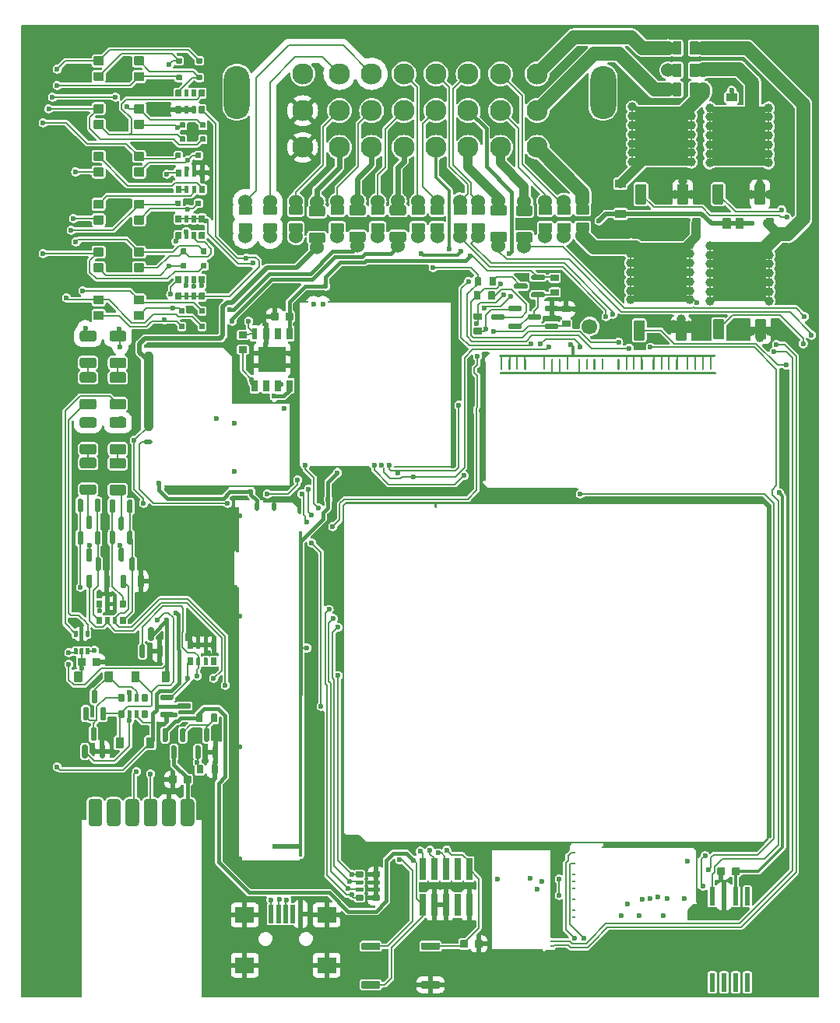
<source format=gtl>
G04 #@! TF.GenerationSoftware,KiCad,Pcbnew,(6.0.0-rc1-458-g78ff9a857a-dirty)*
G04 #@! TF.CreationDate,2021-12-28T16:58:17+02:00*
G04 #@! TF.ProjectId,alphax_2ch,616c7068-6178-45f3-9263-682e6b696361,b*
G04 #@! TF.SameCoordinates,PX141f5e0PYa2cace0*
G04 #@! TF.FileFunction,Copper,L1,Top*
G04 #@! TF.FilePolarity,Positive*
%FSLAX46Y46*%
G04 Gerber Fmt 4.6, Leading zero omitted, Abs format (unit mm)*
G04 Created by KiCad (PCBNEW (6.0.0-rc1-458-g78ff9a857a-dirty)) date 2021-12-28 16:58:17*
%MOMM*%
%LPD*%
G01*
G04 APERTURE LIST*
G04 #@! TA.AperFunction,SMDPad,CuDef*
%ADD10O,0.250000X5.800001*%
G04 #@! TD*
G04 #@! TA.AperFunction,SMDPad,CuDef*
%ADD11O,10.200000X0.250000*%
G04 #@! TD*
G04 #@! TA.AperFunction,SMDPad,CuDef*
%ADD12O,0.399999X0.200000*%
G04 #@! TD*
G04 #@! TA.AperFunction,ComponentPad*
%ADD13C,0.599999*%
G04 #@! TD*
G04 #@! TA.AperFunction,ComponentPad*
%ADD14C,1.524000*%
G04 #@! TD*
G04 #@! TA.AperFunction,ComponentPad*
%ADD15C,1.700000*%
G04 #@! TD*
G04 #@! TA.AperFunction,SMDPad,CuDef*
%ADD16R,0.500000X2.000000*%
G04 #@! TD*
G04 #@! TA.AperFunction,SMDPad,CuDef*
%ADD17R,2.000000X1.700000*%
G04 #@! TD*
G04 #@! TA.AperFunction,SMDPad,CuDef*
%ADD18R,5.800000X6.400000*%
G04 #@! TD*
G04 #@! TA.AperFunction,SMDPad,CuDef*
%ADD19O,5.669999X0.200000*%
G04 #@! TD*
G04 #@! TA.AperFunction,SMDPad,CuDef*
%ADD20O,0.200000X11.100001*%
G04 #@! TD*
G04 #@! TA.AperFunction,SMDPad,CuDef*
%ADD21O,0.250000X0.499999*%
G04 #@! TD*
G04 #@! TA.AperFunction,SMDPad,CuDef*
%ADD22O,6.799999X0.200000*%
G04 #@! TD*
G04 #@! TA.AperFunction,SMDPad,CuDef*
%ADD23O,0.399999X9.800001*%
G04 #@! TD*
G04 #@! TA.AperFunction,SMDPad,CuDef*
%ADD24O,0.499999X0.250000*%
G04 #@! TD*
G04 #@! TA.AperFunction,SMDPad,CuDef*
%ADD25O,1.000001X0.499999*%
G04 #@! TD*
G04 #@! TA.AperFunction,SMDPad,CuDef*
%ADD26O,1.000001X8.744829*%
G04 #@! TD*
G04 #@! TA.AperFunction,SMDPad,CuDef*
%ADD27O,9.000000X0.399999*%
G04 #@! TD*
G04 #@! TA.AperFunction,SMDPad,CuDef*
%ADD28O,0.399999X5.399999*%
G04 #@! TD*
G04 #@! TA.AperFunction,SMDPad,CuDef*
%ADD29O,6.500000X0.200000*%
G04 #@! TD*
G04 #@! TA.AperFunction,SMDPad,CuDef*
%ADD30O,13.800000X0.200000*%
G04 #@! TD*
G04 #@! TA.AperFunction,SMDPad,CuDef*
%ADD31O,0.200000X0.499999*%
G04 #@! TD*
G04 #@! TA.AperFunction,SMDPad,CuDef*
%ADD32O,0.200000X9.199999*%
G04 #@! TD*
G04 #@! TA.AperFunction,SMDPad,CuDef*
%ADD33R,0.250000X18.200000*%
G04 #@! TD*
G04 #@! TA.AperFunction,SMDPad,CuDef*
%ADD34R,6.500000X0.250000*%
G04 #@! TD*
G04 #@! TA.AperFunction,SMDPad,CuDef*
%ADD35R,6.450000X0.250000*%
G04 #@! TD*
G04 #@! TA.AperFunction,SMDPad,CuDef*
%ADD36R,1.250000X0.250000*%
G04 #@! TD*
G04 #@! TA.AperFunction,SMDPad,CuDef*
%ADD37R,13.650000X0.250000*%
G04 #@! TD*
G04 #@! TA.AperFunction,SMDPad,CuDef*
%ADD38R,0.350000X0.250000*%
G04 #@! TD*
G04 #@! TA.AperFunction,SMDPad,CuDef*
%ADD39R,0.650000X1.310000*%
G04 #@! TD*
G04 #@! TA.AperFunction,SMDPad,CuDef*
%ADD40R,0.600000X1.310000*%
G04 #@! TD*
G04 #@! TA.AperFunction,SMDPad,CuDef*
%ADD41R,1.500000X1.325000*%
G04 #@! TD*
G04 #@! TA.AperFunction,ComponentPad*
%ADD42O,2.800000X5.800000*%
G04 #@! TD*
G04 #@! TA.AperFunction,ComponentPad*
%ADD43C,2.300000*%
G04 #@! TD*
G04 #@! TA.AperFunction,SMDPad,CuDef*
%ADD44O,0.399999X5.000000*%
G04 #@! TD*
G04 #@! TA.AperFunction,SMDPad,CuDef*
%ADD45O,7.200001X0.399999*%
G04 #@! TD*
G04 #@! TA.AperFunction,SMDPad,CuDef*
%ADD46O,0.399999X30.000001*%
G04 #@! TD*
G04 #@! TA.AperFunction,SMDPad,CuDef*
%ADD47O,0.499999X1.000001*%
G04 #@! TD*
G04 #@! TA.AperFunction,SMDPad,CuDef*
%ADD48O,3.099999X0.200000*%
G04 #@! TD*
G04 #@! TA.AperFunction,SMDPad,CuDef*
%ADD49O,2.999999X0.499999*%
G04 #@! TD*
G04 #@! TA.AperFunction,SMDPad,CuDef*
%ADD50O,0.399999X35.400000*%
G04 #@! TD*
G04 #@! TA.AperFunction,SMDPad,CuDef*
%ADD51R,0.740000X2.400000*%
G04 #@! TD*
G04 #@! TA.AperFunction,ViaPad*
%ADD52C,0.600000*%
G04 #@! TD*
G04 #@! TA.AperFunction,ViaPad*
%ADD53C,1.000000*%
G04 #@! TD*
G04 #@! TA.AperFunction,Conductor*
%ADD54C,0.200000*%
G04 #@! TD*
G04 #@! TA.AperFunction,Conductor*
%ADD55C,0.400000*%
G04 #@! TD*
G04 #@! TA.AperFunction,Conductor*
%ADD56C,0.203200*%
G04 #@! TD*
G04 #@! TA.AperFunction,Conductor*
%ADD57C,0.300000*%
G04 #@! TD*
G04 #@! TA.AperFunction,Conductor*
%ADD58C,1.000000*%
G04 #@! TD*
G04 #@! TA.AperFunction,Conductor*
%ADD59C,1.500000*%
G04 #@! TD*
G04 #@! TA.AperFunction,Conductor*
%ADD60C,0.500000*%
G04 #@! TD*
G04 #@! TA.AperFunction,Conductor*
%ADD61C,0.600000*%
G04 #@! TD*
G04 APERTURE END LIST*
G04 #@! TO.P,Q13,1,G*
G04 #@! TO.N,Net-(Q12-Pad2)*
G04 #@! TA.AperFunction,SMDPad,CuDef*
G36*
G01*
X57075000Y76700000D02*
X57075000Y76400000D01*
G75*
G02*
X56925000Y76250000I-150000J0D01*
G01*
X55750000Y76250000D01*
G75*
G02*
X55600000Y76400000I0J150000D01*
G01*
X55600000Y76700000D01*
G75*
G02*
X55750000Y76850000I150000J0D01*
G01*
X56925000Y76850000D01*
G75*
G02*
X57075000Y76700000I0J-150000D01*
G01*
G37*
G04 #@! TD.AperFunction*
G04 #@! TO.P,Q13,2,D*
G04 #@! TO.N,Net-(Q13-Pad2)*
G04 #@! TA.AperFunction,SMDPad,CuDef*
G36*
G01*
X55200000Y77650000D02*
X55200000Y77350000D01*
G75*
G02*
X55050000Y77200000I-150000J0D01*
G01*
X53875000Y77200000D01*
G75*
G02*
X53725000Y77350000I0J150000D01*
G01*
X53725000Y77650000D01*
G75*
G02*
X53875000Y77800000I150000J0D01*
G01*
X55050000Y77800000D01*
G75*
G02*
X55200000Y77650000I0J-150000D01*
G01*
G37*
G04 #@! TD.AperFunction*
G04 #@! TO.P,Q13,3,S*
G04 #@! TO.N,+5VA*
G04 #@! TA.AperFunction,SMDPad,CuDef*
G36*
G01*
X57075000Y78600000D02*
X57075000Y78300000D01*
G75*
G02*
X56925000Y78150000I-150000J0D01*
G01*
X55750000Y78150000D01*
G75*
G02*
X55600000Y78300000I0J150000D01*
G01*
X55600000Y78600000D01*
G75*
G02*
X55750000Y78750000I150000J0D01*
G01*
X56925000Y78750000D01*
G75*
G02*
X57075000Y78600000I0J-150000D01*
G01*
G37*
G04 #@! TD.AperFunction*
G04 #@! TD*
G04 #@! TO.P,Q1,1,G*
G04 #@! TO.N,/TACH_PULLUP*
G04 #@! TA.AperFunction,SMDPad,CuDef*
G36*
G01*
X7200000Y26125000D02*
X6900000Y26125000D01*
G75*
G02*
X6750000Y26275000I0J150000D01*
G01*
X6750000Y27450000D01*
G75*
G02*
X6900000Y27600000I150000J0D01*
G01*
X7200000Y27600000D01*
G75*
G02*
X7350000Y27450000I0J-150000D01*
G01*
X7350000Y26275000D01*
G75*
G02*
X7200000Y26125000I-150000J0D01*
G01*
G37*
G04 #@! TD.AperFunction*
G04 #@! TO.P,Q1,2,D*
G04 #@! TO.N,Net-(Q1-Pad2)*
G04 #@! TA.AperFunction,SMDPad,CuDef*
G36*
G01*
X8150000Y28000000D02*
X7850000Y28000000D01*
G75*
G02*
X7700000Y28150000I0J150000D01*
G01*
X7700000Y29325000D01*
G75*
G02*
X7850000Y29475000I150000J0D01*
G01*
X8150000Y29475000D01*
G75*
G02*
X8300000Y29325000I0J-150000D01*
G01*
X8300000Y28150000D01*
G75*
G02*
X8150000Y28000000I-150000J0D01*
G01*
G37*
G04 #@! TD.AperFunction*
G04 #@! TO.P,Q1,3,S*
G04 #@! TO.N,GND*
G04 #@! TA.AperFunction,SMDPad,CuDef*
G36*
G01*
X9100000Y26125000D02*
X8800000Y26125000D01*
G75*
G02*
X8650000Y26275000I0J150000D01*
G01*
X8650000Y27450000D01*
G75*
G02*
X8800000Y27600000I150000J0D01*
G01*
X9100000Y27600000D01*
G75*
G02*
X9250000Y27450000I0J-150000D01*
G01*
X9250000Y26275000D01*
G75*
G02*
X9100000Y26125000I-150000J0D01*
G01*
G37*
G04 #@! TD.AperFunction*
G04 #@! TD*
G04 #@! TO.P,Q4,1,G*
G04 #@! TO.N,Net-(Q2-Pad2)*
G04 #@! TA.AperFunction,SMDPad,CuDef*
G36*
G01*
X8300000Y50825000D02*
X8600000Y50825000D01*
G75*
G02*
X8750000Y50675000I0J-150000D01*
G01*
X8750000Y49500000D01*
G75*
G02*
X8600000Y49350000I-150000J0D01*
G01*
X8300000Y49350000D01*
G75*
G02*
X8150000Y49500000I0J150000D01*
G01*
X8150000Y50675000D01*
G75*
G02*
X8300000Y50825000I150000J0D01*
G01*
G37*
G04 #@! TD.AperFunction*
G04 #@! TO.P,Q4,2,D*
G04 #@! TO.N,+12V_RAW*
G04 #@! TA.AperFunction,SMDPad,CuDef*
G36*
G01*
X7350000Y48950000D02*
X7650000Y48950000D01*
G75*
G02*
X7800000Y48800000I0J-150000D01*
G01*
X7800000Y47625000D01*
G75*
G02*
X7650000Y47475000I-150000J0D01*
G01*
X7350000Y47475000D01*
G75*
G02*
X7200000Y47625000I0J150000D01*
G01*
X7200000Y48800000D01*
G75*
G02*
X7350000Y48950000I150000J0D01*
G01*
G37*
G04 #@! TD.AperFunction*
G04 #@! TO.P,Q4,3,S*
G04 #@! TO.N,Net-(Q4-Pad3)*
G04 #@! TA.AperFunction,SMDPad,CuDef*
G36*
G01*
X6400000Y50825000D02*
X6700000Y50825000D01*
G75*
G02*
X6850000Y50675000I0J-150000D01*
G01*
X6850000Y49500000D01*
G75*
G02*
X6700000Y49350000I-150000J0D01*
G01*
X6400000Y49350000D01*
G75*
G02*
X6250000Y49500000I0J150000D01*
G01*
X6250000Y50675000D01*
G75*
G02*
X6400000Y50825000I150000J0D01*
G01*
G37*
G04 #@! TD.AperFunction*
G04 #@! TD*
G04 #@! TO.P,Q3,1,G*
G04 #@! TO.N,Net-(Q1-Pad2)*
G04 #@! TA.AperFunction,SMDPad,CuDef*
G36*
G01*
X7300000Y30225000D02*
X7000000Y30225000D01*
G75*
G02*
X6850000Y30375000I0J150000D01*
G01*
X6850000Y31550000D01*
G75*
G02*
X7000000Y31700000I150000J0D01*
G01*
X7300000Y31700000D01*
G75*
G02*
X7450000Y31550000I0J-150000D01*
G01*
X7450000Y30375000D01*
G75*
G02*
X7300000Y30225000I-150000J0D01*
G01*
G37*
G04 #@! TD.AperFunction*
G04 #@! TO.P,Q3,2,D*
G04 #@! TO.N,Net-(D28-Pad1)*
G04 #@! TA.AperFunction,SMDPad,CuDef*
G36*
G01*
X8250000Y32100000D02*
X7950000Y32100000D01*
G75*
G02*
X7800000Y32250000I0J150000D01*
G01*
X7800000Y33425000D01*
G75*
G02*
X7950000Y33575000I150000J0D01*
G01*
X8250000Y33575000D01*
G75*
G02*
X8400000Y33425000I0J-150000D01*
G01*
X8400000Y32250000D01*
G75*
G02*
X8250000Y32100000I-150000J0D01*
G01*
G37*
G04 #@! TD.AperFunction*
G04 #@! TO.P,Q3,3,S*
G04 #@! TO.N,+12V_RAW*
G04 #@! TA.AperFunction,SMDPad,CuDef*
G36*
G01*
X9200000Y30225000D02*
X8900000Y30225000D01*
G75*
G02*
X8750000Y30375000I0J150000D01*
G01*
X8750000Y31550000D01*
G75*
G02*
X8900000Y31700000I150000J0D01*
G01*
X9200000Y31700000D01*
G75*
G02*
X9350000Y31550000I0J-150000D01*
G01*
X9350000Y30375000D01*
G75*
G02*
X9200000Y30225000I-150000J0D01*
G01*
G37*
G04 #@! TD.AperFunction*
G04 #@! TD*
G04 #@! TO.P,Q15,1,G*
G04 #@! TO.N,/CRANK_N_PULLUP*
G04 #@! TA.AperFunction,SMDPad,CuDef*
G36*
G01*
X11400000Y44625000D02*
X11100000Y44625000D01*
G75*
G02*
X10950000Y44775000I0J150000D01*
G01*
X10950000Y45950000D01*
G75*
G02*
X11100000Y46100000I150000J0D01*
G01*
X11400000Y46100000D01*
G75*
G02*
X11550000Y45950000I0J-150000D01*
G01*
X11550000Y44775000D01*
G75*
G02*
X11400000Y44625000I-150000J0D01*
G01*
G37*
G04 #@! TD.AperFunction*
G04 #@! TO.P,Q15,2,D*
G04 #@! TO.N,Net-(Q15-Pad2)*
G04 #@! TA.AperFunction,SMDPad,CuDef*
G36*
G01*
X12350000Y46500000D02*
X12050000Y46500000D01*
G75*
G02*
X11900000Y46650000I0J150000D01*
G01*
X11900000Y47825000D01*
G75*
G02*
X12050000Y47975000I150000J0D01*
G01*
X12350000Y47975000D01*
G75*
G02*
X12500000Y47825000I0J-150000D01*
G01*
X12500000Y46650000D01*
G75*
G02*
X12350000Y46500000I-150000J0D01*
G01*
G37*
G04 #@! TD.AperFunction*
G04 #@! TO.P,Q15,3,S*
G04 #@! TO.N,GND*
G04 #@! TA.AperFunction,SMDPad,CuDef*
G36*
G01*
X13300000Y44625000D02*
X13000000Y44625000D01*
G75*
G02*
X12850000Y44775000I0J150000D01*
G01*
X12850000Y45950000D01*
G75*
G02*
X13000000Y46100000I150000J0D01*
G01*
X13300000Y46100000D01*
G75*
G02*
X13450000Y45950000I0J-150000D01*
G01*
X13450000Y44775000D01*
G75*
G02*
X13300000Y44625000I-150000J0D01*
G01*
G37*
G04 #@! TD.AperFunction*
G04 #@! TD*
G04 #@! TO.P,Q19,1,G*
G04 #@! TO.N,/PWR_EN*
G04 #@! TA.AperFunction,SMDPad,CuDef*
G36*
G01*
X19502000Y26023000D02*
X19202000Y26023000D01*
G75*
G02*
X19052000Y26173000I0J150000D01*
G01*
X19052000Y27348000D01*
G75*
G02*
X19202000Y27498000I150000J0D01*
G01*
X19502000Y27498000D01*
G75*
G02*
X19652000Y27348000I0J-150000D01*
G01*
X19652000Y26173000D01*
G75*
G02*
X19502000Y26023000I-150000J0D01*
G01*
G37*
G04 #@! TD.AperFunction*
G04 #@! TO.P,Q19,2,D*
G04 #@! TO.N,Net-(Q18-Pad1)*
G04 #@! TA.AperFunction,SMDPad,CuDef*
G36*
G01*
X20452000Y27898000D02*
X20152000Y27898000D01*
G75*
G02*
X20002000Y28048000I0J150000D01*
G01*
X20002000Y29223000D01*
G75*
G02*
X20152000Y29373000I150000J0D01*
G01*
X20452000Y29373000D01*
G75*
G02*
X20602000Y29223000I0J-150000D01*
G01*
X20602000Y28048000D01*
G75*
G02*
X20452000Y27898000I-150000J0D01*
G01*
G37*
G04 #@! TD.AperFunction*
G04 #@! TO.P,Q19,3,S*
G04 #@! TO.N,GND*
G04 #@! TA.AperFunction,SMDPad,CuDef*
G36*
G01*
X21402000Y26023000D02*
X21102000Y26023000D01*
G75*
G02*
X20952000Y26173000I0J150000D01*
G01*
X20952000Y27348000D01*
G75*
G02*
X21102000Y27498000I150000J0D01*
G01*
X21402000Y27498000D01*
G75*
G02*
X21552000Y27348000I0J-150000D01*
G01*
X21552000Y26173000D01*
G75*
G02*
X21402000Y26023000I-150000J0D01*
G01*
G37*
G04 #@! TD.AperFunction*
G04 #@! TD*
G04 #@! TO.P,Q18,1,G*
G04 #@! TO.N,Net-(Q18-Pad1)*
G04 #@! TA.AperFunction,SMDPad,CuDef*
G36*
G01*
X17546000Y29373000D02*
X17846000Y29373000D01*
G75*
G02*
X17996000Y29223000I0J-150000D01*
G01*
X17996000Y28048000D01*
G75*
G02*
X17846000Y27898000I-150000J0D01*
G01*
X17546000Y27898000D01*
G75*
G02*
X17396000Y28048000I0J150000D01*
G01*
X17396000Y29223000D01*
G75*
G02*
X17546000Y29373000I150000J0D01*
G01*
G37*
G04 #@! TD.AperFunction*
G04 #@! TO.P,Q18,2,D*
G04 #@! TO.N,/BT_3V3*
G04 #@! TA.AperFunction,SMDPad,CuDef*
G36*
G01*
X16596000Y27498000D02*
X16896000Y27498000D01*
G75*
G02*
X17046000Y27348000I0J-150000D01*
G01*
X17046000Y26173000D01*
G75*
G02*
X16896000Y26023000I-150000J0D01*
G01*
X16596000Y26023000D01*
G75*
G02*
X16446000Y26173000I0J150000D01*
G01*
X16446000Y27348000D01*
G75*
G02*
X16596000Y27498000I150000J0D01*
G01*
G37*
G04 #@! TD.AperFunction*
G04 #@! TO.P,Q18,3,S*
G04 #@! TO.N,+3V3*
G04 #@! TA.AperFunction,SMDPad,CuDef*
G36*
G01*
X15646000Y29373000D02*
X15946000Y29373000D01*
G75*
G02*
X16096000Y29223000I0J-150000D01*
G01*
X16096000Y28048000D01*
G75*
G02*
X15946000Y27898000I-150000J0D01*
G01*
X15646000Y27898000D01*
G75*
G02*
X15496000Y28048000I0J150000D01*
G01*
X15496000Y29223000D01*
G75*
G02*
X15646000Y29373000I150000J0D01*
G01*
G37*
G04 #@! TD.AperFunction*
G04 #@! TD*
G04 #@! TO.P,Q14,1,G*
G04 #@! TO.N,Net-(Q12-Pad2)*
G04 #@! TA.AperFunction,SMDPad,CuDef*
G36*
G01*
X54575000Y73300000D02*
X54575000Y73000000D01*
G75*
G02*
X54425000Y72850000I-150000J0D01*
G01*
X53250000Y72850000D01*
G75*
G02*
X53100000Y73000000I0J150000D01*
G01*
X53100000Y73300000D01*
G75*
G02*
X53250000Y73450000I150000J0D01*
G01*
X54425000Y73450000D01*
G75*
G02*
X54575000Y73300000I0J-150000D01*
G01*
G37*
G04 #@! TD.AperFunction*
G04 #@! TO.P,Q14,2,D*
G04 #@! TO.N,Net-(Q14-Pad2)*
G04 #@! TA.AperFunction,SMDPad,CuDef*
G36*
G01*
X52700000Y74250000D02*
X52700000Y73950000D01*
G75*
G02*
X52550000Y73800000I-150000J0D01*
G01*
X51375000Y73800000D01*
G75*
G02*
X51225000Y73950000I0J150000D01*
G01*
X51225000Y74250000D01*
G75*
G02*
X51375000Y74400000I150000J0D01*
G01*
X52550000Y74400000D01*
G75*
G02*
X52700000Y74250000I0J-150000D01*
G01*
G37*
G04 #@! TD.AperFunction*
G04 #@! TO.P,Q14,3,S*
G04 #@! TO.N,+5VA*
G04 #@! TA.AperFunction,SMDPad,CuDef*
G36*
G01*
X54575000Y75200000D02*
X54575000Y74900000D01*
G75*
G02*
X54425000Y74750000I-150000J0D01*
G01*
X53250000Y74750000D01*
G75*
G02*
X53100000Y74900000I0J150000D01*
G01*
X53100000Y75200000D01*
G75*
G02*
X53250000Y75350000I150000J0D01*
G01*
X54425000Y75350000D01*
G75*
G02*
X54575000Y75200000I0J-150000D01*
G01*
G37*
G04 #@! TD.AperFunction*
G04 #@! TD*
G04 #@! TO.P,Q17,1,G*
G04 #@! TO.N,Net-(Q15-Pad2)*
G04 #@! TA.AperFunction,SMDPad,CuDef*
G36*
G01*
X11800000Y54275000D02*
X12100000Y54275000D01*
G75*
G02*
X12250000Y54125000I0J-150000D01*
G01*
X12250000Y52950000D01*
G75*
G02*
X12100000Y52800000I-150000J0D01*
G01*
X11800000Y52800000D01*
G75*
G02*
X11650000Y52950000I0J150000D01*
G01*
X11650000Y54125000D01*
G75*
G02*
X11800000Y54275000I150000J0D01*
G01*
G37*
G04 #@! TD.AperFunction*
G04 #@! TO.P,Q17,2,D*
G04 #@! TO.N,Net-(Q17-Pad2)*
G04 #@! TA.AperFunction,SMDPad,CuDef*
G36*
G01*
X10850000Y52400000D02*
X11150000Y52400000D01*
G75*
G02*
X11300000Y52250000I0J-150000D01*
G01*
X11300000Y51075000D01*
G75*
G02*
X11150000Y50925000I-150000J0D01*
G01*
X10850000Y50925000D01*
G75*
G02*
X10700000Y51075000I0J150000D01*
G01*
X10700000Y52250000D01*
G75*
G02*
X10850000Y52400000I150000J0D01*
G01*
G37*
G04 #@! TD.AperFunction*
G04 #@! TO.P,Q17,3,S*
G04 #@! TO.N,Net-(Q16-Pad3)*
G04 #@! TA.AperFunction,SMDPad,CuDef*
G36*
G01*
X9900000Y54275000D02*
X10200000Y54275000D01*
G75*
G02*
X10350000Y54125000I0J-150000D01*
G01*
X10350000Y52950000D01*
G75*
G02*
X10200000Y52800000I-150000J0D01*
G01*
X9900000Y52800000D01*
G75*
G02*
X9750000Y52950000I0J150000D01*
G01*
X9750000Y54125000D01*
G75*
G02*
X9900000Y54275000I150000J0D01*
G01*
G37*
G04 #@! TD.AperFunction*
G04 #@! TD*
G04 #@! TO.P,Q5,3,S*
G04 #@! TO.N,Net-(Q4-Pad3)*
G04 #@! TA.AperFunction,SMDPad,CuDef*
G36*
G01*
X6400000Y54375000D02*
X6700000Y54375000D01*
G75*
G02*
X6850000Y54225000I0J-150000D01*
G01*
X6850000Y53050000D01*
G75*
G02*
X6700000Y52900000I-150000J0D01*
G01*
X6400000Y52900000D01*
G75*
G02*
X6250000Y53050000I0J150000D01*
G01*
X6250000Y54225000D01*
G75*
G02*
X6400000Y54375000I150000J0D01*
G01*
G37*
G04 #@! TD.AperFunction*
G04 #@! TO.P,Q5,2,D*
G04 #@! TO.N,Net-(Q5-Pad2)*
G04 #@! TA.AperFunction,SMDPad,CuDef*
G36*
G01*
X7350000Y52500000D02*
X7650000Y52500000D01*
G75*
G02*
X7800000Y52350000I0J-150000D01*
G01*
X7800000Y51175000D01*
G75*
G02*
X7650000Y51025000I-150000J0D01*
G01*
X7350000Y51025000D01*
G75*
G02*
X7200000Y51175000I0J150000D01*
G01*
X7200000Y52350000D01*
G75*
G02*
X7350000Y52500000I150000J0D01*
G01*
G37*
G04 #@! TD.AperFunction*
G04 #@! TO.P,Q5,1,G*
G04 #@! TO.N,Net-(Q2-Pad2)*
G04 #@! TA.AperFunction,SMDPad,CuDef*
G36*
G01*
X8300000Y54375000D02*
X8600000Y54375000D01*
G75*
G02*
X8750000Y54225000I0J-150000D01*
G01*
X8750000Y53050000D01*
G75*
G02*
X8600000Y52900000I-150000J0D01*
G01*
X8300000Y52900000D01*
G75*
G02*
X8150000Y53050000I0J150000D01*
G01*
X8150000Y54225000D01*
G75*
G02*
X8300000Y54375000I150000J0D01*
G01*
G37*
G04 #@! TD.AperFunction*
G04 #@! TD*
G04 #@! TO.P,Q12,1,G*
G04 #@! TO.N,/TEMP_PULLUP*
G04 #@! TA.AperFunction,SMDPad,CuDef*
G36*
G01*
X58553000Y73300000D02*
X58553000Y73000000D01*
G75*
G02*
X58403000Y72850000I-150000J0D01*
G01*
X57228000Y72850000D01*
G75*
G02*
X57078000Y73000000I0J150000D01*
G01*
X57078000Y73300000D01*
G75*
G02*
X57228000Y73450000I150000J0D01*
G01*
X58403000Y73450000D01*
G75*
G02*
X58553000Y73300000I0J-150000D01*
G01*
G37*
G04 #@! TD.AperFunction*
G04 #@! TO.P,Q12,2,D*
G04 #@! TO.N,Net-(Q12-Pad2)*
G04 #@! TA.AperFunction,SMDPad,CuDef*
G36*
G01*
X56678000Y74250000D02*
X56678000Y73950000D01*
G75*
G02*
X56528000Y73800000I-150000J0D01*
G01*
X55353000Y73800000D01*
G75*
G02*
X55203000Y73950000I0J150000D01*
G01*
X55203000Y74250000D01*
G75*
G02*
X55353000Y74400000I150000J0D01*
G01*
X56528000Y74400000D01*
G75*
G02*
X56678000Y74250000I0J-150000D01*
G01*
G37*
G04 #@! TD.AperFunction*
G04 #@! TO.P,Q12,3,S*
G04 #@! TO.N,GND*
G04 #@! TA.AperFunction,SMDPad,CuDef*
G36*
G01*
X58553000Y75200000D02*
X58553000Y74900000D01*
G75*
G02*
X58403000Y74750000I-150000J0D01*
G01*
X57228000Y74750000D01*
G75*
G02*
X57078000Y74900000I0J150000D01*
G01*
X57078000Y75200000D01*
G75*
G02*
X57228000Y75350000I150000J0D01*
G01*
X58403000Y75350000D01*
G75*
G02*
X58553000Y75200000I0J-150000D01*
G01*
G37*
G04 #@! TD.AperFunction*
G04 #@! TD*
G04 #@! TO.P,Q2,1,G*
G04 #@! TO.N,/CRANK_P_PULLUP*
G04 #@! TA.AperFunction,SMDPad,CuDef*
G36*
G01*
X7700000Y44625000D02*
X7400000Y44625000D01*
G75*
G02*
X7250000Y44775000I0J150000D01*
G01*
X7250000Y45950000D01*
G75*
G02*
X7400000Y46100000I150000J0D01*
G01*
X7700000Y46100000D01*
G75*
G02*
X7850000Y45950000I0J-150000D01*
G01*
X7850000Y44775000D01*
G75*
G02*
X7700000Y44625000I-150000J0D01*
G01*
G37*
G04 #@! TD.AperFunction*
G04 #@! TO.P,Q2,2,D*
G04 #@! TO.N,Net-(Q2-Pad2)*
G04 #@! TA.AperFunction,SMDPad,CuDef*
G36*
G01*
X8650000Y46500000D02*
X8350000Y46500000D01*
G75*
G02*
X8200000Y46650000I0J150000D01*
G01*
X8200000Y47825000D01*
G75*
G02*
X8350000Y47975000I150000J0D01*
G01*
X8650000Y47975000D01*
G75*
G02*
X8800000Y47825000I0J-150000D01*
G01*
X8800000Y46650000D01*
G75*
G02*
X8650000Y46500000I-150000J0D01*
G01*
G37*
G04 #@! TD.AperFunction*
G04 #@! TO.P,Q2,3,S*
G04 #@! TO.N,GND*
G04 #@! TA.AperFunction,SMDPad,CuDef*
G36*
G01*
X9600000Y44625000D02*
X9300000Y44625000D01*
G75*
G02*
X9150000Y44775000I0J150000D01*
G01*
X9150000Y45950000D01*
G75*
G02*
X9300000Y46100000I150000J0D01*
G01*
X9600000Y46100000D01*
G75*
G02*
X9750000Y45950000I0J-150000D01*
G01*
X9750000Y44775000D01*
G75*
G02*
X9600000Y44625000I-150000J0D01*
G01*
G37*
G04 #@! TD.AperFunction*
G04 #@! TD*
G04 #@! TO.P,Q16,1,G*
G04 #@! TO.N,Net-(Q15-Pad2)*
G04 #@! TA.AperFunction,SMDPad,CuDef*
G36*
G01*
X11800000Y50875000D02*
X12100000Y50875000D01*
G75*
G02*
X12250000Y50725000I0J-150000D01*
G01*
X12250000Y49550000D01*
G75*
G02*
X12100000Y49400000I-150000J0D01*
G01*
X11800000Y49400000D01*
G75*
G02*
X11650000Y49550000I0J150000D01*
G01*
X11650000Y50725000D01*
G75*
G02*
X11800000Y50875000I150000J0D01*
G01*
G37*
G04 #@! TD.AperFunction*
G04 #@! TO.P,Q16,2,D*
G04 #@! TO.N,+12V_RAW*
G04 #@! TA.AperFunction,SMDPad,CuDef*
G36*
G01*
X10850000Y49000000D02*
X11150000Y49000000D01*
G75*
G02*
X11300000Y48850000I0J-150000D01*
G01*
X11300000Y47675000D01*
G75*
G02*
X11150000Y47525000I-150000J0D01*
G01*
X10850000Y47525000D01*
G75*
G02*
X10700000Y47675000I0J150000D01*
G01*
X10700000Y48850000D01*
G75*
G02*
X10850000Y49000000I150000J0D01*
G01*
G37*
G04 #@! TD.AperFunction*
G04 #@! TO.P,Q16,3,S*
G04 #@! TO.N,Net-(Q16-Pad3)*
G04 #@! TA.AperFunction,SMDPad,CuDef*
G36*
G01*
X9900000Y50875000D02*
X10200000Y50875000D01*
G75*
G02*
X10350000Y50725000I0J-150000D01*
G01*
X10350000Y49550000D01*
G75*
G02*
X10200000Y49400000I-150000J0D01*
G01*
X9900000Y49400000D01*
G75*
G02*
X9750000Y49550000I0J150000D01*
G01*
X9750000Y50725000D01*
G75*
G02*
X9900000Y50875000I150000J0D01*
G01*
G37*
G04 #@! TD.AperFunction*
G04 #@! TD*
G04 #@! TO.P,Q10,1,G*
G04 #@! TO.N,/PUMP_RELAY*
G04 #@! TA.AperFunction,SMDPad,CuDef*
G36*
G01*
X13450000Y37025000D02*
X13150000Y37025000D01*
G75*
G02*
X13000000Y37175000I0J150000D01*
G01*
X13000000Y38350000D01*
G75*
G02*
X13150000Y38500000I150000J0D01*
G01*
X13450000Y38500000D01*
G75*
G02*
X13600000Y38350000I0J-150000D01*
G01*
X13600000Y37175000D01*
G75*
G02*
X13450000Y37025000I-150000J0D01*
G01*
G37*
G04 #@! TD.AperFunction*
G04 #@! TO.P,Q10,2,D*
G04 #@! TO.N,/OUT_PUMP_RELAY*
G04 #@! TA.AperFunction,SMDPad,CuDef*
G36*
G01*
X14400000Y38900000D02*
X14100000Y38900000D01*
G75*
G02*
X13950000Y39050000I0J150000D01*
G01*
X13950000Y40225000D01*
G75*
G02*
X14100000Y40375000I150000J0D01*
G01*
X14400000Y40375000D01*
G75*
G02*
X14550000Y40225000I0J-150000D01*
G01*
X14550000Y39050000D01*
G75*
G02*
X14400000Y38900000I-150000J0D01*
G01*
G37*
G04 #@! TD.AperFunction*
G04 #@! TO.P,Q10,3,S*
G04 #@! TO.N,GND*
G04 #@! TA.AperFunction,SMDPad,CuDef*
G36*
G01*
X15350000Y37025000D02*
X15050000Y37025000D01*
G75*
G02*
X14900000Y37175000I0J150000D01*
G01*
X14900000Y38350000D01*
G75*
G02*
X15050000Y38500000I150000J0D01*
G01*
X15350000Y38500000D01*
G75*
G02*
X15500000Y38350000I0J-150000D01*
G01*
X15500000Y37175000D01*
G75*
G02*
X15350000Y37025000I-150000J0D01*
G01*
G37*
G04 #@! TD.AperFunction*
G04 #@! TD*
G04 #@! TO.P,Q11,1,G*
G04 #@! TO.N,/TACH*
G04 #@! TA.AperFunction,SMDPad,CuDef*
G36*
G01*
X15225000Y32600000D02*
X15225000Y32900000D01*
G75*
G02*
X15375000Y33050000I150000J0D01*
G01*
X16550000Y33050000D01*
G75*
G02*
X16700000Y32900000I0J-150000D01*
G01*
X16700000Y32600000D01*
G75*
G02*
X16550000Y32450000I-150000J0D01*
G01*
X15375000Y32450000D01*
G75*
G02*
X15225000Y32600000I0J150000D01*
G01*
G37*
G04 #@! TD.AperFunction*
G04 #@! TO.P,Q11,2,D*
G04 #@! TO.N,/OUT_TACH*
G04 #@! TA.AperFunction,SMDPad,CuDef*
G36*
G01*
X17100000Y31650000D02*
X17100000Y31950000D01*
G75*
G02*
X17250000Y32100000I150000J0D01*
G01*
X18425000Y32100000D01*
G75*
G02*
X18575000Y31950000I0J-150000D01*
G01*
X18575000Y31650000D01*
G75*
G02*
X18425000Y31500000I-150000J0D01*
G01*
X17250000Y31500000D01*
G75*
G02*
X17100000Y31650000I0J150000D01*
G01*
G37*
G04 #@! TD.AperFunction*
G04 #@! TO.P,Q11,3,S*
G04 #@! TO.N,GND*
G04 #@! TA.AperFunction,SMDPad,CuDef*
G36*
G01*
X15225000Y30700000D02*
X15225000Y31000000D01*
G75*
G02*
X15375000Y31150000I150000J0D01*
G01*
X16550000Y31150000D01*
G75*
G02*
X16700000Y31000000I0J-150000D01*
G01*
X16700000Y30700000D01*
G75*
G02*
X16550000Y30550000I-150000J0D01*
G01*
X15375000Y30550000D01*
G75*
G02*
X15225000Y30700000I0J150000D01*
G01*
G37*
G04 #@! TD.AperFunction*
G04 #@! TD*
D10*
G04 #@! TO.P,M4,G,GND*
G04 #@! TO.N,GND*
X73638142Y13307611D03*
G04 #@! TA.AperFunction,SMDPad,CuDef*
G36*
G01*
X73258333Y16499916D02*
X73258333Y16499916D01*
G75*
G02*
X73435109Y16499916I88388J-88388D01*
G01*
X73717951Y16217074D01*
G75*
G02*
X73717951Y16040298I-88388J-88388D01*
G01*
X73717951Y16040298D01*
G75*
G02*
X73541175Y16040298I-88388J88388D01*
G01*
X73258333Y16323140D01*
G75*
G02*
X73258333Y16499916I88388J88388D01*
G01*
G37*
G04 #@! TD.AperFunction*
D11*
X68388147Y16420111D03*
D12*
G04 #@! TO.P,M4,S1,OUT_IGN8*
G04 #@! TO.N,unconnected-(M4-PadS1)*
X60263525Y8795163D03*
G04 #@! TO.P,M4,S2,OUT_IGN7*
G04 #@! TO.N,unconnected-(M4-PadS2)*
X60263525Y9555142D03*
G04 #@! TO.P,M4,S3,OUT_IGN6*
G04 #@! TO.N,unconnected-(M4-PadS3)*
X60263525Y10730135D03*
G04 #@! TO.P,M4,S4,OUT_IGN5*
G04 #@! TO.N,unconnected-(M4-PadS4)*
X60263525Y11905122D03*
G04 #@! TO.P,M4,S5,OUT_IGN4*
G04 #@! TO.N,unconnected-(M4-PadS5)*
X60263525Y12745034D03*
G04 #@! TO.P,M4,S6,OUT_IGN3*
G04 #@! TO.N,unconnected-(M4-PadS6)*
X60263525Y13495106D03*
G04 #@! TO.P,M4,S7,OUT_IGN2*
G04 #@! TO.N,/OUT_IGN2*
X60263525Y14670117D03*
G04 #@! TO.P,M4,S8,OUT_IGN1*
G04 #@! TO.N,/OUT_IGN1*
X60263525Y15845114D03*
D13*
G04 #@! TO.P,M4,V1,IGN8*
G04 #@! TO.N,GND*
X70363132Y10805111D03*
G04 #@! TO.P,M4,V2,IGN7*
X69938124Y8970101D03*
G04 #@! TO.P,M4,V3,IGN6*
X69388127Y11020109D03*
G04 #@! TO.P,M4,V4,IGN5*
X68513168Y10805114D03*
G04 #@! TO.P,M4,V5,IGN4*
X67663145Y10730107D03*
G04 #@! TO.P,M4,V6,IGN3*
X67338129Y8970101D03*
G04 #@! TO.P,M4,V7,IGN2*
G04 #@! TO.N,/IGN2*
X66038162Y10280101D03*
G04 #@! TO.P,M4,V8,IGN1*
G04 #@! TO.N,/IGN1*
X65388145Y8970101D03*
G04 #@! TO.P,M4,V9,VCC*
G04 #@! TO.N,+5V_IGN*
X72563148Y14895116D03*
G04 #@! TO.P,M4,V10,V33*
G04 #@! TO.N,+3V3_IGN*
X72263146Y10820110D03*
G04 #@! TD*
G04 #@! TO.P,R8,1,1*
G04 #@! TO.N,/CAN-*
G04 #@! TA.AperFunction,SMDPad,CuDef*
G36*
G01*
X50461417Y83351578D02*
X49211417Y83351578D01*
G75*
G02*
X49111417Y83451578I0J100000D01*
G01*
X49111417Y84251578D01*
G75*
G02*
X49211417Y84351578I100000J0D01*
G01*
X50461417Y84351578D01*
G75*
G02*
X50561417Y84251578I0J-100000D01*
G01*
X50561417Y83451578D01*
G75*
G02*
X50461417Y83351578I-100000J0D01*
G01*
G37*
G04 #@! TD.AperFunction*
D14*
X49836417Y82896579D03*
G04 #@! TO.P,R8,2,2*
G04 #@! TO.N,/C6*
X49836417Y86706579D03*
G04 #@! TA.AperFunction,SMDPad,CuDef*
G36*
G01*
X50461417Y85251600D02*
X49211417Y85251600D01*
G75*
G02*
X49111417Y85351600I0J100000D01*
G01*
X49111417Y86151600D01*
G75*
G02*
X49211417Y86251600I100000J0D01*
G01*
X50461417Y86251600D01*
G75*
G02*
X50561417Y86151600I0J-100000D01*
G01*
X50561417Y85351600D01*
G75*
G02*
X50461417Y85251600I-100000J0D01*
G01*
G37*
G04 #@! TD.AperFunction*
G04 #@! TD*
G04 #@! TO.P,R29,1*
G04 #@! TO.N,/IN_CAM*
G04 #@! TA.AperFunction,SMDPad,CuDef*
G36*
G01*
X49410000Y74550000D02*
X50190000Y74550000D01*
G75*
G02*
X50260000Y74480000I0J-70000D01*
G01*
X50260000Y73920000D01*
G75*
G02*
X50190000Y73850000I-70000J0D01*
G01*
X49410000Y73850000D01*
G75*
G02*
X49340000Y73920000I0J70000D01*
G01*
X49340000Y74480000D01*
G75*
G02*
X49410000Y74550000I70000J0D01*
G01*
G37*
G04 #@! TD.AperFunction*
G04 #@! TO.P,R29,2*
G04 #@! TO.N,+5VA*
G04 #@! TA.AperFunction,SMDPad,CuDef*
G36*
G01*
X49410000Y72950000D02*
X50190000Y72950000D01*
G75*
G02*
X50260000Y72880000I0J-70000D01*
G01*
X50260000Y72320000D01*
G75*
G02*
X50190000Y72250000I-70000J0D01*
G01*
X49410000Y72250000D01*
G75*
G02*
X49340000Y72320000I0J70000D01*
G01*
X49340000Y72880000D01*
G75*
G02*
X49410000Y72950000I70000J0D01*
G01*
G37*
G04 #@! TD.AperFunction*
G04 #@! TD*
G04 #@! TO.P,R2,1*
G04 #@! TO.N,+12V*
G04 #@! TA.AperFunction,SMDPad,CuDef*
G36*
G01*
X16900000Y76065000D02*
X16900000Y76735000D01*
G75*
G02*
X16965000Y76800000I65000J0D01*
G01*
X17485000Y76800000D01*
G75*
G02*
X17550000Y76735000I0J-65000D01*
G01*
X17550000Y76065000D01*
G75*
G02*
X17485000Y76000000I-65000J0D01*
G01*
X16965000Y76000000D01*
G75*
G02*
X16900000Y76065000I0J65000D01*
G01*
G37*
G04 #@! TD.AperFunction*
G04 #@! TO.P,R2,2*
G04 #@! TA.AperFunction,SMDPad,CuDef*
G36*
G01*
X17875000Y76045000D02*
X17875000Y76755000D01*
G75*
G02*
X17920000Y76800000I45000J0D01*
G01*
X18280000Y76800000D01*
G75*
G02*
X18325000Y76755000I0J-45000D01*
G01*
X18325000Y76045000D01*
G75*
G02*
X18280000Y76000000I-45000J0D01*
G01*
X17920000Y76000000D01*
G75*
G02*
X17875000Y76045000I0J45000D01*
G01*
G37*
G04 #@! TD.AperFunction*
G04 #@! TO.P,R2,3*
G04 #@! TA.AperFunction,SMDPad,CuDef*
G36*
G01*
X18675000Y76045000D02*
X18675000Y76755000D01*
G75*
G02*
X18720000Y76800000I45000J0D01*
G01*
X19080000Y76800000D01*
G75*
G02*
X19125000Y76755000I0J-45000D01*
G01*
X19125000Y76045000D01*
G75*
G02*
X19080000Y76000000I-45000J0D01*
G01*
X18720000Y76000000D01*
G75*
G02*
X18675000Y76045000I0J45000D01*
G01*
G37*
G04 #@! TD.AperFunction*
G04 #@! TO.P,R2,4*
G04 #@! TA.AperFunction,SMDPad,CuDef*
G36*
G01*
X19450000Y76065000D02*
X19450000Y76735000D01*
G75*
G02*
X19515000Y76800000I65000J0D01*
G01*
X20035000Y76800000D01*
G75*
G02*
X20100000Y76735000I0J-65000D01*
G01*
X20100000Y76065000D01*
G75*
G02*
X20035000Y76000000I-65000J0D01*
G01*
X19515000Y76000000D01*
G75*
G02*
X19450000Y76065000I0J65000D01*
G01*
G37*
G04 #@! TD.AperFunction*
G04 #@! TO.P,R2,5*
G04 #@! TO.N,Net-(D16-Pad1)*
G04 #@! TA.AperFunction,SMDPad,CuDef*
G36*
G01*
X19450000Y77865000D02*
X19450000Y78535000D01*
G75*
G02*
X19515000Y78600000I65000J0D01*
G01*
X20035000Y78600000D01*
G75*
G02*
X20100000Y78535000I0J-65000D01*
G01*
X20100000Y77865000D01*
G75*
G02*
X20035000Y77800000I-65000J0D01*
G01*
X19515000Y77800000D01*
G75*
G02*
X19450000Y77865000I0J65000D01*
G01*
G37*
G04 #@! TD.AperFunction*
G04 #@! TO.P,R2,6*
G04 #@! TO.N,Net-(D15-Pad1)*
G04 #@! TA.AperFunction,SMDPad,CuDef*
G36*
G01*
X18675000Y77845000D02*
X18675000Y78555000D01*
G75*
G02*
X18720000Y78600000I45000J0D01*
G01*
X19080000Y78600000D01*
G75*
G02*
X19125000Y78555000I0J-45000D01*
G01*
X19125000Y77845000D01*
G75*
G02*
X19080000Y77800000I-45000J0D01*
G01*
X18720000Y77800000D01*
G75*
G02*
X18675000Y77845000I0J45000D01*
G01*
G37*
G04 #@! TD.AperFunction*
G04 #@! TO.P,R2,7*
G04 #@! TO.N,Net-(D14-Pad1)*
G04 #@! TA.AperFunction,SMDPad,CuDef*
G36*
G01*
X17875000Y77845000D02*
X17875000Y78555000D01*
G75*
G02*
X17920000Y78600000I45000J0D01*
G01*
X18280000Y78600000D01*
G75*
G02*
X18325000Y78555000I0J-45000D01*
G01*
X18325000Y77845000D01*
G75*
G02*
X18280000Y77800000I-45000J0D01*
G01*
X17920000Y77800000D01*
G75*
G02*
X17875000Y77845000I0J45000D01*
G01*
G37*
G04 #@! TD.AperFunction*
G04 #@! TO.P,R2,8*
G04 #@! TO.N,Net-(D13-Pad1)*
G04 #@! TA.AperFunction,SMDPad,CuDef*
G36*
G01*
X16900000Y77865000D02*
X16900000Y78535000D01*
G75*
G02*
X16965000Y78600000I65000J0D01*
G01*
X17485000Y78600000D01*
G75*
G02*
X17550000Y78535000I0J-65000D01*
G01*
X17550000Y77865000D01*
G75*
G02*
X17485000Y77800000I-65000J0D01*
G01*
X16965000Y77800000D01*
G75*
G02*
X16900000Y77865000I0J65000D01*
G01*
G37*
G04 #@! TD.AperFunction*
G04 #@! TD*
G04 #@! TO.P,R4,1*
G04 #@! TO.N,GND*
G04 #@! TA.AperFunction,SMDPad,CuDef*
G36*
G01*
X20124000Y90147000D02*
X20124000Y89477000D01*
G75*
G02*
X20059000Y89412000I-65000J0D01*
G01*
X19539000Y89412000D01*
G75*
G02*
X19474000Y89477000I0J65000D01*
G01*
X19474000Y90147000D01*
G75*
G02*
X19539000Y90212000I65000J0D01*
G01*
X20059000Y90212000D01*
G75*
G02*
X20124000Y90147000I0J-65000D01*
G01*
G37*
G04 #@! TD.AperFunction*
G04 #@! TO.P,R4,2*
G04 #@! TA.AperFunction,SMDPad,CuDef*
G36*
G01*
X19149000Y90167000D02*
X19149000Y89457000D01*
G75*
G02*
X19104000Y89412000I-45000J0D01*
G01*
X18744000Y89412000D01*
G75*
G02*
X18699000Y89457000I0J45000D01*
G01*
X18699000Y90167000D01*
G75*
G02*
X18744000Y90212000I45000J0D01*
G01*
X19104000Y90212000D01*
G75*
G02*
X19149000Y90167000I0J-45000D01*
G01*
G37*
G04 #@! TD.AperFunction*
G04 #@! TO.P,R4,3*
G04 #@! TO.N,+5V*
G04 #@! TA.AperFunction,SMDPad,CuDef*
G36*
G01*
X18349000Y90167000D02*
X18349000Y89457000D01*
G75*
G02*
X18304000Y89412000I-45000J0D01*
G01*
X17944000Y89412000D01*
G75*
G02*
X17899000Y89457000I0J45000D01*
G01*
X17899000Y90167000D01*
G75*
G02*
X17944000Y90212000I45000J0D01*
G01*
X18304000Y90212000D01*
G75*
G02*
X18349000Y90167000I0J-45000D01*
G01*
G37*
G04 #@! TD.AperFunction*
G04 #@! TO.P,R4,4*
G04 #@! TO.N,Net-(D1-Pad1)*
G04 #@! TA.AperFunction,SMDPad,CuDef*
G36*
G01*
X17574000Y90147000D02*
X17574000Y89477000D01*
G75*
G02*
X17509000Y89412000I-65000J0D01*
G01*
X16989000Y89412000D01*
G75*
G02*
X16924000Y89477000I0J65000D01*
G01*
X16924000Y90147000D01*
G75*
G02*
X16989000Y90212000I65000J0D01*
G01*
X17509000Y90212000D01*
G75*
G02*
X17574000Y90147000I0J-65000D01*
G01*
G37*
G04 #@! TD.AperFunction*
G04 #@! TO.P,R4,5*
G04 #@! TO.N,Net-(R4-Pad5)*
G04 #@! TA.AperFunction,SMDPad,CuDef*
G36*
G01*
X17574000Y88347000D02*
X17574000Y87677000D01*
G75*
G02*
X17509000Y87612000I-65000J0D01*
G01*
X16989000Y87612000D01*
G75*
G02*
X16924000Y87677000I0J65000D01*
G01*
X16924000Y88347000D01*
G75*
G02*
X16989000Y88412000I65000J0D01*
G01*
X17509000Y88412000D01*
G75*
G02*
X17574000Y88347000I0J-65000D01*
G01*
G37*
G04 #@! TD.AperFunction*
G04 #@! TO.P,R4,6*
G04 #@! TA.AperFunction,SMDPad,CuDef*
G36*
G01*
X18349000Y88367000D02*
X18349000Y87657000D01*
G75*
G02*
X18304000Y87612000I-45000J0D01*
G01*
X17944000Y87612000D01*
G75*
G02*
X17899000Y87657000I0J45000D01*
G01*
X17899000Y88367000D01*
G75*
G02*
X17944000Y88412000I45000J0D01*
G01*
X18304000Y88412000D01*
G75*
G02*
X18349000Y88367000I0J-45000D01*
G01*
G37*
G04 #@! TD.AperFunction*
G04 #@! TO.P,R4,7*
G04 #@! TO.N,Net-(D19-Pad2)*
G04 #@! TA.AperFunction,SMDPad,CuDef*
G36*
G01*
X19149000Y88367000D02*
X19149000Y87657000D01*
G75*
G02*
X19104000Y87612000I-45000J0D01*
G01*
X18744000Y87612000D01*
G75*
G02*
X18699000Y87657000I0J45000D01*
G01*
X18699000Y88367000D01*
G75*
G02*
X18744000Y88412000I45000J0D01*
G01*
X19104000Y88412000D01*
G75*
G02*
X19149000Y88367000I0J-45000D01*
G01*
G37*
G04 #@! TD.AperFunction*
G04 #@! TO.P,R4,8*
G04 #@! TO.N,Net-(D18-Pad2)*
G04 #@! TA.AperFunction,SMDPad,CuDef*
G36*
G01*
X20124000Y88347000D02*
X20124000Y87677000D01*
G75*
G02*
X20059000Y87612000I-65000J0D01*
G01*
X19539000Y87612000D01*
G75*
G02*
X19474000Y87677000I0J65000D01*
G01*
X19474000Y88347000D01*
G75*
G02*
X19539000Y88412000I65000J0D01*
G01*
X20059000Y88412000D01*
G75*
G02*
X20124000Y88347000I0J-65000D01*
G01*
G37*
G04 #@! TD.AperFunction*
G04 #@! TD*
G04 #@! TO.P,C3,1*
G04 #@! TO.N,GND*
G04 #@! TA.AperFunction,SMDPad,CuDef*
G36*
G01*
X16194998Y23460000D02*
X16194998Y24140000D01*
G75*
G02*
X16279998Y24225000I85000J0D01*
G01*
X16959998Y24225000D01*
G75*
G02*
X17044998Y24140000I0J-85000D01*
G01*
X17044998Y23460000D01*
G75*
G02*
X16959998Y23375000I-85000J0D01*
G01*
X16279998Y23375000D01*
G75*
G02*
X16194998Y23460000I0J85000D01*
G01*
G37*
G04 #@! TD.AperFunction*
G04 #@! TO.P,C3,2*
G04 #@! TO.N,/BT_3V3*
G04 #@! TA.AperFunction,SMDPad,CuDef*
G36*
G01*
X17775000Y23460000D02*
X17775000Y24140000D01*
G75*
G02*
X17860000Y24225000I85000J0D01*
G01*
X18540000Y24225000D01*
G75*
G02*
X18625000Y24140000I0J-85000D01*
G01*
X18625000Y23460000D01*
G75*
G02*
X18540000Y23375000I-85000J0D01*
G01*
X17860000Y23375000D01*
G75*
G02*
X17775000Y23460000I0J85000D01*
G01*
G37*
G04 #@! TD.AperFunction*
G04 #@! TD*
G04 #@! TO.P,R9,1,1*
G04 #@! TO.N,/CAN+*
X47882571Y82918049D03*
G04 #@! TA.AperFunction,SMDPad,CuDef*
G36*
G01*
X48507571Y83373048D02*
X47257571Y83373048D01*
G75*
G02*
X47157571Y83473048I0J100000D01*
G01*
X47157571Y84273048D01*
G75*
G02*
X47257571Y84373048I100000J0D01*
G01*
X48507571Y84373048D01*
G75*
G02*
X48607571Y84273048I0J-100000D01*
G01*
X48607571Y83473048D01*
G75*
G02*
X48507571Y83373048I-100000J0D01*
G01*
G37*
G04 #@! TD.AperFunction*
G04 #@! TO.P,R9,2,2*
G04 #@! TO.N,/C5*
G04 #@! TA.AperFunction,SMDPad,CuDef*
G36*
G01*
X48507571Y85273070D02*
X47257571Y85273070D01*
G75*
G02*
X47157571Y85373070I0J100000D01*
G01*
X47157571Y86173070D01*
G75*
G02*
X47257571Y86273070I100000J0D01*
G01*
X48507571Y86273070D01*
G75*
G02*
X48607571Y86173070I0J-100000D01*
G01*
X48607571Y85373070D01*
G75*
G02*
X48507571Y85273070I-100000J0D01*
G01*
G37*
G04 #@! TD.AperFunction*
X47882571Y86728049D03*
G04 #@! TD*
G04 #@! TO.P,R21,1*
G04 #@! TO.N,Net-(R21-Pad1)*
G04 #@! TA.AperFunction,SMDPad,CuDef*
G36*
G01*
X8300000Y60094990D02*
X8300000Y59404990D01*
G75*
G02*
X8070000Y59174990I-230000J0D01*
G01*
X6730000Y59174990D01*
G75*
G02*
X6500000Y59404990I0J230000D01*
G01*
X6500000Y60094990D01*
G75*
G02*
X6730000Y60324990I230000J0D01*
G01*
X8070000Y60324990D01*
G75*
G02*
X8300000Y60094990I0J-230000D01*
G01*
G37*
G04 #@! TD.AperFunction*
G04 #@! TO.P,R21,2*
G04 #@! TO.N,/IN_CRANK+*
G04 #@! TA.AperFunction,SMDPad,CuDef*
G36*
G01*
X8300000Y62995010D02*
X8300000Y62305010D01*
G75*
G02*
X8070000Y62075010I-230000J0D01*
G01*
X6730000Y62075010D01*
G75*
G02*
X6500000Y62305010I0J230000D01*
G01*
X6500000Y62995010D01*
G75*
G02*
X6730000Y63225010I230000J0D01*
G01*
X8070000Y63225010D01*
G75*
G02*
X8300000Y62995010I0J-230000D01*
G01*
G37*
G04 #@! TD.AperFunction*
G04 #@! TD*
G04 #@! TO.P,F4,1,1*
G04 #@! TO.N,/A3*
X36700000Y86750000D03*
G04 #@! TA.AperFunction,SMDPad,CuDef*
G36*
G01*
X35800000Y85405010D02*
X35800000Y86095010D01*
G75*
G02*
X36030000Y86325010I230000J0D01*
G01*
X37370000Y86325010D01*
G75*
G02*
X37600000Y86095010I0J-230000D01*
G01*
X37600000Y85405010D01*
G75*
G02*
X37370000Y85175010I-230000J0D01*
G01*
X36030000Y85175010D01*
G75*
G02*
X35800000Y85405010I0J230000D01*
G01*
G37*
G04 #@! TD.AperFunction*
G04 #@! TO.P,F4,2,2*
G04 #@! TO.N,/OUT_PUMP_RELAY*
X36700000Y81850000D03*
G04 #@! TA.AperFunction,SMDPad,CuDef*
G36*
G01*
X35800000Y82504990D02*
X35800000Y83194990D01*
G75*
G02*
X36030000Y83424990I230000J0D01*
G01*
X37370000Y83424990D01*
G75*
G02*
X37600000Y83194990I0J-230000D01*
G01*
X37600000Y82504990D01*
G75*
G02*
X37370000Y82274990I-230000J0D01*
G01*
X36030000Y82274990D01*
G75*
G02*
X35800000Y82504990I0J230000D01*
G01*
G37*
G04 #@! TD.AperFunction*
G04 #@! TD*
G04 #@! TO.P,M5,E1,GND*
G04 #@! TO.N,GND*
G04 #@! TA.AperFunction,SMDPad,CuDef*
G36*
G01*
X50475000Y56384672D02*
X50475000Y69184672D01*
G75*
G02*
X50575000Y69284672I100000J0D01*
G01*
X50575000Y69284672D01*
G75*
G02*
X50675000Y69184672I0J-100000D01*
G01*
X50675000Y56384672D01*
G75*
G02*
X50575000Y56284672I-100000J0D01*
G01*
X50575000Y56284672D01*
G75*
G02*
X50475000Y56384672I0J100000D01*
G01*
G37*
G04 #@! TD.AperFunction*
G04 #@! TO.P,M5,J1,PULL_V5A*
G04 #@! TO.N,+5VA*
G04 #@! TA.AperFunction,SMDPad,CuDef*
G36*
G01*
X52255000Y68129681D02*
X75605000Y68129681D01*
G75*
G02*
X75730000Y68004681I0J-125000D01*
G01*
X75730000Y68004681D01*
G75*
G02*
X75605000Y67879681I-125000J0D01*
G01*
X52255000Y67879681D01*
G75*
G02*
X52130000Y68004681I0J125000D01*
G01*
X52130000Y68004681D01*
G75*
G02*
X52255000Y68129681I125000J0D01*
G01*
G37*
G04 #@! TD.AperFunction*
G04 #@! TO.P,M5,J2,PULL_GNDA*
G04 #@! TO.N,GNDA*
G04 #@! TA.AperFunction,SMDPad,CuDef*
G36*
G01*
X75580000Y69804644D02*
X52230000Y69804644D01*
G75*
G02*
X52105000Y69929644I0J125000D01*
G01*
X52105000Y69929644D01*
G75*
G02*
X52230000Y70054644I125000J0D01*
G01*
X75580000Y70054644D01*
G75*
G02*
X75705000Y69929644I0J-125000D01*
G01*
X75705000Y69929644D01*
G75*
G02*
X75580000Y69804644I-125000J0D01*
G01*
G37*
G04 #@! TD.AperFunction*
G04 #@! TO.P,M5,J3,PULL_RES2*
G04 #@! TA.AperFunction,SMDPad,CuDef*
G36*
G01*
X75229983Y69504663D02*
X75229983Y68454663D01*
G75*
G02*
X75129983Y68354663I-100000J0D01*
G01*
X75129983Y68354663D01*
G75*
G02*
X75029983Y68454663I0J100000D01*
G01*
X75029983Y69504663D01*
G75*
G02*
X75129983Y69604663I100000J0D01*
G01*
X75129983Y69604663D01*
G75*
G02*
X75229983Y69504663I0J-100000D01*
G01*
G37*
G04 #@! TD.AperFunction*
G04 #@! TO.P,M5,J4,PULL_O2S2*
G04 #@! TA.AperFunction,SMDPad,CuDef*
G36*
G01*
X74354984Y69504663D02*
X74354984Y68454663D01*
G75*
G02*
X74254984Y68354663I-100000J0D01*
G01*
X74254984Y68354663D01*
G75*
G02*
X74154984Y68454663I0J100000D01*
G01*
X74154984Y69504663D01*
G75*
G02*
X74254984Y69604663I100000J0D01*
G01*
X74254984Y69604663D01*
G75*
G02*
X74354984Y69504663I0J-100000D01*
G01*
G37*
G04 #@! TD.AperFunction*
G04 #@! TO.P,M5,J5,PULL_PPS*
G04 #@! TA.AperFunction,SMDPad,CuDef*
G36*
G01*
X73554958Y69504674D02*
X73554958Y68454674D01*
G75*
G02*
X73454958Y68354674I-100000J0D01*
G01*
X73454958Y68354674D01*
G75*
G02*
X73354958Y68454674I0J100000D01*
G01*
X73354958Y69504674D01*
G75*
G02*
X73454958Y69604674I100000J0D01*
G01*
X73454958Y69604674D01*
G75*
G02*
X73554958Y69504674I0J-100000D01*
G01*
G37*
G04 #@! TD.AperFunction*
G04 #@! TO.P,M5,J6,PULL_RES1*
G04 #@! TA.AperFunction,SMDPad,CuDef*
G36*
G01*
X72679955Y69504674D02*
X72679955Y68454674D01*
G75*
G02*
X72579955Y68354674I-100000J0D01*
G01*
X72579955Y68354674D01*
G75*
G02*
X72479955Y68454674I0J100000D01*
G01*
X72479955Y69504674D01*
G75*
G02*
X72579955Y69604674I100000J0D01*
G01*
X72579955Y69604674D01*
G75*
G02*
X72679955Y69504674I0J-100000D01*
G01*
G37*
G04 #@! TD.AperFunction*
G04 #@! TO.P,M5,J7,PULL_AUX4*
G04 #@! TA.AperFunction,SMDPad,CuDef*
G36*
G01*
X71554997Y69504674D02*
X71554997Y68454674D01*
G75*
G02*
X71454997Y68354674I-100000J0D01*
G01*
X71454997Y68354674D01*
G75*
G02*
X71354997Y68454674I0J100000D01*
G01*
X71354997Y69504674D01*
G75*
G02*
X71454997Y69604674I100000J0D01*
G01*
X71454997Y69604674D01*
G75*
G02*
X71554997Y69504674I0J-100000D01*
G01*
G37*
G04 #@! TD.AperFunction*
G04 #@! TO.P,M5,J8,PULL_AUX3*
G04 #@! TA.AperFunction,SMDPad,CuDef*
G36*
G01*
X70679995Y69504674D02*
X70679995Y68454674D01*
G75*
G02*
X70579995Y68354674I-100000J0D01*
G01*
X70579995Y68354674D01*
G75*
G02*
X70479995Y68454674I0J100000D01*
G01*
X70479995Y69504674D01*
G75*
G02*
X70579995Y69604674I100000J0D01*
G01*
X70579995Y69604674D01*
G75*
G02*
X70679995Y69504674I0J-100000D01*
G01*
G37*
G04 #@! TD.AperFunction*
G04 #@! TO.P,M5,J9,PULL_AUX2*
G04 #@! TA.AperFunction,SMDPad,CuDef*
G36*
G01*
X69879997Y69504674D02*
X69879997Y68454674D01*
G75*
G02*
X69779997Y68354674I-100000J0D01*
G01*
X69779997Y68354674D01*
G75*
G02*
X69679997Y68454674I0J100000D01*
G01*
X69679997Y69504674D01*
G75*
G02*
X69779997Y69604674I100000J0D01*
G01*
X69779997Y69604674D01*
G75*
G02*
X69879997Y69504674I0J-100000D01*
G01*
G37*
G04 #@! TD.AperFunction*
G04 #@! TO.P,M5,J10,PULL_AUX1*
G04 #@! TA.AperFunction,SMDPad,CuDef*
G36*
G01*
X69004995Y69504674D02*
X69004995Y68454674D01*
G75*
G02*
X68904995Y68354674I-100000J0D01*
G01*
X68904995Y68354674D01*
G75*
G02*
X68804995Y68454674I0J100000D01*
G01*
X68804995Y69504674D01*
G75*
G02*
X68904995Y69604674I100000J0D01*
G01*
X68904995Y69604674D01*
G75*
G02*
X69004995Y69504674I0J-100000D01*
G01*
G37*
G04 #@! TD.AperFunction*
G04 #@! TO.P,M5,J11,PULL_RES3*
G04 #@! TA.AperFunction,SMDPad,CuDef*
G36*
G01*
X67729998Y69504674D02*
X67729998Y68454674D01*
G75*
G02*
X67629998Y68354674I-100000J0D01*
G01*
X67629998Y68354674D01*
G75*
G02*
X67529998Y68454674I0J100000D01*
G01*
X67529998Y69504674D01*
G75*
G02*
X67629998Y69604674I100000J0D01*
G01*
X67629998Y69604674D01*
G75*
G02*
X67729998Y69504674I0J-100000D01*
G01*
G37*
G04 #@! TD.AperFunction*
G04 #@! TO.P,M5,J12,PULL_MAP3*
G04 #@! TA.AperFunction,SMDPad,CuDef*
G36*
G01*
X66854996Y69504674D02*
X66854996Y68454674D01*
G75*
G02*
X66754996Y68354674I-100000J0D01*
G01*
X66754996Y68354674D01*
G75*
G02*
X66654996Y68454674I0J100000D01*
G01*
X66654996Y69504674D01*
G75*
G02*
X66754996Y69604674I100000J0D01*
G01*
X66754996Y69604674D01*
G75*
G02*
X66854996Y69504674I0J-100000D01*
G01*
G37*
G04 #@! TD.AperFunction*
G04 #@! TO.P,M5,J13,PULL_MAP2*
G04 #@! TA.AperFunction,SMDPad,CuDef*
G36*
G01*
X66054998Y69504674D02*
X66054998Y68454674D01*
G75*
G02*
X65954998Y68354674I-100000J0D01*
G01*
X65954998Y68354674D01*
G75*
G02*
X65854998Y68454674I0J100000D01*
G01*
X65854998Y69504674D01*
G75*
G02*
X65954998Y69604674I100000J0D01*
G01*
X65954998Y69604674D01*
G75*
G02*
X66054998Y69504674I0J-100000D01*
G01*
G37*
G04 #@! TD.AperFunction*
G04 #@! TO.P,M5,J14,PULL_MAP1*
G04 #@! TO.N,unconnected-(M5-PadJ14)*
G04 #@! TA.AperFunction,SMDPad,CuDef*
G36*
G01*
X65179996Y69504674D02*
X65179996Y68454674D01*
G75*
G02*
X65079996Y68354674I-100000J0D01*
G01*
X65079996Y68354674D01*
G75*
G02*
X64979996Y68454674I0J100000D01*
G01*
X64979996Y69504674D01*
G75*
G02*
X65079996Y69604674I100000J0D01*
G01*
X65079996Y69604674D01*
G75*
G02*
X65179996Y69504674I0J-100000D01*
G01*
G37*
G04 #@! TD.AperFunction*
G04 #@! TO.P,M5,J15,PULL_IAT*
G04 #@! TO.N,unconnected-(M5-PadJ15)*
G04 #@! TA.AperFunction,SMDPad,CuDef*
G36*
G01*
X63454993Y69504674D02*
X63454993Y68454674D01*
G75*
G02*
X63354993Y68354674I-100000J0D01*
G01*
X63354993Y68354674D01*
G75*
G02*
X63254993Y68454674I0J100000D01*
G01*
X63254993Y69504674D01*
G75*
G02*
X63354993Y69604674I100000J0D01*
G01*
X63354993Y69604674D01*
G75*
G02*
X63454993Y69504674I0J-100000D01*
G01*
G37*
G04 #@! TD.AperFunction*
G04 #@! TO.P,M5,J16,PULL_CLT*
G04 #@! TO.N,unconnected-(M5-PadJ16)*
G04 #@! TA.AperFunction,SMDPad,CuDef*
G36*
G01*
X62579991Y69504674D02*
X62579991Y68454674D01*
G75*
G02*
X62479991Y68354674I-100000J0D01*
G01*
X62479991Y68354674D01*
G75*
G02*
X62379991Y68454674I0J100000D01*
G01*
X62379991Y69504674D01*
G75*
G02*
X62479991Y69604674I100000J0D01*
G01*
X62479991Y69604674D01*
G75*
G02*
X62579991Y69504674I0J-100000D01*
G01*
G37*
G04 #@! TD.AperFunction*
G04 #@! TO.P,M5,J17,PULL_CAM*
G04 #@! TO.N,unconnected-(M5-PadJ17)*
G04 #@! TA.AperFunction,SMDPad,CuDef*
G36*
G01*
X61779992Y69504674D02*
X61779992Y68454674D01*
G75*
G02*
X61679992Y68354674I-100000J0D01*
G01*
X61679992Y68354674D01*
G75*
G02*
X61579992Y68454674I0J100000D01*
G01*
X61579992Y69504674D01*
G75*
G02*
X61679992Y69604674I100000J0D01*
G01*
X61679992Y69604674D01*
G75*
G02*
X61779992Y69504674I0J-100000D01*
G01*
G37*
G04 #@! TD.AperFunction*
G04 #@! TO.P,M5,J18,PULL_VSS*
G04 #@! TO.N,+5VA*
G04 #@! TA.AperFunction,SMDPad,CuDef*
G36*
G01*
X60904990Y69504674D02*
X60904990Y68454674D01*
G75*
G02*
X60804990Y68354674I-100000J0D01*
G01*
X60804990Y68354674D01*
G75*
G02*
X60704990Y68454674I0J100000D01*
G01*
X60704990Y69504674D01*
G75*
G02*
X60804990Y69604674I100000J0D01*
G01*
X60804990Y69604674D01*
G75*
G02*
X60904990Y69504674I0J-100000D01*
G01*
G37*
G04 #@! TD.AperFunction*
G04 #@! TO.P,M5,J19,PULL_TPS*
G04 #@! TO.N,GNDA*
G04 #@! TA.AperFunction,SMDPad,CuDef*
G36*
G01*
X59655003Y69504674D02*
X59655003Y68454674D01*
G75*
G02*
X59555003Y68354674I-100000J0D01*
G01*
X59555003Y68354674D01*
G75*
G02*
X59455003Y68454674I0J100000D01*
G01*
X59455003Y69504674D01*
G75*
G02*
X59555003Y69604674I100000J0D01*
G01*
X59555003Y69604674D01*
G75*
G02*
X59655003Y69504674I0J-100000D01*
G01*
G37*
G04 #@! TD.AperFunction*
G04 #@! TO.P,M5,J20,PULL_O2S*
G04 #@! TO.N,+5VA*
G04 #@! TA.AperFunction,SMDPad,CuDef*
G36*
G01*
X58780000Y69504674D02*
X58780000Y68454674D01*
G75*
G02*
X58680000Y68354674I-100000J0D01*
G01*
X58680000Y68354674D01*
G75*
G02*
X58580000Y68454674I0J100000D01*
G01*
X58580000Y69504674D01*
G75*
G02*
X58680000Y69604674I100000J0D01*
G01*
X58680000Y69604674D01*
G75*
G02*
X58780000Y69504674I0J-100000D01*
G01*
G37*
G04 #@! TD.AperFunction*
G04 #@! TO.P,M5,J21,PULL_CRANK*
G04 #@! TA.AperFunction,SMDPad,CuDef*
G36*
G01*
X57980003Y69504674D02*
X57980003Y68454674D01*
G75*
G02*
X57880003Y68354674I-100000J0D01*
G01*
X57880003Y68354674D01*
G75*
G02*
X57780003Y68454674I0J100000D01*
G01*
X57780003Y69504674D01*
G75*
G02*
X57880003Y69604674I100000J0D01*
G01*
X57880003Y69604674D01*
G75*
G02*
X57980003Y69504674I0J-100000D01*
G01*
G37*
G04 #@! TD.AperFunction*
G04 #@! TO.P,M5,J22,PULL_KNOCK*
G04 #@! TO.N,GNDA*
G04 #@! TA.AperFunction,SMDPad,CuDef*
G36*
G01*
X57105000Y69504674D02*
X57105000Y68454674D01*
G75*
G02*
X57005000Y68354674I-100000J0D01*
G01*
X57005000Y68354674D01*
G75*
G02*
X56905000Y68454674I0J100000D01*
G01*
X56905000Y69504674D01*
G75*
G02*
X57005000Y69604674I100000J0D01*
G01*
X57005000Y69604674D01*
G75*
G02*
X57105000Y69504674I0J-100000D01*
G01*
G37*
G04 #@! TD.AperFunction*
G04 #@! TO.P,M5,J23,PULL_SENS4*
G04 #@! TA.AperFunction,SMDPad,CuDef*
G36*
G01*
X55024989Y69504679D02*
X55024989Y68454679D01*
G75*
G02*
X54924989Y68354679I-100000J0D01*
G01*
X54924989Y68354679D01*
G75*
G02*
X54824989Y68454679I0J100000D01*
G01*
X54824989Y69504679D01*
G75*
G02*
X54924989Y69604679I100000J0D01*
G01*
X54924989Y69604679D01*
G75*
G02*
X55024989Y69504679I0J-100000D01*
G01*
G37*
G04 #@! TD.AperFunction*
G04 #@! TO.P,M5,J24,PULL_SENS3*
G04 #@! TA.AperFunction,SMDPad,CuDef*
G36*
G01*
X54149987Y69504679D02*
X54149987Y68454679D01*
G75*
G02*
X54049987Y68354679I-100000J0D01*
G01*
X54049987Y68354679D01*
G75*
G02*
X53949987Y68454679I0J100000D01*
G01*
X53949987Y69504679D01*
G75*
G02*
X54049987Y69604679I100000J0D01*
G01*
X54049987Y69604679D01*
G75*
G02*
X54149987Y69504679I0J-100000D01*
G01*
G37*
G04 #@! TD.AperFunction*
G04 #@! TO.P,M5,J25,PULL_SENS2*
G04 #@! TA.AperFunction,SMDPad,CuDef*
G36*
G01*
X53349989Y69504679D02*
X53349989Y68454679D01*
G75*
G02*
X53249989Y68354679I-100000J0D01*
G01*
X53249989Y68354679D01*
G75*
G02*
X53149989Y68454679I0J100000D01*
G01*
X53149989Y69504679D01*
G75*
G02*
X53249989Y69604679I100000J0D01*
G01*
X53249989Y69604679D01*
G75*
G02*
X53349989Y69504679I0J-100000D01*
G01*
G37*
G04 #@! TD.AperFunction*
G04 #@! TO.P,M5,J26,PULL_SENS1*
G04 #@! TA.AperFunction,SMDPad,CuDef*
G36*
G01*
X52474987Y69504679D02*
X52474987Y68454679D01*
G75*
G02*
X52374987Y68354679I-100000J0D01*
G01*
X52374987Y68354679D01*
G75*
G02*
X52274987Y68454679I0J100000D01*
G01*
X52274987Y69504679D01*
G75*
G02*
X52374987Y69604679I100000J0D01*
G01*
X52374987Y69604679D01*
G75*
G02*
X52474987Y69504679I0J-100000D01*
G01*
G37*
G04 #@! TD.AperFunction*
G04 #@! TD*
G04 #@! TO.P,D1,1,K*
G04 #@! TO.N,Net-(D1-Pad1)*
G04 #@! TA.AperFunction,SMDPad,CuDef*
G36*
G01*
X17561499Y80000000D02*
X18041499Y80000000D01*
G75*
G02*
X18101499Y79940000I0J-60000D01*
G01*
X18101499Y79460000D01*
G75*
G02*
X18041499Y79400000I-60000J0D01*
G01*
X17561499Y79400000D01*
G75*
G02*
X17501499Y79460000I0J60000D01*
G01*
X17501499Y79940000D01*
G75*
G02*
X17561499Y80000000I60000J0D01*
G01*
G37*
G04 #@! TD.AperFunction*
G04 #@! TO.P,D1,2,A*
G04 #@! TO.N,/OUT_TACH*
G04 #@! TA.AperFunction,SMDPad,CuDef*
G36*
G01*
X19761499Y80000000D02*
X20241499Y80000000D01*
G75*
G02*
X20301499Y79940000I0J-60000D01*
G01*
X20301499Y79460000D01*
G75*
G02*
X20241499Y79400000I-60000J0D01*
G01*
X19761499Y79400000D01*
G75*
G02*
X19701499Y79460000I0J60000D01*
G01*
X19701499Y79940000D01*
G75*
G02*
X19761499Y80000000I60000J0D01*
G01*
G37*
G04 #@! TD.AperFunction*
G04 #@! TD*
G04 #@! TO.P,D15,1,A*
G04 #@! TO.N,Net-(D15-Pad1)*
G04 #@! TA.AperFunction,SMDPad,CuDef*
G36*
G01*
X13399998Y84200001D02*
X12499998Y84200001D01*
G75*
G02*
X12399998Y84300001I0J100000D01*
G01*
X12399998Y85100001D01*
G75*
G02*
X12499998Y85200001I100000J0D01*
G01*
X13399998Y85200001D01*
G75*
G02*
X13499998Y85100001I0J-100000D01*
G01*
X13499998Y84300001D01*
G75*
G02*
X13399998Y84200001I-100000J0D01*
G01*
G37*
G04 #@! TD.AperFunction*
G04 #@! TO.P,D15,2,K*
G04 #@! TO.N,/OUT_INJ2*
G04 #@! TA.AperFunction,SMDPad,CuDef*
G36*
G01*
X13399998Y85900001D02*
X12499998Y85900001D01*
G75*
G02*
X12399998Y86000001I0J100000D01*
G01*
X12399998Y86800001D01*
G75*
G02*
X12499998Y86900001I100000J0D01*
G01*
X13399998Y86900001D01*
G75*
G02*
X13499998Y86800001I0J-100000D01*
G01*
X13499998Y86000001D01*
G75*
G02*
X13399998Y85900001I-100000J0D01*
G01*
G37*
G04 #@! TD.AperFunction*
G04 #@! TD*
G04 #@! TO.P,C1,1*
G04 #@! TO.N,GND*
G04 #@! TA.AperFunction,SMDPad,CuDef*
G36*
G01*
X27284999Y73860000D02*
X27284999Y74540000D01*
G75*
G02*
X27369999Y74625000I85000J0D01*
G01*
X28049999Y74625000D01*
G75*
G02*
X28134999Y74540000I0J-85000D01*
G01*
X28134999Y73860000D01*
G75*
G02*
X28049999Y73775000I-85000J0D01*
G01*
X27369999Y73775000D01*
G75*
G02*
X27284999Y73860000I0J85000D01*
G01*
G37*
G04 #@! TD.AperFunction*
G04 #@! TO.P,C1,2*
G04 #@! TO.N,+5VA*
G04 #@! TA.AperFunction,SMDPad,CuDef*
G36*
G01*
X28865001Y73860000D02*
X28865001Y74540000D01*
G75*
G02*
X28950001Y74625000I85000J0D01*
G01*
X29630001Y74625000D01*
G75*
G02*
X29715001Y74540000I0J-85000D01*
G01*
X29715001Y73860000D01*
G75*
G02*
X29630001Y73775000I-85000J0D01*
G01*
X28950001Y73775000D01*
G75*
G02*
X28865001Y73860000I0J85000D01*
G01*
G37*
G04 #@! TD.AperFunction*
G04 #@! TD*
G04 #@! TO.P,S1,1*
G04 #@! TO.N,/NRESET*
G04 #@! TA.AperFunction,SMDPad,CuDef*
G36*
G01*
X43730000Y6050001D02*
X45570000Y6050001D01*
G75*
G02*
X45650000Y5970001I0J-80000D01*
G01*
X45650000Y5330001D01*
G75*
G02*
X45570000Y5250001I-80000J0D01*
G01*
X43730000Y5250001D01*
G75*
G02*
X43650000Y5330001I0J80000D01*
G01*
X43650000Y5970001D01*
G75*
G02*
X43730000Y6050001I80000J0D01*
G01*
G37*
G04 #@! TD.AperFunction*
G04 #@! TO.P,S1,2*
G04 #@! TO.N,GND*
G04 #@! TA.AperFunction,SMDPad,CuDef*
G36*
G01*
X43730000Y1850000D02*
X45570000Y1850000D01*
G75*
G02*
X45650000Y1770000I0J-80000D01*
G01*
X45650000Y1130000D01*
G75*
G02*
X45570000Y1050000I-80000J0D01*
G01*
X43730000Y1050000D01*
G75*
G02*
X43650000Y1130000I0J80000D01*
G01*
X43650000Y1770000D01*
G75*
G02*
X43730000Y1850000I80000J0D01*
G01*
G37*
G04 #@! TD.AperFunction*
G04 #@! TD*
G04 #@! TO.P,D6,1,K*
G04 #@! TO.N,Net-(D14-Pad1)*
G04 #@! TA.AperFunction,SMDPad,CuDef*
G36*
G01*
X17058502Y102312502D02*
X17538502Y102312502D01*
G75*
G02*
X17598502Y102252502I0J-60000D01*
G01*
X17598502Y101772502D01*
G75*
G02*
X17538502Y101712502I-60000J0D01*
G01*
X17058502Y101712502D01*
G75*
G02*
X16998502Y101772502I0J60000D01*
G01*
X16998502Y102252502D01*
G75*
G02*
X17058502Y102312502I60000J0D01*
G01*
G37*
G04 #@! TD.AperFunction*
G04 #@! TO.P,D6,2,A*
G04 #@! TO.N,/OUT_IDLE*
G04 #@! TA.AperFunction,SMDPad,CuDef*
G36*
G01*
X19258502Y102312502D02*
X19738502Y102312502D01*
G75*
G02*
X19798502Y102252502I0J-60000D01*
G01*
X19798502Y101772502D01*
G75*
G02*
X19738502Y101712502I-60000J0D01*
G01*
X19258502Y101712502D01*
G75*
G02*
X19198502Y101772502I0J60000D01*
G01*
X19198502Y102252502D01*
G75*
G02*
X19258502Y102312502I60000J0D01*
G01*
G37*
G04 #@! TD.AperFunction*
G04 #@! TD*
G04 #@! TO.P,C4,1*
G04 #@! TO.N,GND*
G04 #@! TA.AperFunction,SMDPad,CuDef*
G36*
G01*
X50315001Y6240000D02*
X50315001Y5560000D01*
G75*
G02*
X50230001Y5475000I-85000J0D01*
G01*
X49550001Y5475000D01*
G75*
G02*
X49465001Y5560000I0J85000D01*
G01*
X49465001Y6240000D01*
G75*
G02*
X49550001Y6325000I85000J0D01*
G01*
X50230001Y6325000D01*
G75*
G02*
X50315001Y6240000I0J-85000D01*
G01*
G37*
G04 #@! TD.AperFunction*
G04 #@! TO.P,C4,2*
G04 #@! TO.N,/NRESET*
G04 #@! TA.AperFunction,SMDPad,CuDef*
G36*
G01*
X48734999Y6240000D02*
X48734999Y5560000D01*
G75*
G02*
X48649999Y5475000I-85000J0D01*
G01*
X47969999Y5475000D01*
G75*
G02*
X47884999Y5560000I0J85000D01*
G01*
X47884999Y6240000D01*
G75*
G02*
X47969999Y6325000I85000J0D01*
G01*
X48649999Y6325000D01*
G75*
G02*
X48734999Y6240000I0J-85000D01*
G01*
G37*
G04 #@! TD.AperFunction*
G04 #@! TD*
G04 #@! TO.P,R24,1*
G04 #@! TO.N,Net-(R24-Pad1)*
G04 #@! TA.AperFunction,SMDPad,CuDef*
G36*
G01*
X8300000Y64994990D02*
X8300000Y64304990D01*
G75*
G02*
X8070000Y64074990I-230000J0D01*
G01*
X6730000Y64074990D01*
G75*
G02*
X6500000Y64304990I0J230000D01*
G01*
X6500000Y64994990D01*
G75*
G02*
X6730000Y65224990I230000J0D01*
G01*
X8070000Y65224990D01*
G75*
G02*
X8300000Y64994990I0J-230000D01*
G01*
G37*
G04 #@! TD.AperFunction*
G04 #@! TO.P,R24,2*
G04 #@! TO.N,Net-(R22-Pad1)*
G04 #@! TA.AperFunction,SMDPad,CuDef*
G36*
G01*
X8300000Y67895010D02*
X8300000Y67205010D01*
G75*
G02*
X8070000Y66975010I-230000J0D01*
G01*
X6730000Y66975010D01*
G75*
G02*
X6500000Y67205010I0J230000D01*
G01*
X6500000Y67895010D01*
G75*
G02*
X6730000Y68125010I230000J0D01*
G01*
X8070000Y68125010D01*
G75*
G02*
X8300000Y67895010I0J-230000D01*
G01*
G37*
G04 #@! TD.AperFunction*
G04 #@! TD*
G04 #@! TO.P,D28,1,K*
G04 #@! TO.N,Net-(D28-Pad1)*
G04 #@! TA.AperFunction,SMDPad,CuDef*
G36*
G01*
X10100000Y35510000D02*
X10100000Y34490000D01*
G75*
G02*
X10010000Y34400000I-90000J0D01*
G01*
X9290000Y34400000D01*
G75*
G02*
X9200000Y34490000I0J90000D01*
G01*
X9200000Y35510000D01*
G75*
G02*
X9290000Y35600000I90000J0D01*
G01*
X10010000Y35600000D01*
G75*
G02*
X10100000Y35510000I0J-90000D01*
G01*
G37*
G04 #@! TD.AperFunction*
G04 #@! TO.P,D28,2,A*
G04 #@! TO.N,+5V*
G04 #@! TA.AperFunction,SMDPad,CuDef*
G36*
G01*
X6800000Y35510000D02*
X6800000Y34490000D01*
G75*
G02*
X6710000Y34400000I-90000J0D01*
G01*
X5990000Y34400000D01*
G75*
G02*
X5900000Y34490000I0J90000D01*
G01*
X5900000Y35510000D01*
G75*
G02*
X5990000Y35600000I90000J0D01*
G01*
X6710000Y35600000D01*
G75*
G02*
X6800000Y35510000I0J-90000D01*
G01*
G37*
G04 #@! TD.AperFunction*
G04 #@! TD*
G04 #@! TO.P,D12,1,A*
G04 #@! TO.N,Net-(D12-Pad1)*
G04 #@! TA.AperFunction,SMDPad,CuDef*
G36*
G01*
X13399998Y79000001D02*
X12499998Y79000001D01*
G75*
G02*
X12399998Y79100001I0J100000D01*
G01*
X12399998Y79900001D01*
G75*
G02*
X12499998Y80000001I100000J0D01*
G01*
X13399998Y80000001D01*
G75*
G02*
X13499998Y79900001I0J-100000D01*
G01*
X13499998Y79100001D01*
G75*
G02*
X13399998Y79000001I-100000J0D01*
G01*
G37*
G04 #@! TD.AperFunction*
G04 #@! TO.P,D12,2,K*
G04 #@! TO.N,/IN_2STEP*
G04 #@! TA.AperFunction,SMDPad,CuDef*
G36*
G01*
X13399998Y80700001D02*
X12499998Y80700001D01*
G75*
G02*
X12399998Y80800001I0J100000D01*
G01*
X12399998Y81600001D01*
G75*
G02*
X12499998Y81700001I100000J0D01*
G01*
X13399998Y81700001D01*
G75*
G02*
X13499998Y81600001I0J-100000D01*
G01*
X13499998Y80800001D01*
G75*
G02*
X13399998Y80700001I-100000J0D01*
G01*
G37*
G04 #@! TD.AperFunction*
G04 #@! TD*
D15*
G04 #@! TO.P,P2,1,Pin_1*
G04 #@! TO.N,Net-(M5-PadS24)*
X61958000Y73100000D03*
G04 #@! TD*
G04 #@! TO.P,R38,1*
G04 #@! TO.N,/PWR_EN*
G04 #@! TA.AperFunction,SMDPad,CuDef*
G36*
G01*
X19216000Y24514000D02*
X19216000Y25294000D01*
G75*
G02*
X19286000Y25364000I70000J0D01*
G01*
X19846000Y25364000D01*
G75*
G02*
X19916000Y25294000I0J-70000D01*
G01*
X19916000Y24514000D01*
G75*
G02*
X19846000Y24444000I-70000J0D01*
G01*
X19286000Y24444000D01*
G75*
G02*
X19216000Y24514000I0J70000D01*
G01*
G37*
G04 #@! TD.AperFunction*
G04 #@! TO.P,R38,2*
G04 #@! TO.N,GND*
G04 #@! TA.AperFunction,SMDPad,CuDef*
G36*
G01*
X20816000Y24514000D02*
X20816000Y25294000D01*
G75*
G02*
X20886000Y25364000I70000J0D01*
G01*
X21446000Y25364000D01*
G75*
G02*
X21516000Y25294000I0J-70000D01*
G01*
X21516000Y24514000D01*
G75*
G02*
X21446000Y24444000I-70000J0D01*
G01*
X20886000Y24444000D01*
G75*
G02*
X20816000Y24514000I0J70000D01*
G01*
G37*
G04 #@! TD.AperFunction*
G04 #@! TD*
G04 #@! TO.P,D22,1,K*
G04 #@! TO.N,+12V_RAW*
G04 #@! TA.AperFunction,SMDPad,CuDef*
G36*
G01*
X17060000Y100500000D02*
X17540000Y100500000D01*
G75*
G02*
X17600000Y100440000I0J-60000D01*
G01*
X17600000Y99960000D01*
G75*
G02*
X17540000Y99900000I-60000J0D01*
G01*
X17060000Y99900000D01*
G75*
G02*
X17000000Y99960000I0J60000D01*
G01*
X17000000Y100440000D01*
G75*
G02*
X17060000Y100500000I60000J0D01*
G01*
G37*
G04 #@! TD.AperFunction*
G04 #@! TO.P,D22,2,A*
G04 #@! TO.N,Net-(D20-Pad2)*
G04 #@! TA.AperFunction,SMDPad,CuDef*
G36*
G01*
X19260000Y100500000D02*
X19740000Y100500000D01*
G75*
G02*
X19800000Y100440000I0J-60000D01*
G01*
X19800000Y99960000D01*
G75*
G02*
X19740000Y99900000I-60000J0D01*
G01*
X19260000Y99900000D01*
G75*
G02*
X19200000Y99960000I0J60000D01*
G01*
X19200000Y100440000D01*
G75*
G02*
X19260000Y100500000I60000J0D01*
G01*
G37*
G04 #@! TD.AperFunction*
G04 #@! TD*
G04 #@! TO.P,R32,1*
G04 #@! TO.N,Net-(Q14-Pad2)*
G04 #@! TA.AperFunction,SMDPad,CuDef*
G36*
G01*
X51650000Y76856000D02*
X51650000Y76076000D01*
G75*
G02*
X51580000Y76006000I-70000J0D01*
G01*
X51020000Y76006000D01*
G75*
G02*
X50950000Y76076000I0J70000D01*
G01*
X50950000Y76856000D01*
G75*
G02*
X51020000Y76926000I70000J0D01*
G01*
X51580000Y76926000D01*
G75*
G02*
X51650000Y76856000I0J-70000D01*
G01*
G37*
G04 #@! TD.AperFunction*
G04 #@! TO.P,R32,2*
G04 #@! TO.N,/IN_CLT*
G04 #@! TA.AperFunction,SMDPad,CuDef*
G36*
G01*
X50050000Y76856000D02*
X50050000Y76076000D01*
G75*
G02*
X49980000Y76006000I-70000J0D01*
G01*
X49420000Y76006000D01*
G75*
G02*
X49350000Y76076000I0J70000D01*
G01*
X49350000Y76856000D01*
G75*
G02*
X49420000Y76926000I70000J0D01*
G01*
X49980000Y76926000D01*
G75*
G02*
X50050000Y76856000I0J-70000D01*
G01*
G37*
G04 #@! TD.AperFunction*
G04 #@! TD*
G04 #@! TO.P,D11,1,A*
G04 #@! TO.N,Net-(D11-Pad1)*
G04 #@! TA.AperFunction,SMDPad,CuDef*
G36*
G01*
X13399998Y94600001D02*
X12499998Y94600001D01*
G75*
G02*
X12399998Y94700001I0J100000D01*
G01*
X12399998Y95500001D01*
G75*
G02*
X12499998Y95600001I100000J0D01*
G01*
X13399998Y95600001D01*
G75*
G02*
X13499998Y95500001I0J-100000D01*
G01*
X13499998Y94700001D01*
G75*
G02*
X13399998Y94600001I-100000J0D01*
G01*
G37*
G04 #@! TD.AperFunction*
G04 #@! TO.P,D11,2,K*
G04 #@! TO.N,/IN_CRANK*
G04 #@! TA.AperFunction,SMDPad,CuDef*
G36*
G01*
X13399998Y96300001D02*
X12499998Y96300001D01*
G75*
G02*
X12399998Y96400001I0J100000D01*
G01*
X12399998Y97200001D01*
G75*
G02*
X12499998Y97300001I100000J0D01*
G01*
X13399998Y97300001D01*
G75*
G02*
X13499998Y97200001I0J-100000D01*
G01*
X13499998Y96400001D01*
G75*
G02*
X13399998Y96300001I-100000J0D01*
G01*
G37*
G04 #@! TD.AperFunction*
G04 #@! TD*
D14*
G04 #@! TO.P,R11,1,1*
G04 #@! TO.N,/IN_CRANK+*
X24500000Y82895000D03*
G04 #@! TA.AperFunction,SMDPad,CuDef*
G36*
G01*
X25125000Y83349999D02*
X23875000Y83349999D01*
G75*
G02*
X23775000Y83449999I0J100000D01*
G01*
X23775000Y84249999D01*
G75*
G02*
X23875000Y84349999I100000J0D01*
G01*
X25125000Y84349999D01*
G75*
G02*
X25225000Y84249999I0J-100000D01*
G01*
X25225000Y83449999D01*
G75*
G02*
X25125000Y83349999I-100000J0D01*
G01*
G37*
G04 #@! TD.AperFunction*
G04 #@! TO.P,R11,2,2*
G04 #@! TO.N,/C3*
G04 #@! TA.AperFunction,SMDPad,CuDef*
G36*
G01*
X25125000Y85250021D02*
X23875000Y85250021D01*
G75*
G02*
X23775000Y85350021I0J100000D01*
G01*
X23775000Y86150021D01*
G75*
G02*
X23875000Y86250021I100000J0D01*
G01*
X25125000Y86250021D01*
G75*
G02*
X25225000Y86150021I0J-100000D01*
G01*
X25225000Y85350021D01*
G75*
G02*
X25125000Y85250021I-100000J0D01*
G01*
G37*
G04 #@! TD.AperFunction*
X24500000Y86705000D03*
G04 #@! TD*
G04 #@! TO.P,R6,1,1*
G04 #@! TO.N,/OUT_IDLE*
X74305000Y103400000D03*
G04 #@! TA.AperFunction,SMDPad,CuDef*
G36*
G01*
X73850001Y104025000D02*
X73850001Y102775000D01*
G75*
G02*
X73750001Y102675000I-100000J0D01*
G01*
X72950001Y102675000D01*
G75*
G02*
X72850001Y102775000I0J100000D01*
G01*
X72850001Y104025000D01*
G75*
G02*
X72950001Y104125000I100000J0D01*
G01*
X73750001Y104125000D01*
G75*
G02*
X73850001Y104025000I0J-100000D01*
G01*
G37*
G04 #@! TD.AperFunction*
G04 #@! TO.P,R6,2,2*
G04 #@! TO.N,/C8*
G04 #@! TA.AperFunction,SMDPad,CuDef*
G36*
G01*
X71949979Y104025000D02*
X71949979Y102775000D01*
G75*
G02*
X71849979Y102675000I-100000J0D01*
G01*
X71049979Y102675000D01*
G75*
G02*
X70949979Y102775000I0J100000D01*
G01*
X70949979Y104025000D01*
G75*
G02*
X71049979Y104125000I100000J0D01*
G01*
X71849979Y104125000D01*
G75*
G02*
X71949979Y104025000I0J-100000D01*
G01*
G37*
G04 #@! TD.AperFunction*
X70495000Y103400000D03*
G04 #@! TD*
D16*
G04 #@! TO.P,J1,1,VBUS*
G04 #@! TO.N,/VBUS*
X27300000Y9150000D03*
G04 #@! TO.P,J1,2,D-*
G04 #@! TO.N,/USB-*
X28100000Y9150000D03*
G04 #@! TO.P,J1,3,D+*
G04 #@! TO.N,/USB+*
X28900000Y9150000D03*
G04 #@! TO.P,J1,4,ID*
G04 #@! TO.N,unconnected-(J1-Pad4)*
X29700000Y9150000D03*
G04 #@! TO.P,J1,5,GND*
G04 #@! TO.N,GND*
X30500000Y9150000D03*
D17*
G04 #@! TO.P,J1,6,Shield*
X24450000Y3600000D03*
X33350000Y3600000D03*
X24450000Y9050000D03*
X33350000Y9050000D03*
G04 #@! TD*
G04 #@! TO.P,R36,1*
G04 #@! TO.N,Net-(Q17-Pad2)*
G04 #@! TA.AperFunction,SMDPad,CuDef*
G36*
G01*
X11522072Y55654980D02*
X11522072Y54964980D01*
G75*
G02*
X11292072Y54734980I-230000J0D01*
G01*
X9952072Y54734980D01*
G75*
G02*
X9722072Y54964980I0J230000D01*
G01*
X9722072Y55654980D01*
G75*
G02*
X9952072Y55884980I230000J0D01*
G01*
X11292072Y55884980D01*
G75*
G02*
X11522072Y55654980I0J-230000D01*
G01*
G37*
G04 #@! TD.AperFunction*
G04 #@! TO.P,R36,2*
G04 #@! TO.N,Net-(R34-Pad1)*
G04 #@! TA.AperFunction,SMDPad,CuDef*
G36*
G01*
X11522072Y58555000D02*
X11522072Y57865000D01*
G75*
G02*
X11292072Y57635000I-230000J0D01*
G01*
X9952072Y57635000D01*
G75*
G02*
X9722072Y57865000I0J230000D01*
G01*
X9722072Y58555000D01*
G75*
G02*
X9952072Y58785000I230000J0D01*
G01*
X11292072Y58785000D01*
G75*
G02*
X11522072Y58555000I0J-230000D01*
G01*
G37*
G04 #@! TD.AperFunction*
G04 #@! TD*
G04 #@! TO.P,Q8,1,IN*
G04 #@! TO.N,/FAN_RELAY*
G04 #@! TA.AperFunction,SMDPad,CuDef*
G36*
G01*
X76400000Y86400000D02*
X75440000Y86400000D01*
G75*
G02*
X75320000Y86520000I0J120000D01*
G01*
X75320000Y88480000D01*
G75*
G02*
X75440000Y88600000I120000J0D01*
G01*
X76400000Y88600000D01*
G75*
G02*
X76520000Y88480000I0J-120000D01*
G01*
X76520000Y86520000D01*
G75*
G02*
X76400000Y86400000I-120000J0D01*
G01*
G37*
G04 #@! TD.AperFunction*
D18*
G04 #@! TO.P,Q8,2,D*
G04 #@! TO.N,/OUT_FAN_RELAY*
X78200000Y93800000D03*
G04 #@! TO.P,Q8,3,S*
G04 #@! TO.N,GND*
G04 #@! TA.AperFunction,SMDPad,CuDef*
G36*
G01*
X80960000Y86400000D02*
X80000000Y86400000D01*
G75*
G02*
X79880000Y86520000I0J120000D01*
G01*
X79880000Y88480000D01*
G75*
G02*
X80000000Y88600000I120000J0D01*
G01*
X80960000Y88600000D01*
G75*
G02*
X81080000Y88480000I0J-120000D01*
G01*
X81080000Y86520000D01*
G75*
G02*
X80960000Y86400000I-120000J0D01*
G01*
G37*
G04 #@! TD.AperFunction*
G04 #@! TD*
G04 #@! TO.P,R30,1*
G04 #@! TO.N,/TEMP_PULLUP*
G04 #@! TA.AperFunction,SMDPad,CuDef*
G36*
G01*
X59808000Y73050000D02*
X59028000Y73050000D01*
G75*
G02*
X58958000Y73120000I0J70000D01*
G01*
X58958000Y73680000D01*
G75*
G02*
X59028000Y73750000I70000J0D01*
G01*
X59808000Y73750000D01*
G75*
G02*
X59878000Y73680000I0J-70000D01*
G01*
X59878000Y73120000D01*
G75*
G02*
X59808000Y73050000I-70000J0D01*
G01*
G37*
G04 #@! TD.AperFunction*
G04 #@! TO.P,R30,2*
G04 #@! TO.N,GND*
G04 #@! TA.AperFunction,SMDPad,CuDef*
G36*
G01*
X59808000Y74650000D02*
X59028000Y74650000D01*
G75*
G02*
X58958000Y74720000I0J70000D01*
G01*
X58958000Y75280000D01*
G75*
G02*
X59028000Y75350000I70000J0D01*
G01*
X59808000Y75350000D01*
G75*
G02*
X59878000Y75280000I0J-70000D01*
G01*
X59878000Y74720000D01*
G75*
G02*
X59808000Y74650000I-70000J0D01*
G01*
G37*
G04 #@! TD.AperFunction*
G04 #@! TD*
G04 #@! TO.P,U2,1*
G04 #@! TO.N,Net-(R24-Pad1)*
G04 #@! TA.AperFunction,SMDPad,CuDef*
G36*
G01*
X7190000Y39975000D02*
X7510000Y39975000D01*
G75*
G02*
X7550000Y39935000I0J-40000D01*
G01*
X7550000Y39365000D01*
G75*
G02*
X7510000Y39325000I-40000J0D01*
G01*
X7190000Y39325000D01*
G75*
G02*
X7150000Y39365000I0J40000D01*
G01*
X7150000Y39935000D01*
G75*
G02*
X7190000Y39975000I40000J0D01*
G01*
G37*
G04 #@! TD.AperFunction*
G04 #@! TO.P,U2,2,GND*
G04 #@! TO.N,GND*
G04 #@! TA.AperFunction,SMDPad,CuDef*
G36*
G01*
X6540000Y39975000D02*
X6860000Y39975000D01*
G75*
G02*
X6900000Y39935000I0J-40000D01*
G01*
X6900000Y39365000D01*
G75*
G02*
X6860000Y39325000I-40000J0D01*
G01*
X6540000Y39325000D01*
G75*
G02*
X6500000Y39365000I0J40000D01*
G01*
X6500000Y39935000D01*
G75*
G02*
X6540000Y39975000I40000J0D01*
G01*
G37*
G04 #@! TD.AperFunction*
G04 #@! TO.P,U2,3*
G04 #@! TO.N,Net-(R37-Pad1)*
G04 #@! TA.AperFunction,SMDPad,CuDef*
G36*
G01*
X5890000Y39975000D02*
X6210000Y39975000D01*
G75*
G02*
X6250000Y39935000I0J-40000D01*
G01*
X6250000Y39365000D01*
G75*
G02*
X6210000Y39325000I-40000J0D01*
G01*
X5890000Y39325000D01*
G75*
G02*
X5850000Y39365000I0J40000D01*
G01*
X5850000Y39935000D01*
G75*
G02*
X5890000Y39975000I40000J0D01*
G01*
G37*
G04 #@! TD.AperFunction*
G04 #@! TO.P,U2,4*
G04 #@! TO.N,/HALL2*
G04 #@! TA.AperFunction,SMDPad,CuDef*
G36*
G01*
X5890000Y38075000D02*
X6210000Y38075000D01*
G75*
G02*
X6250000Y38035000I0J-40000D01*
G01*
X6250000Y37465000D01*
G75*
G02*
X6210000Y37425000I-40000J0D01*
G01*
X5890000Y37425000D01*
G75*
G02*
X5850000Y37465000I0J40000D01*
G01*
X5850000Y38035000D01*
G75*
G02*
X5890000Y38075000I40000J0D01*
G01*
G37*
G04 #@! TD.AperFunction*
G04 #@! TO.P,U2,5,VCC*
G04 #@! TO.N,+5V*
G04 #@! TA.AperFunction,SMDPad,CuDef*
G36*
G01*
X6540000Y38075000D02*
X6860000Y38075000D01*
G75*
G02*
X6900000Y38035000I0J-40000D01*
G01*
X6900000Y37465000D01*
G75*
G02*
X6860000Y37425000I-40000J0D01*
G01*
X6540000Y37425000D01*
G75*
G02*
X6500000Y37465000I0J40000D01*
G01*
X6500000Y38035000D01*
G75*
G02*
X6540000Y38075000I40000J0D01*
G01*
G37*
G04 #@! TD.AperFunction*
G04 #@! TO.P,U2,6*
G04 #@! TO.N,/HALL1*
G04 #@! TA.AperFunction,SMDPad,CuDef*
G36*
G01*
X7190000Y38075000D02*
X7510000Y38075000D01*
G75*
G02*
X7550000Y38035000I0J-40000D01*
G01*
X7550000Y37465000D01*
G75*
G02*
X7510000Y37425000I-40000J0D01*
G01*
X7190000Y37425000D01*
G75*
G02*
X7150000Y37465000I0J40000D01*
G01*
X7150000Y38035000D01*
G75*
G02*
X7190000Y38075000I40000J0D01*
G01*
G37*
G04 #@! TD.AperFunction*
G04 #@! TD*
G04 #@! TO.P,R17,1,1*
G04 #@! TO.N,/IN_AFR*
G04 #@! TA.AperFunction,SMDPad,CuDef*
G36*
G01*
X39525000Y83349999D02*
X38275000Y83349999D01*
G75*
G02*
X38175000Y83449999I0J100000D01*
G01*
X38175000Y84249999D01*
G75*
G02*
X38275000Y84349999I100000J0D01*
G01*
X39525000Y84349999D01*
G75*
G02*
X39625000Y84249999I0J-100000D01*
G01*
X39625000Y83449999D01*
G75*
G02*
X39525000Y83349999I-100000J0D01*
G01*
G37*
G04 #@! TD.AperFunction*
D14*
X38900000Y82895000D03*
G04 #@! TO.P,R17,2,2*
G04 #@! TO.N,/B4*
X38900000Y86705000D03*
G04 #@! TA.AperFunction,SMDPad,CuDef*
G36*
G01*
X39525000Y85250021D02*
X38275000Y85250021D01*
G75*
G02*
X38175000Y85350021I0J100000D01*
G01*
X38175000Y86150021D01*
G75*
G02*
X38275000Y86250021I100000J0D01*
G01*
X39525000Y86250021D01*
G75*
G02*
X39625000Y86150021I0J-100000D01*
G01*
X39625000Y85350021D01*
G75*
G02*
X39525000Y85250021I-100000J0D01*
G01*
G37*
G04 #@! TD.AperFunction*
G04 #@! TD*
G04 #@! TO.P,R33,1*
G04 #@! TO.N,Net-(Q13-Pad2)*
G04 #@! TA.AperFunction,SMDPad,CuDef*
G36*
G01*
X51750000Y78380000D02*
X51750000Y77600000D01*
G75*
G02*
X51680000Y77530000I-70000J0D01*
G01*
X51120000Y77530000D01*
G75*
G02*
X51050000Y77600000I0J70000D01*
G01*
X51050000Y78380000D01*
G75*
G02*
X51120000Y78450000I70000J0D01*
G01*
X51680000Y78450000D01*
G75*
G02*
X51750000Y78380000I0J-70000D01*
G01*
G37*
G04 #@! TD.AperFunction*
G04 #@! TO.P,R33,2*
G04 #@! TO.N,/IN_IAT*
G04 #@! TA.AperFunction,SMDPad,CuDef*
G36*
G01*
X50150000Y78380000D02*
X50150000Y77600000D01*
G75*
G02*
X50080000Y77530000I-70000J0D01*
G01*
X49520000Y77530000D01*
G75*
G02*
X49450000Y77600000I0J70000D01*
G01*
X49450000Y78380000D01*
G75*
G02*
X49520000Y78450000I70000J0D01*
G01*
X50080000Y78450000D01*
G75*
G02*
X50150000Y78380000I0J-70000D01*
G01*
G37*
G04 #@! TD.AperFunction*
G04 #@! TD*
G04 #@! TO.P,S2,1*
G04 #@! TO.N,/BOOT0*
G04 #@! TA.AperFunction,SMDPad,CuDef*
G36*
G01*
X37230000Y6050001D02*
X39070000Y6050001D01*
G75*
G02*
X39150000Y5970001I0J-80000D01*
G01*
X39150000Y5330001D01*
G75*
G02*
X39070000Y5250001I-80000J0D01*
G01*
X37230000Y5250001D01*
G75*
G02*
X37150000Y5330001I0J80000D01*
G01*
X37150000Y5970001D01*
G75*
G02*
X37230000Y6050001I80000J0D01*
G01*
G37*
G04 #@! TD.AperFunction*
G04 #@! TO.P,S2,2*
G04 #@! TO.N,+3V3*
G04 #@! TA.AperFunction,SMDPad,CuDef*
G36*
G01*
X37230000Y1850000D02*
X39070000Y1850000D01*
G75*
G02*
X39150000Y1770000I0J-80000D01*
G01*
X39150000Y1130000D01*
G75*
G02*
X39070000Y1050000I-80000J0D01*
G01*
X37230000Y1050000D01*
G75*
G02*
X37150000Y1130000I0J80000D01*
G01*
X37150000Y1770000D01*
G75*
G02*
X37230000Y1850000I80000J0D01*
G01*
G37*
G04 #@! TD.AperFunction*
G04 #@! TD*
G04 #@! TO.P,R34,1*
G04 #@! TO.N,Net-(R34-Pad1)*
G04 #@! TA.AperFunction,SMDPad,CuDef*
G36*
G01*
X11550000Y60094990D02*
X11550000Y59404990D01*
G75*
G02*
X11320000Y59174990I-230000J0D01*
G01*
X9980000Y59174990D01*
G75*
G02*
X9750000Y59404990I0J230000D01*
G01*
X9750000Y60094990D01*
G75*
G02*
X9980000Y60324990I230000J0D01*
G01*
X11320000Y60324990D01*
G75*
G02*
X11550000Y60094990I0J-230000D01*
G01*
G37*
G04 #@! TD.AperFunction*
G04 #@! TO.P,R34,2*
G04 #@! TO.N,/IN_CRANK-*
G04 #@! TA.AperFunction,SMDPad,CuDef*
G36*
G01*
X11550000Y62995010D02*
X11550000Y62305010D01*
G75*
G02*
X11320000Y62075010I-230000J0D01*
G01*
X9980000Y62075010D01*
G75*
G02*
X9750000Y62305010I0J230000D01*
G01*
X9750000Y62995010D01*
G75*
G02*
X9980000Y63225010I230000J0D01*
G01*
X11320000Y63225010D01*
G75*
G02*
X11550000Y62995010I0J-230000D01*
G01*
G37*
G04 #@! TD.AperFunction*
G04 #@! TD*
G04 #@! TO.P,D23,1,K*
G04 #@! TO.N,+12V_RAW*
G04 #@! TA.AperFunction,SMDPad,CuDef*
G36*
G01*
X77300000Y84810000D02*
X77300000Y83790000D01*
G75*
G02*
X77210000Y83700000I-90000J0D01*
G01*
X76490000Y83700000D01*
G75*
G02*
X76400000Y83790000I0J90000D01*
G01*
X76400000Y84810000D01*
G75*
G02*
X76490000Y84900000I90000J0D01*
G01*
X77210000Y84900000D01*
G75*
G02*
X77300000Y84810000I0J-90000D01*
G01*
G37*
G04 #@! TD.AperFunction*
G04 #@! TO.P,D23,2,A*
G04 #@! TO.N,/OUT_INJ1*
G04 #@! TA.AperFunction,SMDPad,CuDef*
G36*
G01*
X74000000Y84810000D02*
X74000000Y83790000D01*
G75*
G02*
X73910000Y83700000I-90000J0D01*
G01*
X73190000Y83700000D01*
G75*
G02*
X73100000Y83790000I0J90000D01*
G01*
X73100000Y84810000D01*
G75*
G02*
X73190000Y84900000I90000J0D01*
G01*
X73910000Y84900000D01*
G75*
G02*
X74000000Y84810000I0J-90000D01*
G01*
G37*
G04 #@! TD.AperFunction*
G04 #@! TD*
G04 #@! TO.P,D26,1,K*
G04 #@! TO.N,+12V_RAW*
G04 #@! TA.AperFunction,SMDPad,CuDef*
G36*
G01*
X77800000Y83790000D02*
X77800000Y84810000D01*
G75*
G02*
X77890000Y84900000I90000J0D01*
G01*
X78610000Y84900000D01*
G75*
G02*
X78700000Y84810000I0J-90000D01*
G01*
X78700000Y83790000D01*
G75*
G02*
X78610000Y83700000I-90000J0D01*
G01*
X77890000Y83700000D01*
G75*
G02*
X77800000Y83790000I0J90000D01*
G01*
G37*
G04 #@! TD.AperFunction*
G04 #@! TO.P,D26,2,A*
G04 #@! TO.N,/OUT_IDLE*
G04 #@! TA.AperFunction,SMDPad,CuDef*
G36*
G01*
X81100000Y83790000D02*
X81100000Y84810000D01*
G75*
G02*
X81190000Y84900000I90000J0D01*
G01*
X81910000Y84900000D01*
G75*
G02*
X82000000Y84810000I0J-90000D01*
G01*
X82000000Y83790000D01*
G75*
G02*
X81910000Y83700000I-90000J0D01*
G01*
X81190000Y83700000D01*
G75*
G02*
X81100000Y83790000I0J90000D01*
G01*
G37*
G04 #@! TD.AperFunction*
G04 #@! TD*
G04 #@! TO.P,R16,1,1*
G04 #@! TO.N,/IN_TPS*
G04 #@! TA.AperFunction,SMDPad,CuDef*
G36*
G01*
X46025000Y83349999D02*
X44775000Y83349999D01*
G75*
G02*
X44675000Y83449999I0J100000D01*
G01*
X44675000Y84249999D01*
G75*
G02*
X44775000Y84349999I100000J0D01*
G01*
X46025000Y84349999D01*
G75*
G02*
X46125000Y84249999I0J-100000D01*
G01*
X46125000Y83449999D01*
G75*
G02*
X46025000Y83349999I-100000J0D01*
G01*
G37*
G04 #@! TD.AperFunction*
X45400000Y82895000D03*
G04 #@! TO.P,R16,2,2*
G04 #@! TO.N,/B5*
X45400000Y86705000D03*
G04 #@! TA.AperFunction,SMDPad,CuDef*
G36*
G01*
X46025000Y85250021D02*
X44775000Y85250021D01*
G75*
G02*
X44675000Y85350021I0J100000D01*
G01*
X44675000Y86150021D01*
G75*
G02*
X44775000Y86250021I100000J0D01*
G01*
X46025000Y86250021D01*
G75*
G02*
X46125000Y86150021I0J-100000D01*
G01*
X46125000Y85350021D01*
G75*
G02*
X46025000Y85250021I-100000J0D01*
G01*
G37*
G04 #@! TD.AperFunction*
G04 #@! TD*
D19*
G04 #@! TO.P,M7,E1,GND*
G04 #@! TO.N,GND*
X54010500Y5237498D03*
D20*
X51273000Y10712499D03*
D21*
X57872997Y16037494D03*
D22*
X54610499Y16212498D03*
D23*
X57872997Y11412500D03*
D24*
G04 #@! TO.P,M7,S1,CANL*
G04 #@! TO.N,/CAN-*
X57822999Y5687500D03*
G04 #@! TO.P,M7,S2,CANH*
G04 #@! TO.N,/CAN+*
X57822999Y6187501D03*
D13*
G04 #@! TO.P,M7,V1,V5*
G04 #@! TO.N,+5V*
X56773001Y12737498D03*
G04 #@! TO.P,M7,V2,CAN_VIO*
G04 #@! TO.N,/CAN_VIO*
X56248001Y11862496D03*
G04 #@! TO.P,M7,V5,CAN_TX*
G04 #@! TO.N,/CAN_TX*
X55498003Y13037500D03*
G04 #@! TO.P,M7,V6,CAN_RX*
G04 #@! TO.N,/CAN_RX*
X51948002Y12962497D03*
G04 #@! TD*
G04 #@! TO.P,D9,1,A*
G04 #@! TO.N,Net-(D1-Pad1)*
G04 #@! TA.AperFunction,SMDPad,CuDef*
G36*
G01*
X8999998Y79000001D02*
X8099998Y79000001D01*
G75*
G02*
X7999998Y79100001I0J100000D01*
G01*
X7999998Y79900001D01*
G75*
G02*
X8099998Y80000001I100000J0D01*
G01*
X8999998Y80000001D01*
G75*
G02*
X9099998Y79900001I0J-100000D01*
G01*
X9099998Y79100001D01*
G75*
G02*
X8999998Y79000001I-100000J0D01*
G01*
G37*
G04 #@! TD.AperFunction*
G04 #@! TO.P,D9,2,K*
G04 #@! TO.N,/OUT_TACH*
G04 #@! TA.AperFunction,SMDPad,CuDef*
G36*
G01*
X8999998Y80700001D02*
X8099998Y80700001D01*
G75*
G02*
X7999998Y80800001I0J100000D01*
G01*
X7999998Y81600001D01*
G75*
G02*
X8099998Y81700001I100000J0D01*
G01*
X8999998Y81700001D01*
G75*
G02*
X9099998Y81600001I0J-100000D01*
G01*
X9099998Y80800001D01*
G75*
G02*
X8999998Y80700001I-100000J0D01*
G01*
G37*
G04 #@! TD.AperFunction*
G04 #@! TD*
G04 #@! TO.P,D8,1,K*
G04 #@! TO.N,Net-(D16-Pad1)*
G04 #@! TA.AperFunction,SMDPad,CuDef*
G36*
G01*
X19640000Y91406000D02*
X19160000Y91406000D01*
G75*
G02*
X19100000Y91466000I0J60000D01*
G01*
X19100000Y91946000D01*
G75*
G02*
X19160000Y92006000I60000J0D01*
G01*
X19640000Y92006000D01*
G75*
G02*
X19700000Y91946000I0J-60000D01*
G01*
X19700000Y91466000D01*
G75*
G02*
X19640000Y91406000I-60000J0D01*
G01*
G37*
G04 #@! TD.AperFunction*
G04 #@! TO.P,D8,2,A*
G04 #@! TO.N,/OUT_INJ1*
G04 #@! TA.AperFunction,SMDPad,CuDef*
G36*
G01*
X17440000Y91406000D02*
X16960000Y91406000D01*
G75*
G02*
X16900000Y91466000I0J60000D01*
G01*
X16900000Y91946000D01*
G75*
G02*
X16960000Y92006000I60000J0D01*
G01*
X17440000Y92006000D01*
G75*
G02*
X17500000Y91946000I0J-60000D01*
G01*
X17500000Y91466000D01*
G75*
G02*
X17440000Y91406000I-60000J0D01*
G01*
G37*
G04 #@! TD.AperFunction*
G04 #@! TD*
G04 #@! TO.P,D14,1,A*
G04 #@! TO.N,Net-(D14-Pad1)*
G04 #@! TA.AperFunction,SMDPad,CuDef*
G36*
G01*
X8999998Y99800001D02*
X8099998Y99800001D01*
G75*
G02*
X7999998Y99900001I0J100000D01*
G01*
X7999998Y100700001D01*
G75*
G02*
X8099998Y100800001I100000J0D01*
G01*
X8999998Y100800001D01*
G75*
G02*
X9099998Y100700001I0J-100000D01*
G01*
X9099998Y99900001D01*
G75*
G02*
X8999998Y99800001I-100000J0D01*
G01*
G37*
G04 #@! TD.AperFunction*
G04 #@! TO.P,D14,2,K*
G04 #@! TO.N,/OUT_IDLE*
G04 #@! TA.AperFunction,SMDPad,CuDef*
G36*
G01*
X8999998Y101500001D02*
X8099998Y101500001D01*
G75*
G02*
X7999998Y101600001I0J100000D01*
G01*
X7999998Y102400001D01*
G75*
G02*
X8099998Y102500001I100000J0D01*
G01*
X8999998Y102500001D01*
G75*
G02*
X9099998Y102400001I0J-100000D01*
G01*
X9099998Y101600001D01*
G75*
G02*
X8999998Y101500001I-100000J0D01*
G01*
G37*
G04 #@! TD.AperFunction*
G04 #@! TD*
D25*
G04 #@! TO.P,M1,E1,V5*
G04 #@! TO.N,+5V*
X13891015Y60537887D03*
D26*
G04 #@! TO.P,M1,E2,V12_RAW*
G04 #@! TO.N,+12V_RAW*
X13976216Y66040452D03*
D27*
G04 #@! TO.P,M1,S1,GND*
G04 #@! TO.N,GND*
X17966021Y70937887D03*
G04 #@! TA.AperFunction,SMDPad,CuDef*
G36*
G01*
X22433168Y71028569D02*
X23281696Y70180041D01*
G75*
G02*
X23281696Y69897199I-141421J-141421D01*
G01*
X23281696Y69897199D01*
G75*
G02*
X22998854Y69897199I-141421J141421D01*
G01*
X22150326Y70745727D01*
G75*
G02*
X22150326Y71028569I141421J141421D01*
G01*
X22150326Y71028569D01*
G75*
G02*
X22433168Y71028569I141421J-141421D01*
G01*
G37*
G04 #@! TD.AperFunction*
D28*
X23216020Y67462887D03*
D29*
X26266012Y64812887D03*
D30*
X22572082Y55687887D03*
D31*
X29416015Y64587897D03*
D32*
X29416018Y60294321D03*
D13*
G04 #@! TO.P,M1,V1,V12*
G04 #@! TO.N,+12V*
X15066016Y56037888D03*
G04 #@! TO.P,M1,V2,VBAT*
G04 #@! TO.N,unconnected-(M1-PadV2)*
X23291016Y57362892D03*
G04 #@! TO.P,M1,V3,IN_VIGN*
G04 #@! TO.N,+12V_RAW*
X23273511Y62595386D03*
G04 #@! TO.P,M1,V4,V12_PERM*
X21391015Y63087892D03*
G04 #@! TO.P,M1,V5,VIGN*
G04 #@! TO.N,/VIGN*
X28741008Y64212878D03*
G04 #@! TD*
G04 #@! TO.P,R35,1*
G04 #@! TO.N,Net-(R35-Pad1)*
G04 #@! TA.AperFunction,SMDPad,CuDef*
G36*
G01*
X11550000Y69494990D02*
X11550000Y68804990D01*
G75*
G02*
X11320000Y68574990I-230000J0D01*
G01*
X9980000Y68574990D01*
G75*
G02*
X9750000Y68804990I0J230000D01*
G01*
X9750000Y69494990D01*
G75*
G02*
X9980000Y69724990I230000J0D01*
G01*
X11320000Y69724990D01*
G75*
G02*
X11550000Y69494990I0J-230000D01*
G01*
G37*
G04 #@! TD.AperFunction*
G04 #@! TO.P,R35,2*
G04 #@! TO.N,/IN_CRANK-*
G04 #@! TA.AperFunction,SMDPad,CuDef*
G36*
G01*
X11550000Y72395010D02*
X11550000Y71705010D01*
G75*
G02*
X11320000Y71475010I-230000J0D01*
G01*
X9980000Y71475010D01*
G75*
G02*
X9750000Y71705010I0J230000D01*
G01*
X9750000Y72395010D01*
G75*
G02*
X9980000Y72625010I230000J0D01*
G01*
X11320000Y72625010D01*
G75*
G02*
X11550000Y72395010I0J-230000D01*
G01*
G37*
G04 #@! TD.AperFunction*
G04 #@! TD*
G04 #@! TO.P,D29,1,K*
G04 #@! TO.N,+12V_RAW*
G04 #@! TA.AperFunction,SMDPad,CuDef*
G36*
G01*
X10400000Y27290000D02*
X10400000Y28310000D01*
G75*
G02*
X10490000Y28400000I90000J0D01*
G01*
X11210000Y28400000D01*
G75*
G02*
X11300000Y28310000I0J-90000D01*
G01*
X11300000Y27290000D01*
G75*
G02*
X11210000Y27200000I-90000J0D01*
G01*
X10490000Y27200000D01*
G75*
G02*
X10400000Y27290000I0J90000D01*
G01*
G37*
G04 #@! TD.AperFunction*
G04 #@! TO.P,D29,2,A*
G04 #@! TO.N,/OUT_TACH*
G04 #@! TA.AperFunction,SMDPad,CuDef*
G36*
G01*
X13700000Y27290000D02*
X13700000Y28310000D01*
G75*
G02*
X13790000Y28400000I90000J0D01*
G01*
X14510000Y28400000D01*
G75*
G02*
X14600000Y28310000I0J-90000D01*
G01*
X14600000Y27290000D01*
G75*
G02*
X14510000Y27200000I-90000J0D01*
G01*
X13790000Y27200000D01*
G75*
G02*
X13700000Y27290000I0J90000D01*
G01*
G37*
G04 #@! TD.AperFunction*
G04 #@! TD*
G04 #@! TO.P,C5,1*
G04 #@! TO.N,GND*
G04 #@! TA.AperFunction,SMDPad,CuDef*
G36*
G01*
X8725001Y36928000D02*
X8725001Y36248000D01*
G75*
G02*
X8640001Y36163000I-85000J0D01*
G01*
X7960001Y36163000D01*
G75*
G02*
X7875001Y36248000I0J85000D01*
G01*
X7875001Y36928000D01*
G75*
G02*
X7960001Y37013000I85000J0D01*
G01*
X8640001Y37013000D01*
G75*
G02*
X8725001Y36928000I0J-85000D01*
G01*
G37*
G04 #@! TD.AperFunction*
G04 #@! TO.P,C5,2*
G04 #@! TO.N,+5V*
G04 #@! TA.AperFunction,SMDPad,CuDef*
G36*
G01*
X7144999Y36928000D02*
X7144999Y36248000D01*
G75*
G02*
X7059999Y36163000I-85000J0D01*
G01*
X6379999Y36163000D01*
G75*
G02*
X6294999Y36248000I0J85000D01*
G01*
X6294999Y36928000D01*
G75*
G02*
X6379999Y37013000I85000J0D01*
G01*
X7059999Y37013000D01*
G75*
G02*
X7144999Y36928000I0J-85000D01*
G01*
G37*
G04 #@! TD.AperFunction*
G04 #@! TD*
G04 #@! TO.P,D16,1,A*
G04 #@! TO.N,Net-(D16-Pad1)*
G04 #@! TA.AperFunction,SMDPad,CuDef*
G36*
G01*
X13399998Y89400001D02*
X12499998Y89400001D01*
G75*
G02*
X12399998Y89500001I0J100000D01*
G01*
X12399998Y90300001D01*
G75*
G02*
X12499998Y90400001I100000J0D01*
G01*
X13399998Y90400001D01*
G75*
G02*
X13499998Y90300001I0J-100000D01*
G01*
X13499998Y89500001D01*
G75*
G02*
X13399998Y89400001I-100000J0D01*
G01*
G37*
G04 #@! TD.AperFunction*
G04 #@! TO.P,D16,2,K*
G04 #@! TO.N,/OUT_INJ1*
G04 #@! TA.AperFunction,SMDPad,CuDef*
G36*
G01*
X13399998Y91100001D02*
X12499998Y91100001D01*
G75*
G02*
X12399998Y91200001I0J100000D01*
G01*
X12399998Y92000001D01*
G75*
G02*
X12499998Y92100001I100000J0D01*
G01*
X13399998Y92100001D01*
G75*
G02*
X13499998Y92000001I0J-100000D01*
G01*
X13499998Y91200001D01*
G75*
G02*
X13399998Y91100001I-100000J0D01*
G01*
G37*
G04 #@! TD.AperFunction*
G04 #@! TD*
G04 #@! TO.P,M3,E1,Thresh_IN*
G04 #@! TO.N,/THRESHOLD_VR*
X31025000Y58000000D03*
G04 #@! TO.P,M3,E2,OUT_A*
G04 #@! TO.N,/VR_ANALOG*
X38525000Y58000000D03*
G04 #@! TO.P,M3,E3,OUT*
G04 #@! TO.N,/IN_CRANK*
X39325000Y58000000D03*
G04 #@! TO.P,M3,E4,V5_IN*
G04 #@! TO.N,+5V*
X40125000Y58000000D03*
D33*
G04 #@! TO.P,M3,G,GND*
G04 #@! TO.N,GND*
X30300000Y66775000D03*
D34*
X34775000Y57800000D03*
D33*
X46950000Y66775000D03*
D35*
X43850000Y57800000D03*
D36*
X30800000Y75750000D03*
D37*
X40250000Y75750000D03*
D38*
X30350000Y57800000D03*
D13*
G04 #@! TO.P,M3,W1,VR-*
G04 #@! TO.N,/IN_CRANK-*
X32925000Y75525000D03*
G04 #@! TO.P,M3,W2,VR+*
G04 #@! TO.N,/IN_CRANK+*
X31925000Y75525000D03*
G04 #@! TD*
G04 #@! TO.P,R3,1*
G04 #@! TO.N,+5V*
G04 #@! TA.AperFunction,SMDPad,CuDef*
G36*
G01*
X24627135Y70236000D02*
X23847135Y70236000D01*
G75*
G02*
X23777135Y70306000I0J70000D01*
G01*
X23777135Y70866000D01*
G75*
G02*
X23847135Y70936000I70000J0D01*
G01*
X24627135Y70936000D01*
G75*
G02*
X24697135Y70866000I0J-70000D01*
G01*
X24697135Y70306000D01*
G75*
G02*
X24627135Y70236000I-70000J0D01*
G01*
G37*
G04 #@! TD.AperFunction*
G04 #@! TO.P,R3,2*
G04 #@! TO.N,/TLS115_PG*
G04 #@! TA.AperFunction,SMDPad,CuDef*
G36*
G01*
X24627135Y71836000D02*
X23847135Y71836000D01*
G75*
G02*
X23777135Y71906000I0J70000D01*
G01*
X23777135Y72466000D01*
G75*
G02*
X23847135Y72536000I70000J0D01*
G01*
X24627135Y72536000D01*
G75*
G02*
X24697135Y72466000I0J-70000D01*
G01*
X24697135Y71906000D01*
G75*
G02*
X24627135Y71836000I-70000J0D01*
G01*
G37*
G04 #@! TD.AperFunction*
G04 #@! TD*
G04 #@! TO.P,R23,1*
G04 #@! TO.N,Net-(Q5-Pad2)*
G04 #@! TA.AperFunction,SMDPad,CuDef*
G36*
G01*
X8300000Y55694990D02*
X8300000Y55004990D01*
G75*
G02*
X8070000Y54774990I-230000J0D01*
G01*
X6730000Y54774990D01*
G75*
G02*
X6500000Y55004990I0J230000D01*
G01*
X6500000Y55694990D01*
G75*
G02*
X6730000Y55924990I230000J0D01*
G01*
X8070000Y55924990D01*
G75*
G02*
X8300000Y55694990I0J-230000D01*
G01*
G37*
G04 #@! TD.AperFunction*
G04 #@! TO.P,R23,2*
G04 #@! TO.N,Net-(R21-Pad1)*
G04 #@! TA.AperFunction,SMDPad,CuDef*
G36*
G01*
X8300000Y58595010D02*
X8300000Y57905010D01*
G75*
G02*
X8070000Y57675010I-230000J0D01*
G01*
X6730000Y57675010D01*
G75*
G02*
X6500000Y57905010I0J230000D01*
G01*
X6500000Y58595010D01*
G75*
G02*
X6730000Y58825010I230000J0D01*
G01*
X8070000Y58825010D01*
G75*
G02*
X8300000Y58595010I0J-230000D01*
G01*
G37*
G04 #@! TD.AperFunction*
G04 #@! TD*
D14*
G04 #@! TO.P,R10,1,1*
G04 #@! TO.N,/IN_2STEP*
X43300000Y82895000D03*
G04 #@! TA.AperFunction,SMDPad,CuDef*
G36*
G01*
X43925000Y83349999D02*
X42675000Y83349999D01*
G75*
G02*
X42575000Y83449999I0J100000D01*
G01*
X42575000Y84249999D01*
G75*
G02*
X42675000Y84349999I100000J0D01*
G01*
X43925000Y84349999D01*
G75*
G02*
X44025000Y84249999I0J-100000D01*
G01*
X44025000Y83449999D01*
G75*
G02*
X43925000Y83349999I-100000J0D01*
G01*
G37*
G04 #@! TD.AperFunction*
G04 #@! TO.P,R10,2,2*
G04 #@! TO.N,/C4*
X43300000Y86705000D03*
G04 #@! TA.AperFunction,SMDPad,CuDef*
G36*
G01*
X43925000Y85250021D02*
X42675000Y85250021D01*
G75*
G02*
X42575000Y85350021I0J100000D01*
G01*
X42575000Y86150021D01*
G75*
G02*
X42675000Y86250021I100000J0D01*
G01*
X43925000Y86250021D01*
G75*
G02*
X44025000Y86150021I0J-100000D01*
G01*
X44025000Y85350021D01*
G75*
G02*
X43925000Y85250021I-100000J0D01*
G01*
G37*
G04 #@! TD.AperFunction*
G04 #@! TD*
G04 #@! TO.P,D19,1,A*
G04 #@! TO.N,/OUT_IGN2*
G04 #@! TA.AperFunction,SMDPad,CuDef*
G36*
G01*
X8999998Y84200001D02*
X8099998Y84200001D01*
G75*
G02*
X7999998Y84300001I0J100000D01*
G01*
X7999998Y85100001D01*
G75*
G02*
X8099998Y85200001I100000J0D01*
G01*
X8999998Y85200001D01*
G75*
G02*
X9099998Y85100001I0J-100000D01*
G01*
X9099998Y84300001D01*
G75*
G02*
X8999998Y84200001I-100000J0D01*
G01*
G37*
G04 #@! TD.AperFunction*
G04 #@! TO.P,D19,2,K*
G04 #@! TO.N,Net-(D19-Pad2)*
G04 #@! TA.AperFunction,SMDPad,CuDef*
G36*
G01*
X8999998Y85900001D02*
X8099998Y85900001D01*
G75*
G02*
X7999998Y86000001I0J100000D01*
G01*
X7999998Y86800001D01*
G75*
G02*
X8099998Y86900001I100000J0D01*
G01*
X8999998Y86900001D01*
G75*
G02*
X9099998Y86800001I0J-100000D01*
G01*
X9099998Y86000001D01*
G75*
G02*
X8999998Y85900001I-100000J0D01*
G01*
G37*
G04 #@! TD.AperFunction*
G04 #@! TD*
G04 #@! TO.P,D21,1,K*
G04 #@! TO.N,Net-(D17-Pad1)*
G04 #@! TA.AperFunction,SMDPad,CuDef*
G36*
G01*
X17438000Y93784000D02*
X17918000Y93784000D01*
G75*
G02*
X17978000Y93724000I0J-60000D01*
G01*
X17978000Y93244000D01*
G75*
G02*
X17918000Y93184000I-60000J0D01*
G01*
X17438000Y93184000D01*
G75*
G02*
X17378000Y93244000I0J60000D01*
G01*
X17378000Y93724000D01*
G75*
G02*
X17438000Y93784000I60000J0D01*
G01*
G37*
G04 #@! TD.AperFunction*
G04 #@! TO.P,D21,2,A*
G04 #@! TO.N,/OUT_PUMP_RELAY*
G04 #@! TA.AperFunction,SMDPad,CuDef*
G36*
G01*
X19638000Y93784000D02*
X20118000Y93784000D01*
G75*
G02*
X20178000Y93724000I0J-60000D01*
G01*
X20178000Y93244000D01*
G75*
G02*
X20118000Y93184000I-60000J0D01*
G01*
X19638000Y93184000D01*
G75*
G02*
X19578000Y93244000I0J60000D01*
G01*
X19578000Y93724000D01*
G75*
G02*
X19638000Y93784000I60000J0D01*
G01*
G37*
G04 #@! TD.AperFunction*
G04 #@! TD*
G04 #@! TO.P,R31,1*
G04 #@! TO.N,Net-(Q12-Pad2)*
G04 #@! TA.AperFunction,SMDPad,CuDef*
G36*
G01*
X58550000Y76450000D02*
X57770000Y76450000D01*
G75*
G02*
X57700000Y76520000I0J70000D01*
G01*
X57700000Y77080000D01*
G75*
G02*
X57770000Y77150000I70000J0D01*
G01*
X58550000Y77150000D01*
G75*
G02*
X58620000Y77080000I0J-70000D01*
G01*
X58620000Y76520000D01*
G75*
G02*
X58550000Y76450000I-70000J0D01*
G01*
G37*
G04 #@! TD.AperFunction*
G04 #@! TO.P,R31,2*
G04 #@! TO.N,+5VA*
G04 #@! TA.AperFunction,SMDPad,CuDef*
G36*
G01*
X58550000Y78050000D02*
X57770000Y78050000D01*
G75*
G02*
X57700000Y78120000I0J70000D01*
G01*
X57700000Y78680000D01*
G75*
G02*
X57770000Y78750000I70000J0D01*
G01*
X58550000Y78750000D01*
G75*
G02*
X58620000Y78680000I0J-70000D01*
G01*
X58620000Y78120000D01*
G75*
G02*
X58550000Y78050000I-70000J0D01*
G01*
G37*
G04 #@! TD.AperFunction*
G04 #@! TD*
D39*
G04 #@! TO.P,U1,1,OUT*
G04 #@! TO.N,+5VA*
X29319000Y72345000D03*
G04 #@! TO.P,U1,2*
G04 #@! TO.N,unconnected-(U1-Pad2)*
X28049000Y72345000D03*
G04 #@! TO.P,U1,3,GND*
G04 #@! TO.N,GND*
X26779000Y72345000D03*
D40*
G04 #@! TO.P,U1,4,PG*
G04 #@! TO.N,/TLS115_PG*
X25509000Y72345000D03*
D39*
G04 #@! TO.P,U1,5,ADJ*
G04 #@! TO.N,+5V*
X25509000Y66655000D03*
G04 #@! TO.P,U1,6*
G04 #@! TO.N,unconnected-(U1-Pad6)*
X26779000Y66655000D03*
G04 #@! TO.P,U1,7,EN*
G04 #@! TO.N,/PWR_EN*
X28049000Y66655000D03*
G04 #@! TO.P,U1,8,IN*
G04 #@! TO.N,+12V*
X29319000Y66655000D03*
D41*
G04 #@! TO.P,U1,9,GND*
G04 #@! TO.N,GND*
X28164000Y68837500D03*
X26664000Y70162500D03*
X28164000Y70162500D03*
X26664000Y68837500D03*
G04 #@! TD*
G04 #@! TO.P,R5,1*
G04 #@! TO.N,GND*
G04 #@! TA.AperFunction,SMDPad,CuDef*
G36*
G01*
X16900000Y96365000D02*
X16900000Y97035000D01*
G75*
G02*
X16965000Y97100000I65000J0D01*
G01*
X17485000Y97100000D01*
G75*
G02*
X17550000Y97035000I0J-65000D01*
G01*
X17550000Y96365000D01*
G75*
G02*
X17485000Y96300000I-65000J0D01*
G01*
X16965000Y96300000D01*
G75*
G02*
X16900000Y96365000I0J65000D01*
G01*
G37*
G04 #@! TD.AperFunction*
G04 #@! TO.P,R5,2*
G04 #@! TA.AperFunction,SMDPad,CuDef*
G36*
G01*
X17875000Y96345000D02*
X17875000Y97055000D01*
G75*
G02*
X17920000Y97100000I45000J0D01*
G01*
X18280000Y97100000D01*
G75*
G02*
X18325000Y97055000I0J-45000D01*
G01*
X18325000Y96345000D01*
G75*
G02*
X18280000Y96300000I-45000J0D01*
G01*
X17920000Y96300000D01*
G75*
G02*
X17875000Y96345000I0J45000D01*
G01*
G37*
G04 #@! TD.AperFunction*
G04 #@! TO.P,R5,3*
G04 #@! TA.AperFunction,SMDPad,CuDef*
G36*
G01*
X18675000Y96345000D02*
X18675000Y97055000D01*
G75*
G02*
X18720000Y97100000I45000J0D01*
G01*
X19080000Y97100000D01*
G75*
G02*
X19125000Y97055000I0J-45000D01*
G01*
X19125000Y96345000D01*
G75*
G02*
X19080000Y96300000I-45000J0D01*
G01*
X18720000Y96300000D01*
G75*
G02*
X18675000Y96345000I0J45000D01*
G01*
G37*
G04 #@! TD.AperFunction*
G04 #@! TO.P,R5,4*
G04 #@! TO.N,+12V*
G04 #@! TA.AperFunction,SMDPad,CuDef*
G36*
G01*
X19450000Y96365000D02*
X19450000Y97035000D01*
G75*
G02*
X19515000Y97100000I65000J0D01*
G01*
X20035000Y97100000D01*
G75*
G02*
X20100000Y97035000I0J-65000D01*
G01*
X20100000Y96365000D01*
G75*
G02*
X20035000Y96300000I-65000J0D01*
G01*
X19515000Y96300000D01*
G75*
G02*
X19450000Y96365000I0J65000D01*
G01*
G37*
G04 #@! TD.AperFunction*
G04 #@! TO.P,R5,5*
G04 #@! TO.N,Net-(D17-Pad1)*
G04 #@! TA.AperFunction,SMDPad,CuDef*
G36*
G01*
X19450000Y98165000D02*
X19450000Y98835000D01*
G75*
G02*
X19515000Y98900000I65000J0D01*
G01*
X20035000Y98900000D01*
G75*
G02*
X20100000Y98835000I0J-65000D01*
G01*
X20100000Y98165000D01*
G75*
G02*
X20035000Y98100000I-65000J0D01*
G01*
X19515000Y98100000D01*
G75*
G02*
X19450000Y98165000I0J65000D01*
G01*
G37*
G04 #@! TD.AperFunction*
G04 #@! TO.P,R5,6*
G04 #@! TO.N,unconnected-(R5-Pad6)*
G04 #@! TA.AperFunction,SMDPad,CuDef*
G36*
G01*
X18675000Y98145000D02*
X18675000Y98855000D01*
G75*
G02*
X18720000Y98900000I45000J0D01*
G01*
X19080000Y98900000D01*
G75*
G02*
X19125000Y98855000I0J-45000D01*
G01*
X19125000Y98145000D01*
G75*
G02*
X19080000Y98100000I-45000J0D01*
G01*
X18720000Y98100000D01*
G75*
G02*
X18675000Y98145000I0J45000D01*
G01*
G37*
G04 #@! TD.AperFunction*
G04 #@! TO.P,R5,7*
G04 #@! TO.N,unconnected-(R5-Pad7)*
G04 #@! TA.AperFunction,SMDPad,CuDef*
G36*
G01*
X17875000Y98145000D02*
X17875000Y98855000D01*
G75*
G02*
X17920000Y98900000I45000J0D01*
G01*
X18280000Y98900000D01*
G75*
G02*
X18325000Y98855000I0J-45000D01*
G01*
X18325000Y98145000D01*
G75*
G02*
X18280000Y98100000I-45000J0D01*
G01*
X17920000Y98100000D01*
G75*
G02*
X17875000Y98145000I0J45000D01*
G01*
G37*
G04 #@! TD.AperFunction*
G04 #@! TO.P,R5,8*
G04 #@! TO.N,Net-(D20-Pad2)*
G04 #@! TA.AperFunction,SMDPad,CuDef*
G36*
G01*
X16900000Y98165000D02*
X16900000Y98835000D01*
G75*
G02*
X16965000Y98900000I65000J0D01*
G01*
X17485000Y98900000D01*
G75*
G02*
X17550000Y98835000I0J-65000D01*
G01*
X17550000Y98165000D01*
G75*
G02*
X17485000Y98100000I-65000J0D01*
G01*
X16965000Y98100000D01*
G75*
G02*
X16900000Y98165000I0J65000D01*
G01*
G37*
G04 #@! TD.AperFunction*
G04 #@! TD*
G04 #@! TO.P,D2,1,K*
G04 #@! TO.N,Net-(D10-Pad1)*
G04 #@! TA.AperFunction,SMDPad,CuDef*
G36*
G01*
X17361499Y75087497D02*
X17841499Y75087497D01*
G75*
G02*
X17901499Y75027497I0J-60000D01*
G01*
X17901499Y74547497D01*
G75*
G02*
X17841499Y74487497I-60000J0D01*
G01*
X17361499Y74487497D01*
G75*
G02*
X17301499Y74547497I0J60000D01*
G01*
X17301499Y75027497D01*
G75*
G02*
X17361499Y75087497I60000J0D01*
G01*
G37*
G04 #@! TD.AperFunction*
G04 #@! TO.P,D2,2,A*
G04 #@! TO.N,/IN_CAM*
G04 #@! TA.AperFunction,SMDPad,CuDef*
G36*
G01*
X19561499Y75087497D02*
X20041499Y75087497D01*
G75*
G02*
X20101499Y75027497I0J-60000D01*
G01*
X20101499Y74547497D01*
G75*
G02*
X20041499Y74487497I-60000J0D01*
G01*
X19561499Y74487497D01*
G75*
G02*
X19501499Y74547497I0J60000D01*
G01*
X19501499Y75027497D01*
G75*
G02*
X19561499Y75087497I60000J0D01*
G01*
G37*
G04 #@! TD.AperFunction*
G04 #@! TD*
G04 #@! TO.P,D10,1,A*
G04 #@! TO.N,Net-(D10-Pad1)*
G04 #@! TA.AperFunction,SMDPad,CuDef*
G36*
G01*
X13399998Y73800001D02*
X12499998Y73800001D01*
G75*
G02*
X12399998Y73900001I0J100000D01*
G01*
X12399998Y74700001D01*
G75*
G02*
X12499998Y74800001I100000J0D01*
G01*
X13399998Y74800001D01*
G75*
G02*
X13499998Y74700001I0J-100000D01*
G01*
X13499998Y73900001D01*
G75*
G02*
X13399998Y73800001I-100000J0D01*
G01*
G37*
G04 #@! TD.AperFunction*
G04 #@! TO.P,D10,2,K*
G04 #@! TO.N,/IN_CAM*
G04 #@! TA.AperFunction,SMDPad,CuDef*
G36*
G01*
X13399998Y75500001D02*
X12499998Y75500001D01*
G75*
G02*
X12399998Y75600001I0J100000D01*
G01*
X12399998Y76400001D01*
G75*
G02*
X12499998Y76500001I100000J0D01*
G01*
X13399998Y76500001D01*
G75*
G02*
X13499998Y76400001I0J-100000D01*
G01*
X13499998Y75600001D01*
G75*
G02*
X13399998Y75500001I-100000J0D01*
G01*
G37*
G04 #@! TD.AperFunction*
G04 #@! TD*
G04 #@! TO.P,D17,1,A*
G04 #@! TO.N,Net-(D17-Pad1)*
G04 #@! TA.AperFunction,SMDPad,CuDef*
G36*
G01*
X8999998Y94600001D02*
X8099998Y94600001D01*
G75*
G02*
X7999998Y94700001I0J100000D01*
G01*
X7999998Y95500001D01*
G75*
G02*
X8099998Y95600001I100000J0D01*
G01*
X8999998Y95600001D01*
G75*
G02*
X9099998Y95500001I0J-100000D01*
G01*
X9099998Y94700001D01*
G75*
G02*
X8999998Y94600001I-100000J0D01*
G01*
G37*
G04 #@! TD.AperFunction*
G04 #@! TO.P,D17,2,K*
G04 #@! TO.N,/OUT_PUMP_RELAY*
G04 #@! TA.AperFunction,SMDPad,CuDef*
G36*
G01*
X8999998Y96300001D02*
X8099998Y96300001D01*
G75*
G02*
X7999998Y96400001I0J100000D01*
G01*
X7999998Y97200001D01*
G75*
G02*
X8099998Y97300001I100000J0D01*
G01*
X8999998Y97300001D01*
G75*
G02*
X9099998Y97200001I0J-100000D01*
G01*
X9099998Y96400001D01*
G75*
G02*
X8999998Y96300001I-100000J0D01*
G01*
G37*
G04 #@! TD.AperFunction*
G04 #@! TD*
D14*
G04 #@! TO.P,R19,1,1*
G04 #@! TO.N,/IN_MAP*
X30000000Y82895000D03*
G04 #@! TA.AperFunction,SMDPad,CuDef*
G36*
G01*
X30625000Y83349999D02*
X29375000Y83349999D01*
G75*
G02*
X29275000Y83449999I0J100000D01*
G01*
X29275000Y84249999D01*
G75*
G02*
X29375000Y84349999I100000J0D01*
G01*
X30625000Y84349999D01*
G75*
G02*
X30725000Y84249999I0J-100000D01*
G01*
X30725000Y83449999D01*
G75*
G02*
X30625000Y83349999I-100000J0D01*
G01*
G37*
G04 #@! TD.AperFunction*
G04 #@! TO.P,R19,2,2*
G04 #@! TO.N,/B2*
G04 #@! TA.AperFunction,SMDPad,CuDef*
G36*
G01*
X30625000Y85250021D02*
X29375000Y85250021D01*
G75*
G02*
X29275000Y85350021I0J100000D01*
G01*
X29275000Y86150021D01*
G75*
G02*
X29375000Y86250021I100000J0D01*
G01*
X30625000Y86250021D01*
G75*
G02*
X30725000Y86150021I0J-100000D01*
G01*
X30725000Y85350021D01*
G75*
G02*
X30625000Y85250021I-100000J0D01*
G01*
G37*
G04 #@! TD.AperFunction*
X30000000Y86705000D03*
G04 #@! TD*
G04 #@! TO.P,D3,1,K*
G04 #@! TO.N,Net-(D11-Pad1)*
G04 #@! TA.AperFunction,SMDPad,CuDef*
G36*
G01*
X17438000Y95308000D02*
X17918000Y95308000D01*
G75*
G02*
X17978000Y95248000I0J-60000D01*
G01*
X17978000Y94768000D01*
G75*
G02*
X17918000Y94708000I-60000J0D01*
G01*
X17438000Y94708000D01*
G75*
G02*
X17378000Y94768000I0J60000D01*
G01*
X17378000Y95248000D01*
G75*
G02*
X17438000Y95308000I60000J0D01*
G01*
G37*
G04 #@! TD.AperFunction*
G04 #@! TO.P,D3,2,A*
G04 #@! TO.N,/IN_CRANK*
G04 #@! TA.AperFunction,SMDPad,CuDef*
G36*
G01*
X19638000Y95308000D02*
X20118000Y95308000D01*
G75*
G02*
X20178000Y95248000I0J-60000D01*
G01*
X20178000Y94768000D01*
G75*
G02*
X20118000Y94708000I-60000J0D01*
G01*
X19638000Y94708000D01*
G75*
G02*
X19578000Y94768000I0J60000D01*
G01*
X19578000Y95248000D01*
G75*
G02*
X19638000Y95308000I60000J0D01*
G01*
G37*
G04 #@! TD.AperFunction*
G04 #@! TD*
G04 #@! TO.P,U3,1*
G04 #@! TO.N,unconnected-(U3-Pad1)*
G04 #@! TA.AperFunction,SMDPad,CuDef*
G36*
G01*
X78851300Y12090000D02*
X79358700Y12090000D01*
G75*
G02*
X79400000Y12048700I0J-41300D01*
G01*
X79400000Y10111300D01*
G75*
G02*
X79358700Y10070000I-41300J0D01*
G01*
X78851300Y10070000D01*
G75*
G02*
X78810000Y10111300I0J41300D01*
G01*
X78810000Y12048700D01*
G75*
G02*
X78851300Y12090000I41300J0D01*
G01*
G37*
G04 #@! TD.AperFunction*
G04 #@! TO.P,U3,2,Vs*
G04 #@! TO.N,+5VA*
G04 #@! TA.AperFunction,SMDPad,CuDef*
G36*
G01*
X77581300Y12090000D02*
X78088700Y12090000D01*
G75*
G02*
X78130000Y12048700I0J-41300D01*
G01*
X78130000Y10111300D01*
G75*
G02*
X78088700Y10070000I-41300J0D01*
G01*
X77581300Y10070000D01*
G75*
G02*
X77540000Y10111300I0J41300D01*
G01*
X77540000Y12048700D01*
G75*
G02*
X77581300Y12090000I41300J0D01*
G01*
G37*
G04 #@! TD.AperFunction*
G04 #@! TO.P,U3,3,GND*
G04 #@! TO.N,GND*
G04 #@! TA.AperFunction,SMDPad,CuDef*
G36*
G01*
X76311300Y12090000D02*
X76818700Y12090000D01*
G75*
G02*
X76860000Y12048700I0J-41300D01*
G01*
X76860000Y10111300D01*
G75*
G02*
X76818700Y10070000I-41300J0D01*
G01*
X76311300Y10070000D01*
G75*
G02*
X76270000Y10111300I0J41300D01*
G01*
X76270000Y12048700D01*
G75*
G02*
X76311300Y12090000I41300J0D01*
G01*
G37*
G04 #@! TD.AperFunction*
G04 #@! TO.P,U3,4,Vout*
G04 #@! TO.N,/IN_MAP2*
G04 #@! TA.AperFunction,SMDPad,CuDef*
G36*
G01*
X75041300Y12090000D02*
X75548700Y12090000D01*
G75*
G02*
X75590000Y12048700I0J-41300D01*
G01*
X75590000Y10111300D01*
G75*
G02*
X75548700Y10070000I-41300J0D01*
G01*
X75041300Y10070000D01*
G75*
G02*
X75000000Y10111300I0J41300D01*
G01*
X75000000Y12048700D01*
G75*
G02*
X75041300Y12090000I41300J0D01*
G01*
G37*
G04 #@! TD.AperFunction*
G04 #@! TO.P,U3,5*
G04 #@! TO.N,unconnected-(U3-Pad5)*
G04 #@! TA.AperFunction,SMDPad,CuDef*
G36*
G01*
X75041300Y2730000D02*
X75548700Y2730000D01*
G75*
G02*
X75590000Y2688700I0J-41300D01*
G01*
X75590000Y751300D01*
G75*
G02*
X75548700Y710000I-41300J0D01*
G01*
X75041300Y710000D01*
G75*
G02*
X75000000Y751300I0J41300D01*
G01*
X75000000Y2688700D01*
G75*
G02*
X75041300Y2730000I41300J0D01*
G01*
G37*
G04 #@! TD.AperFunction*
G04 #@! TO.P,U3,6*
G04 #@! TO.N,unconnected-(U3-Pad6)*
G04 #@! TA.AperFunction,SMDPad,CuDef*
G36*
G01*
X76311300Y2730000D02*
X76818700Y2730000D01*
G75*
G02*
X76860000Y2688700I0J-41300D01*
G01*
X76860000Y751300D01*
G75*
G02*
X76818700Y710000I-41300J0D01*
G01*
X76311300Y710000D01*
G75*
G02*
X76270000Y751300I0J41300D01*
G01*
X76270000Y2688700D01*
G75*
G02*
X76311300Y2730000I41300J0D01*
G01*
G37*
G04 #@! TD.AperFunction*
G04 #@! TO.P,U3,7*
G04 #@! TO.N,unconnected-(U3-Pad7)*
G04 #@! TA.AperFunction,SMDPad,CuDef*
G36*
G01*
X77581300Y2730000D02*
X78088700Y2730000D01*
G75*
G02*
X78130000Y2688700I0J-41300D01*
G01*
X78130000Y751300D01*
G75*
G02*
X78088700Y710000I-41300J0D01*
G01*
X77581300Y710000D01*
G75*
G02*
X77540000Y751300I0J41300D01*
G01*
X77540000Y2688700D01*
G75*
G02*
X77581300Y2730000I41300J0D01*
G01*
G37*
G04 #@! TD.AperFunction*
G04 #@! TO.P,U3,8*
G04 #@! TO.N,unconnected-(U3-Pad8)*
G04 #@! TA.AperFunction,SMDPad,CuDef*
G36*
G01*
X78851300Y2730000D02*
X79358700Y2730000D01*
G75*
G02*
X79400000Y2688700I0J-41300D01*
G01*
X79400000Y751300D01*
G75*
G02*
X79358700Y710000I-41300J0D01*
G01*
X78851300Y710000D01*
G75*
G02*
X78810000Y751300I0J41300D01*
G01*
X78810000Y2688700D01*
G75*
G02*
X78851300Y2730000I41300J0D01*
G01*
G37*
G04 #@! TD.AperFunction*
G04 #@! TD*
G04 #@! TO.P,U4,1,3V3*
G04 #@! TO.N,/BT_3V3*
G04 #@! TA.AperFunction,SMDPad,CuDef*
G36*
G01*
X17825000Y21700000D02*
X18575000Y21700000D01*
G75*
G02*
X18950000Y21325000I0J-375000D01*
G01*
X18950000Y19075000D01*
G75*
G02*
X18575000Y18700000I-375000J0D01*
G01*
X17825000Y18700000D01*
G75*
G02*
X17450000Y19075000I0J375000D01*
G01*
X17450000Y21325000D01*
G75*
G02*
X17825000Y21700000I375000J0D01*
G01*
G37*
G04 #@! TD.AperFunction*
G04 #@! TO.P,U4,2,GND*
G04 #@! TO.N,GND*
G04 #@! TA.AperFunction,SMDPad,CuDef*
G36*
G01*
X15825000Y21700000D02*
X16575000Y21700000D01*
G75*
G02*
X16950000Y21325000I0J-375000D01*
G01*
X16950000Y19075000D01*
G75*
G02*
X16575000Y18700000I-375000J0D01*
G01*
X15825000Y18700000D01*
G75*
G02*
X15450000Y19075000I0J375000D01*
G01*
X15450000Y21325000D01*
G75*
G02*
X15825000Y21700000I375000J0D01*
G01*
G37*
G04 #@! TD.AperFunction*
G04 #@! TO.P,U4,3,TXD*
G04 #@! TO.N,/UART_RX*
G04 #@! TA.AperFunction,SMDPad,CuDef*
G36*
G01*
X13825000Y21700000D02*
X14575000Y21700000D01*
G75*
G02*
X14950000Y21325000I0J-375000D01*
G01*
X14950000Y19075000D01*
G75*
G02*
X14575000Y18700000I-375000J0D01*
G01*
X13825000Y18700000D01*
G75*
G02*
X13450000Y19075000I0J375000D01*
G01*
X13450000Y21325000D01*
G75*
G02*
X13825000Y21700000I375000J0D01*
G01*
G37*
G04 #@! TD.AperFunction*
G04 #@! TO.P,U4,4,RXD*
G04 #@! TO.N,/UART_TX*
G04 #@! TA.AperFunction,SMDPad,CuDef*
G36*
G01*
X11825000Y21700000D02*
X12575000Y21700000D01*
G75*
G02*
X12950000Y21325000I0J-375000D01*
G01*
X12950000Y19075000D01*
G75*
G02*
X12575000Y18700000I-375000J0D01*
G01*
X11825000Y18700000D01*
G75*
G02*
X11450000Y19075000I0J375000D01*
G01*
X11450000Y21325000D01*
G75*
G02*
X11825000Y21700000I375000J0D01*
G01*
G37*
G04 #@! TD.AperFunction*
G04 #@! TO.P,U4,5,IO1*
G04 #@! TO.N,unconnected-(U4-Pad5)*
G04 #@! TA.AperFunction,SMDPad,CuDef*
G36*
G01*
X9825000Y21700000D02*
X10575000Y21700000D01*
G75*
G02*
X10950000Y21325000I0J-375000D01*
G01*
X10950000Y19075000D01*
G75*
G02*
X10575000Y18700000I-375000J0D01*
G01*
X9825000Y18700000D01*
G75*
G02*
X9450000Y19075000I0J375000D01*
G01*
X9450000Y21325000D01*
G75*
G02*
X9825000Y21700000I375000J0D01*
G01*
G37*
G04 #@! TD.AperFunction*
G04 #@! TO.P,U4,6,IO2*
G04 #@! TO.N,unconnected-(U4-Pad6)*
G04 #@! TA.AperFunction,SMDPad,CuDef*
G36*
G01*
X7825000Y21700000D02*
X8575000Y21700000D01*
G75*
G02*
X8950000Y21325000I0J-375000D01*
G01*
X8950000Y19075000D01*
G75*
G02*
X8575000Y18700000I-375000J0D01*
G01*
X7825000Y18700000D01*
G75*
G02*
X7450000Y19075000I0J375000D01*
G01*
X7450000Y21325000D01*
G75*
G02*
X7825000Y21700000I375000J0D01*
G01*
G37*
G04 #@! TD.AperFunction*
G04 #@! TD*
G04 #@! TO.P,F1,1,1*
G04 #@! TO.N,/A7*
X54846000Y86700000D03*
G04 #@! TA.AperFunction,SMDPad,CuDef*
G36*
G01*
X53946000Y85355010D02*
X53946000Y86045010D01*
G75*
G02*
X54176000Y86275010I230000J0D01*
G01*
X55516000Y86275010D01*
G75*
G02*
X55746000Y86045010I0J-230000D01*
G01*
X55746000Y85355010D01*
G75*
G02*
X55516000Y85125010I-230000J0D01*
G01*
X54176000Y85125010D01*
G75*
G02*
X53946000Y85355010I0J230000D01*
G01*
G37*
G04 #@! TD.AperFunction*
G04 #@! TO.P,F1,2,2*
G04 #@! TO.N,/OUT_IGN2*
G04 #@! TA.AperFunction,SMDPad,CuDef*
G36*
G01*
X53946000Y82454990D02*
X53946000Y83144990D01*
G75*
G02*
X54176000Y83374990I230000J0D01*
G01*
X55516000Y83374990D01*
G75*
G02*
X55746000Y83144990I0J-230000D01*
G01*
X55746000Y82454990D01*
G75*
G02*
X55516000Y82224990I-230000J0D01*
G01*
X54176000Y82224990D01*
G75*
G02*
X53946000Y82454990I0J230000D01*
G01*
G37*
G04 #@! TD.AperFunction*
X54846000Y81800000D03*
G04 #@! TD*
G04 #@! TO.P,R14,1,1*
G04 #@! TO.N,/B8*
G04 #@! TA.AperFunction,SMDPad,CuDef*
G36*
G01*
X70949999Y98275000D02*
X70949999Y99525000D01*
G75*
G02*
X71049999Y99625000I100000J0D01*
G01*
X71849999Y99625000D01*
G75*
G02*
X71949999Y99525000I0J-100000D01*
G01*
X71949999Y98275000D01*
G75*
G02*
X71849999Y98175000I-100000J0D01*
G01*
X71049999Y98175000D01*
G75*
G02*
X70949999Y98275000I0J100000D01*
G01*
G37*
G04 #@! TD.AperFunction*
X70495000Y98900000D03*
G04 #@! TO.P,R14,2,2*
G04 #@! TO.N,/OUT_INJ2*
G04 #@! TA.AperFunction,SMDPad,CuDef*
G36*
G01*
X72850021Y98275000D02*
X72850021Y99525000D01*
G75*
G02*
X72950021Y99625000I100000J0D01*
G01*
X73750021Y99625000D01*
G75*
G02*
X73850021Y99525000I0J-100000D01*
G01*
X73850021Y98275000D01*
G75*
G02*
X73750021Y98175000I-100000J0D01*
G01*
X72950021Y98175000D01*
G75*
G02*
X72850021Y98275000I0J100000D01*
G01*
G37*
G04 #@! TD.AperFunction*
X74305000Y98900000D03*
G04 #@! TD*
G04 #@! TO.P,D5,1,K*
G04 #@! TO.N,Net-(D13-Pad1)*
G04 #@! TA.AperFunction,SMDPad,CuDef*
G36*
G01*
X17360000Y73400000D02*
X17840000Y73400000D01*
G75*
G02*
X17900000Y73340000I0J-60000D01*
G01*
X17900000Y72860000D01*
G75*
G02*
X17840000Y72800000I-60000J0D01*
G01*
X17360000Y72800000D01*
G75*
G02*
X17300000Y72860000I0J60000D01*
G01*
X17300000Y73340000D01*
G75*
G02*
X17360000Y73400000I60000J0D01*
G01*
G37*
G04 #@! TD.AperFunction*
G04 #@! TO.P,D5,2,A*
G04 #@! TO.N,/OUT_FAN_RELAY*
G04 #@! TA.AperFunction,SMDPad,CuDef*
G36*
G01*
X19560000Y73400000D02*
X20040000Y73400000D01*
G75*
G02*
X20100000Y73340000I0J-60000D01*
G01*
X20100000Y72860000D01*
G75*
G02*
X20040000Y72800000I-60000J0D01*
G01*
X19560000Y72800000D01*
G75*
G02*
X19500000Y72860000I0J60000D01*
G01*
X19500000Y73340000D01*
G75*
G02*
X19560000Y73400000I60000J0D01*
G01*
G37*
G04 #@! TD.AperFunction*
G04 #@! TD*
G04 #@! TO.P,F3,1,1*
G04 #@! TO.N,/A4*
G04 #@! TA.AperFunction,SMDPad,CuDef*
G36*
G01*
X40200000Y85405010D02*
X40200000Y86095010D01*
G75*
G02*
X40430000Y86325010I230000J0D01*
G01*
X41770000Y86325010D01*
G75*
G02*
X42000000Y86095010I0J-230000D01*
G01*
X42000000Y85405010D01*
G75*
G02*
X41770000Y85175010I-230000J0D01*
G01*
X40430000Y85175010D01*
G75*
G02*
X40200000Y85405010I0J230000D01*
G01*
G37*
G04 #@! TD.AperFunction*
X41100000Y86750000D03*
G04 #@! TO.P,F3,2,2*
G04 #@! TO.N,/OUT_TACH*
G04 #@! TA.AperFunction,SMDPad,CuDef*
G36*
G01*
X40200000Y82504990D02*
X40200000Y83194990D01*
G75*
G02*
X40430000Y83424990I230000J0D01*
G01*
X41770000Y83424990D01*
G75*
G02*
X42000000Y83194990I0J-230000D01*
G01*
X42000000Y82504990D01*
G75*
G02*
X41770000Y82274990I-230000J0D01*
G01*
X40430000Y82274990D01*
G75*
G02*
X40200000Y82504990I0J230000D01*
G01*
G37*
G04 #@! TD.AperFunction*
X41100000Y81850000D03*
G04 #@! TD*
G04 #@! TO.P,Q7,1,IN*
G04 #@! TO.N,/INJ2*
G04 #@! TA.AperFunction,SMDPad,CuDef*
G36*
G01*
X68000000Y86400000D02*
X67040000Y86400000D01*
G75*
G02*
X66920000Y86520000I0J120000D01*
G01*
X66920000Y88480000D01*
G75*
G02*
X67040000Y88600000I120000J0D01*
G01*
X68000000Y88600000D01*
G75*
G02*
X68120000Y88480000I0J-120000D01*
G01*
X68120000Y86520000D01*
G75*
G02*
X68000000Y86400000I-120000J0D01*
G01*
G37*
G04 #@! TD.AperFunction*
D18*
G04 #@! TO.P,Q7,2,D*
G04 #@! TO.N,/OUT_INJ2*
X69800000Y93800000D03*
G04 #@! TO.P,Q7,3,S*
G04 #@! TO.N,GND*
G04 #@! TA.AperFunction,SMDPad,CuDef*
G36*
G01*
X72560000Y86400000D02*
X71600000Y86400000D01*
G75*
G02*
X71480000Y86520000I0J120000D01*
G01*
X71480000Y88480000D01*
G75*
G02*
X71600000Y88600000I120000J0D01*
G01*
X72560000Y88600000D01*
G75*
G02*
X72680000Y88480000I0J-120000D01*
G01*
X72680000Y86520000D01*
G75*
G02*
X72560000Y86400000I-120000J0D01*
G01*
G37*
G04 #@! TD.AperFunction*
G04 #@! TD*
G04 #@! TO.P,Q6,1,IN*
G04 #@! TO.N,/INJ1*
G04 #@! TA.AperFunction,SMDPad,CuDef*
G36*
G01*
X67825000Y71575000D02*
X66865000Y71575000D01*
G75*
G02*
X66745000Y71695000I0J120000D01*
G01*
X66745000Y73655000D01*
G75*
G02*
X66865000Y73775000I120000J0D01*
G01*
X67825000Y73775000D01*
G75*
G02*
X67945000Y73655000I0J-120000D01*
G01*
X67945000Y71695000D01*
G75*
G02*
X67825000Y71575000I-120000J0D01*
G01*
G37*
G04 #@! TD.AperFunction*
G04 #@! TO.P,Q6,2,D*
G04 #@! TO.N,/OUT_INJ1*
X69625000Y78975000D03*
G04 #@! TO.P,Q6,3,S*
G04 #@! TO.N,GND*
G04 #@! TA.AperFunction,SMDPad,CuDef*
G36*
G01*
X72385000Y71575000D02*
X71425000Y71575000D01*
G75*
G02*
X71305000Y71695000I0J120000D01*
G01*
X71305000Y73655000D01*
G75*
G02*
X71425000Y73775000I120000J0D01*
G01*
X72385000Y73775000D01*
G75*
G02*
X72505000Y73655000I0J-120000D01*
G01*
X72505000Y71695000D01*
G75*
G02*
X72385000Y71575000I-120000J0D01*
G01*
G37*
G04 #@! TD.AperFunction*
G04 #@! TD*
G04 #@! TO.P,D18,1,A*
G04 #@! TO.N,/OUT_IGN1*
G04 #@! TA.AperFunction,SMDPad,CuDef*
G36*
G01*
X8999998Y89400001D02*
X8099998Y89400001D01*
G75*
G02*
X7999998Y89500001I0J100000D01*
G01*
X7999998Y90300001D01*
G75*
G02*
X8099998Y90400001I100000J0D01*
G01*
X8999998Y90400001D01*
G75*
G02*
X9099998Y90300001I0J-100000D01*
G01*
X9099998Y89500001D01*
G75*
G02*
X8999998Y89400001I-100000J0D01*
G01*
G37*
G04 #@! TD.AperFunction*
G04 #@! TO.P,D18,2,K*
G04 #@! TO.N,Net-(D18-Pad2)*
G04 #@! TA.AperFunction,SMDPad,CuDef*
G36*
G01*
X8999998Y91100001D02*
X8099998Y91100001D01*
G75*
G02*
X7999998Y91200001I0J100000D01*
G01*
X7999998Y92000001D01*
G75*
G02*
X8099998Y92100001I100000J0D01*
G01*
X8999998Y92100001D01*
G75*
G02*
X9099998Y92000001I0J-100000D01*
G01*
X9099998Y91200001D01*
G75*
G02*
X8999998Y91100001I-100000J0D01*
G01*
G37*
G04 #@! TD.AperFunction*
G04 #@! TD*
G04 #@! TO.P,D20,1,A*
G04 #@! TO.N,+12V_RAW*
G04 #@! TA.AperFunction,SMDPad,CuDef*
G36*
G01*
X13399998Y99800001D02*
X12499998Y99800001D01*
G75*
G02*
X12399998Y99900001I0J100000D01*
G01*
X12399998Y100700001D01*
G75*
G02*
X12499998Y100800001I100000J0D01*
G01*
X13399998Y100800001D01*
G75*
G02*
X13499998Y100700001I0J-100000D01*
G01*
X13499998Y99900001D01*
G75*
G02*
X13399998Y99800001I-100000J0D01*
G01*
G37*
G04 #@! TD.AperFunction*
G04 #@! TO.P,D20,2,K*
G04 #@! TO.N,Net-(D20-Pad2)*
G04 #@! TA.AperFunction,SMDPad,CuDef*
G36*
G01*
X13399998Y101500001D02*
X12499998Y101500001D01*
G75*
G02*
X12399998Y101600001I0J100000D01*
G01*
X12399998Y102400001D01*
G75*
G02*
X12499998Y102500001I100000J0D01*
G01*
X13399998Y102500001D01*
G75*
G02*
X13499998Y102400001I0J-100000D01*
G01*
X13499998Y101600001D01*
G75*
G02*
X13399998Y101500001I-100000J0D01*
G01*
G37*
G04 #@! TD.AperFunction*
G04 #@! TD*
G04 #@! TO.P,D27,1,K*
G04 #@! TO.N,+12V_RAW*
G04 #@! TA.AperFunction,SMDPad,CuDef*
G36*
G01*
X12100000Y34490000D02*
X12100000Y35510000D01*
G75*
G02*
X12190000Y35600000I90000J0D01*
G01*
X12910000Y35600000D01*
G75*
G02*
X13000000Y35510000I0J-90000D01*
G01*
X13000000Y34490000D01*
G75*
G02*
X12910000Y34400000I-90000J0D01*
G01*
X12190000Y34400000D01*
G75*
G02*
X12100000Y34490000I0J90000D01*
G01*
G37*
G04 #@! TD.AperFunction*
G04 #@! TO.P,D27,2,A*
G04 #@! TO.N,/OUT_PUMP_RELAY*
G04 #@! TA.AperFunction,SMDPad,CuDef*
G36*
G01*
X15400000Y34490000D02*
X15400000Y35510000D01*
G75*
G02*
X15490000Y35600000I90000J0D01*
G01*
X16210000Y35600000D01*
G75*
G02*
X16300000Y35510000I0J-90000D01*
G01*
X16300000Y34490000D01*
G75*
G02*
X16210000Y34400000I-90000J0D01*
G01*
X15490000Y34400000D01*
G75*
G02*
X15400000Y34490000I0J90000D01*
G01*
G37*
G04 #@! TD.AperFunction*
G04 #@! TD*
G04 #@! TO.P,R22,1*
G04 #@! TO.N,Net-(R22-Pad1)*
G04 #@! TA.AperFunction,SMDPad,CuDef*
G36*
G01*
X8300000Y69494990D02*
X8300000Y68804990D01*
G75*
G02*
X8070000Y68574990I-230000J0D01*
G01*
X6730000Y68574990D01*
G75*
G02*
X6500000Y68804990I0J230000D01*
G01*
X6500000Y69494990D01*
G75*
G02*
X6730000Y69724990I230000J0D01*
G01*
X8070000Y69724990D01*
G75*
G02*
X8300000Y69494990I0J-230000D01*
G01*
G37*
G04 #@! TD.AperFunction*
G04 #@! TO.P,R22,2*
G04 #@! TO.N,/IN_CRANK+*
G04 #@! TA.AperFunction,SMDPad,CuDef*
G36*
G01*
X8300000Y72395010D02*
X8300000Y71705010D01*
G75*
G02*
X8070000Y71475010I-230000J0D01*
G01*
X6730000Y71475010D01*
G75*
G02*
X6500000Y71705010I0J230000D01*
G01*
X6500000Y72395010D01*
G75*
G02*
X6730000Y72625010I230000J0D01*
G01*
X8070000Y72625010D01*
G75*
G02*
X8300000Y72395010I0J-230000D01*
G01*
G37*
G04 #@! TD.AperFunction*
G04 #@! TD*
G04 #@! TO.P,R28,1*
G04 #@! TO.N,/FAN_RELAY*
G04 #@! TA.AperFunction,SMDPad,CuDef*
G36*
G01*
X36593000Y13804000D02*
X37263000Y13804000D01*
G75*
G02*
X37328000Y13739000I0J-65000D01*
G01*
X37328000Y13219000D01*
G75*
G02*
X37263000Y13154000I-65000J0D01*
G01*
X36593000Y13154000D01*
G75*
G02*
X36528000Y13219000I0J65000D01*
G01*
X36528000Y13739000D01*
G75*
G02*
X36593000Y13804000I65000J0D01*
G01*
G37*
G04 #@! TD.AperFunction*
G04 #@! TO.P,R28,2*
G04 #@! TO.N,/INJ1*
G04 #@! TA.AperFunction,SMDPad,CuDef*
G36*
G01*
X36573000Y12829000D02*
X37283000Y12829000D01*
G75*
G02*
X37328000Y12784000I0J-45000D01*
G01*
X37328000Y12424000D01*
G75*
G02*
X37283000Y12379000I-45000J0D01*
G01*
X36573000Y12379000D01*
G75*
G02*
X36528000Y12424000I0J45000D01*
G01*
X36528000Y12784000D01*
G75*
G02*
X36573000Y12829000I45000J0D01*
G01*
G37*
G04 #@! TD.AperFunction*
G04 #@! TO.P,R28,3*
G04 #@! TO.N,/INJ2*
G04 #@! TA.AperFunction,SMDPad,CuDef*
G36*
G01*
X36573000Y12029000D02*
X37283000Y12029000D01*
G75*
G02*
X37328000Y11984000I0J-45000D01*
G01*
X37328000Y11624000D01*
G75*
G02*
X37283000Y11579000I-45000J0D01*
G01*
X36573000Y11579000D01*
G75*
G02*
X36528000Y11624000I0J45000D01*
G01*
X36528000Y11984000D01*
G75*
G02*
X36573000Y12029000I45000J0D01*
G01*
G37*
G04 #@! TD.AperFunction*
G04 #@! TO.P,R28,4*
G04 #@! TO.N,/IDLE*
G04 #@! TA.AperFunction,SMDPad,CuDef*
G36*
G01*
X36593000Y11254000D02*
X37263000Y11254000D01*
G75*
G02*
X37328000Y11189000I0J-65000D01*
G01*
X37328000Y10669000D01*
G75*
G02*
X37263000Y10604000I-65000J0D01*
G01*
X36593000Y10604000D01*
G75*
G02*
X36528000Y10669000I0J65000D01*
G01*
X36528000Y11189000D01*
G75*
G02*
X36593000Y11254000I65000J0D01*
G01*
G37*
G04 #@! TD.AperFunction*
G04 #@! TO.P,R28,5*
G04 #@! TO.N,GND*
G04 #@! TA.AperFunction,SMDPad,CuDef*
G36*
G01*
X38393000Y11254000D02*
X39063000Y11254000D01*
G75*
G02*
X39128000Y11189000I0J-65000D01*
G01*
X39128000Y10669000D01*
G75*
G02*
X39063000Y10604000I-65000J0D01*
G01*
X38393000Y10604000D01*
G75*
G02*
X38328000Y10669000I0J65000D01*
G01*
X38328000Y11189000D01*
G75*
G02*
X38393000Y11254000I65000J0D01*
G01*
G37*
G04 #@! TD.AperFunction*
G04 #@! TO.P,R28,6*
G04 #@! TA.AperFunction,SMDPad,CuDef*
G36*
G01*
X38373000Y12029000D02*
X39083000Y12029000D01*
G75*
G02*
X39128000Y11984000I0J-45000D01*
G01*
X39128000Y11624000D01*
G75*
G02*
X39083000Y11579000I-45000J0D01*
G01*
X38373000Y11579000D01*
G75*
G02*
X38328000Y11624000I0J45000D01*
G01*
X38328000Y11984000D01*
G75*
G02*
X38373000Y12029000I45000J0D01*
G01*
G37*
G04 #@! TD.AperFunction*
G04 #@! TO.P,R28,7*
G04 #@! TA.AperFunction,SMDPad,CuDef*
G36*
G01*
X38373000Y12829000D02*
X39083000Y12829000D01*
G75*
G02*
X39128000Y12784000I0J-45000D01*
G01*
X39128000Y12424000D01*
G75*
G02*
X39083000Y12379000I-45000J0D01*
G01*
X38373000Y12379000D01*
G75*
G02*
X38328000Y12424000I0J45000D01*
G01*
X38328000Y12784000D01*
G75*
G02*
X38373000Y12829000I45000J0D01*
G01*
G37*
G04 #@! TD.AperFunction*
G04 #@! TO.P,R28,8*
G04 #@! TA.AperFunction,SMDPad,CuDef*
G36*
G01*
X38393000Y13804000D02*
X39063000Y13804000D01*
G75*
G02*
X39128000Y13739000I0J-65000D01*
G01*
X39128000Y13219000D01*
G75*
G02*
X39063000Y13154000I-65000J0D01*
G01*
X38393000Y13154000D01*
G75*
G02*
X38328000Y13219000I0J65000D01*
G01*
X38328000Y13739000D01*
G75*
G02*
X38393000Y13804000I65000J0D01*
G01*
G37*
G04 #@! TD.AperFunction*
G04 #@! TD*
G04 #@! TO.P,R26,1*
G04 #@! TO.N,Net-(Q2-Pad2)*
G04 #@! TA.AperFunction,SMDPad,CuDef*
G36*
G01*
X8300000Y40765000D02*
X8300000Y41435000D01*
G75*
G02*
X8365000Y41500000I65000J0D01*
G01*
X8885000Y41500000D01*
G75*
G02*
X8950000Y41435000I0J-65000D01*
G01*
X8950000Y40765000D01*
G75*
G02*
X8885000Y40700000I-65000J0D01*
G01*
X8365000Y40700000D01*
G75*
G02*
X8300000Y40765000I0J65000D01*
G01*
G37*
G04 #@! TD.AperFunction*
G04 #@! TO.P,R26,2*
G04 #@! TO.N,/CRANK_P_PULLUP*
G04 #@! TA.AperFunction,SMDPad,CuDef*
G36*
G01*
X9275000Y40745000D02*
X9275000Y41455000D01*
G75*
G02*
X9320000Y41500000I45000J0D01*
G01*
X9680000Y41500000D01*
G75*
G02*
X9725000Y41455000I0J-45000D01*
G01*
X9725000Y40745000D01*
G75*
G02*
X9680000Y40700000I-45000J0D01*
G01*
X9320000Y40700000D01*
G75*
G02*
X9275000Y40745000I0J45000D01*
G01*
G37*
G04 #@! TD.AperFunction*
G04 #@! TO.P,R26,3*
G04 #@! TO.N,/CRANK_N_PULLUP*
G04 #@! TA.AperFunction,SMDPad,CuDef*
G36*
G01*
X10075000Y40745000D02*
X10075000Y41455000D01*
G75*
G02*
X10120000Y41500000I45000J0D01*
G01*
X10480000Y41500000D01*
G75*
G02*
X10525000Y41455000I0J-45000D01*
G01*
X10525000Y40745000D01*
G75*
G02*
X10480000Y40700000I-45000J0D01*
G01*
X10120000Y40700000D01*
G75*
G02*
X10075000Y40745000I0J45000D01*
G01*
G37*
G04 #@! TD.AperFunction*
G04 #@! TO.P,R26,4*
G04 #@! TO.N,Net-(Q15-Pad2)*
G04 #@! TA.AperFunction,SMDPad,CuDef*
G36*
G01*
X10850000Y40765000D02*
X10850000Y41435000D01*
G75*
G02*
X10915000Y41500000I65000J0D01*
G01*
X11435000Y41500000D01*
G75*
G02*
X11500000Y41435000I0J-65000D01*
G01*
X11500000Y40765000D01*
G75*
G02*
X11435000Y40700000I-65000J0D01*
G01*
X10915000Y40700000D01*
G75*
G02*
X10850000Y40765000I0J65000D01*
G01*
G37*
G04 #@! TD.AperFunction*
G04 #@! TO.P,R26,5*
G04 #@! TO.N,Net-(Q16-Pad3)*
G04 #@! TA.AperFunction,SMDPad,CuDef*
G36*
G01*
X10850000Y42565000D02*
X10850000Y43235000D01*
G75*
G02*
X10915000Y43300000I65000J0D01*
G01*
X11435000Y43300000D01*
G75*
G02*
X11500000Y43235000I0J-65000D01*
G01*
X11500000Y42565000D01*
G75*
G02*
X11435000Y42500000I-65000J0D01*
G01*
X10915000Y42500000D01*
G75*
G02*
X10850000Y42565000I0J65000D01*
G01*
G37*
G04 #@! TD.AperFunction*
G04 #@! TO.P,R26,6*
G04 #@! TO.N,GND*
G04 #@! TA.AperFunction,SMDPad,CuDef*
G36*
G01*
X10075000Y42545000D02*
X10075000Y43255000D01*
G75*
G02*
X10120000Y43300000I45000J0D01*
G01*
X10480000Y43300000D01*
G75*
G02*
X10525000Y43255000I0J-45000D01*
G01*
X10525000Y42545000D01*
G75*
G02*
X10480000Y42500000I-45000J0D01*
G01*
X10120000Y42500000D01*
G75*
G02*
X10075000Y42545000I0J45000D01*
G01*
G37*
G04 #@! TD.AperFunction*
G04 #@! TO.P,R26,7*
G04 #@! TA.AperFunction,SMDPad,CuDef*
G36*
G01*
X9275000Y42545000D02*
X9275000Y43255000D01*
G75*
G02*
X9320000Y43300000I45000J0D01*
G01*
X9680000Y43300000D01*
G75*
G02*
X9725000Y43255000I0J-45000D01*
G01*
X9725000Y42545000D01*
G75*
G02*
X9680000Y42500000I-45000J0D01*
G01*
X9320000Y42500000D01*
G75*
G02*
X9275000Y42545000I0J45000D01*
G01*
G37*
G04 #@! TD.AperFunction*
G04 #@! TO.P,R26,8*
G04 #@! TO.N,Net-(Q4-Pad3)*
G04 #@! TA.AperFunction,SMDPad,CuDef*
G36*
G01*
X8300000Y42565000D02*
X8300000Y43235000D01*
G75*
G02*
X8365000Y43300000I65000J0D01*
G01*
X8885000Y43300000D01*
G75*
G02*
X8950000Y43235000I0J-65000D01*
G01*
X8950000Y42565000D01*
G75*
G02*
X8885000Y42500000I-65000J0D01*
G01*
X8365000Y42500000D01*
G75*
G02*
X8300000Y42565000I0J65000D01*
G01*
G37*
G04 #@! TD.AperFunction*
G04 #@! TD*
G04 #@! TO.P,D24,1,K*
G04 #@! TO.N,+12V_RAW*
G04 #@! TA.AperFunction,SMDPad,CuDef*
G36*
G01*
X65810000Y84900000D02*
X64790000Y84900000D01*
G75*
G02*
X64700000Y84990000I0J90000D01*
G01*
X64700000Y85710000D01*
G75*
G02*
X64790000Y85800000I90000J0D01*
G01*
X65810000Y85800000D01*
G75*
G02*
X65900000Y85710000I0J-90000D01*
G01*
X65900000Y84990000D01*
G75*
G02*
X65810000Y84900000I-90000J0D01*
G01*
G37*
G04 #@! TD.AperFunction*
G04 #@! TO.P,D24,2,A*
G04 #@! TO.N,/OUT_INJ2*
G04 #@! TA.AperFunction,SMDPad,CuDef*
G36*
G01*
X65810000Y88200000D02*
X64790000Y88200000D01*
G75*
G02*
X64700000Y88290000I0J90000D01*
G01*
X64700000Y89010000D01*
G75*
G02*
X64790000Y89100000I90000J0D01*
G01*
X65810000Y89100000D01*
G75*
G02*
X65900000Y89010000I0J-90000D01*
G01*
X65900000Y88290000D01*
G75*
G02*
X65810000Y88200000I-90000J0D01*
G01*
G37*
G04 #@! TD.AperFunction*
G04 #@! TD*
G04 #@! TO.P,R25,1*
G04 #@! TO.N,+12V_RAW*
G04 #@! TA.AperFunction,SMDPad,CuDef*
G36*
G01*
X10700000Y30565000D02*
X10700000Y31235000D01*
G75*
G02*
X10765000Y31300000I65000J0D01*
G01*
X11285000Y31300000D01*
G75*
G02*
X11350000Y31235000I0J-65000D01*
G01*
X11350000Y30565000D01*
G75*
G02*
X11285000Y30500000I-65000J0D01*
G01*
X10765000Y30500000D01*
G75*
G02*
X10700000Y30565000I0J65000D01*
G01*
G37*
G04 #@! TD.AperFunction*
G04 #@! TO.P,R25,2*
G04 #@! TO.N,/TACH_PULLUP*
G04 #@! TA.AperFunction,SMDPad,CuDef*
G36*
G01*
X11675000Y30545000D02*
X11675000Y31255000D01*
G75*
G02*
X11720000Y31300000I45000J0D01*
G01*
X12080000Y31300000D01*
G75*
G02*
X12125000Y31255000I0J-45000D01*
G01*
X12125000Y30545000D01*
G75*
G02*
X12080000Y30500000I-45000J0D01*
G01*
X11720000Y30500000D01*
G75*
G02*
X11675000Y30545000I0J45000D01*
G01*
G37*
G04 #@! TD.AperFunction*
G04 #@! TO.P,R25,3*
G04 #@! TO.N,/OUT_TACH*
G04 #@! TA.AperFunction,SMDPad,CuDef*
G36*
G01*
X12475000Y30545000D02*
X12475000Y31255000D01*
G75*
G02*
X12520000Y31300000I45000J0D01*
G01*
X12880000Y31300000D01*
G75*
G02*
X12925000Y31255000I0J-45000D01*
G01*
X12925000Y30545000D01*
G75*
G02*
X12880000Y30500000I-45000J0D01*
G01*
X12520000Y30500000D01*
G75*
G02*
X12475000Y30545000I0J45000D01*
G01*
G37*
G04 #@! TD.AperFunction*
G04 #@! TO.P,R25,4*
G04 #@! TO.N,unconnected-(R25-Pad4)*
G04 #@! TA.AperFunction,SMDPad,CuDef*
G36*
G01*
X13250000Y30565000D02*
X13250000Y31235000D01*
G75*
G02*
X13315000Y31300000I65000J0D01*
G01*
X13835000Y31300000D01*
G75*
G02*
X13900000Y31235000I0J-65000D01*
G01*
X13900000Y30565000D01*
G75*
G02*
X13835000Y30500000I-65000J0D01*
G01*
X13315000Y30500000D01*
G75*
G02*
X13250000Y30565000I0J65000D01*
G01*
G37*
G04 #@! TD.AperFunction*
G04 #@! TO.P,R25,5*
G04 #@! TO.N,unconnected-(R25-Pad5)*
G04 #@! TA.AperFunction,SMDPad,CuDef*
G36*
G01*
X13250000Y32365000D02*
X13250000Y33035000D01*
G75*
G02*
X13315000Y33100000I65000J0D01*
G01*
X13835000Y33100000D01*
G75*
G02*
X13900000Y33035000I0J-65000D01*
G01*
X13900000Y32365000D01*
G75*
G02*
X13835000Y32300000I-65000J0D01*
G01*
X13315000Y32300000D01*
G75*
G02*
X13250000Y32365000I0J65000D01*
G01*
G37*
G04 #@! TD.AperFunction*
G04 #@! TO.P,R25,6*
G04 #@! TO.N,Net-(D28-Pad1)*
G04 #@! TA.AperFunction,SMDPad,CuDef*
G36*
G01*
X12475000Y32345000D02*
X12475000Y33055000D01*
G75*
G02*
X12520000Y33100000I45000J0D01*
G01*
X12880000Y33100000D01*
G75*
G02*
X12925000Y33055000I0J-45000D01*
G01*
X12925000Y32345000D01*
G75*
G02*
X12880000Y32300000I-45000J0D01*
G01*
X12520000Y32300000D01*
G75*
G02*
X12475000Y32345000I0J45000D01*
G01*
G37*
G04 #@! TD.AperFunction*
G04 #@! TO.P,R25,7*
G04 #@! TO.N,GND*
G04 #@! TA.AperFunction,SMDPad,CuDef*
G36*
G01*
X11675000Y32345000D02*
X11675000Y33055000D01*
G75*
G02*
X11720000Y33100000I45000J0D01*
G01*
X12080000Y33100000D01*
G75*
G02*
X12125000Y33055000I0J-45000D01*
G01*
X12125000Y32345000D01*
G75*
G02*
X12080000Y32300000I-45000J0D01*
G01*
X11720000Y32300000D01*
G75*
G02*
X11675000Y32345000I0J45000D01*
G01*
G37*
G04 #@! TD.AperFunction*
G04 #@! TO.P,R25,8*
G04 #@! TO.N,Net-(Q1-Pad2)*
G04 #@! TA.AperFunction,SMDPad,CuDef*
G36*
G01*
X10700000Y32365000D02*
X10700000Y33035000D01*
G75*
G02*
X10765000Y33100000I65000J0D01*
G01*
X11285000Y33100000D01*
G75*
G02*
X11350000Y33035000I0J-65000D01*
G01*
X11350000Y32365000D01*
G75*
G02*
X11285000Y32300000I-65000J0D01*
G01*
X10765000Y32300000D01*
G75*
G02*
X10700000Y32365000I0J65000D01*
G01*
G37*
G04 #@! TD.AperFunction*
G04 #@! TD*
G04 #@! TO.P,R37,1*
G04 #@! TO.N,Net-(R37-Pad1)*
G04 #@! TA.AperFunction,SMDPad,CuDef*
G36*
G01*
X11550000Y64994990D02*
X11550000Y64304990D01*
G75*
G02*
X11320000Y64074990I-230000J0D01*
G01*
X9980000Y64074990D01*
G75*
G02*
X9750000Y64304990I0J230000D01*
G01*
X9750000Y64994990D01*
G75*
G02*
X9980000Y65224990I230000J0D01*
G01*
X11320000Y65224990D01*
G75*
G02*
X11550000Y64994990I0J-230000D01*
G01*
G37*
G04 #@! TD.AperFunction*
G04 #@! TO.P,R37,2*
G04 #@! TO.N,Net-(R35-Pad1)*
G04 #@! TA.AperFunction,SMDPad,CuDef*
G36*
G01*
X11550000Y67895010D02*
X11550000Y67205010D01*
G75*
G02*
X11320000Y66975010I-230000J0D01*
G01*
X9980000Y66975010D01*
G75*
G02*
X9750000Y67205010I0J230000D01*
G01*
X9750000Y67895010D01*
G75*
G02*
X9980000Y68125010I230000J0D01*
G01*
X11320000Y68125010D01*
G75*
G02*
X11550000Y67895010I0J-230000D01*
G01*
G37*
G04 #@! TD.AperFunction*
G04 #@! TD*
G04 #@! TO.P,R27,1*
G04 #@! TO.N,/TACH*
G04 #@! TA.AperFunction,SMDPad,CuDef*
G36*
G01*
X18194000Y36315000D02*
X18194000Y36985000D01*
G75*
G02*
X18259000Y37050000I65000J0D01*
G01*
X18779000Y37050000D01*
G75*
G02*
X18844000Y36985000I0J-65000D01*
G01*
X18844000Y36315000D01*
G75*
G02*
X18779000Y36250000I-65000J0D01*
G01*
X18259000Y36250000D01*
G75*
G02*
X18194000Y36315000I0J65000D01*
G01*
G37*
G04 #@! TD.AperFunction*
G04 #@! TO.P,R27,2*
G04 #@! TO.N,/PUMP_RELAY*
G04 #@! TA.AperFunction,SMDPad,CuDef*
G36*
G01*
X19169000Y36295000D02*
X19169000Y37005000D01*
G75*
G02*
X19214000Y37050000I45000J0D01*
G01*
X19574000Y37050000D01*
G75*
G02*
X19619000Y37005000I0J-45000D01*
G01*
X19619000Y36295000D01*
G75*
G02*
X19574000Y36250000I-45000J0D01*
G01*
X19214000Y36250000D01*
G75*
G02*
X19169000Y36295000I0J45000D01*
G01*
G37*
G04 #@! TD.AperFunction*
G04 #@! TO.P,R27,3*
G04 #@! TO.N,unconnected-(R27-Pad3)*
G04 #@! TA.AperFunction,SMDPad,CuDef*
G36*
G01*
X19969000Y36295000D02*
X19969000Y37005000D01*
G75*
G02*
X20014000Y37050000I45000J0D01*
G01*
X20374000Y37050000D01*
G75*
G02*
X20419000Y37005000I0J-45000D01*
G01*
X20419000Y36295000D01*
G75*
G02*
X20374000Y36250000I-45000J0D01*
G01*
X20014000Y36250000D01*
G75*
G02*
X19969000Y36295000I0J45000D01*
G01*
G37*
G04 #@! TD.AperFunction*
G04 #@! TO.P,R27,4*
G04 #@! TO.N,unconnected-(R27-Pad4)*
G04 #@! TA.AperFunction,SMDPad,CuDef*
G36*
G01*
X20744000Y36315000D02*
X20744000Y36985000D01*
G75*
G02*
X20809000Y37050000I65000J0D01*
G01*
X21329000Y37050000D01*
G75*
G02*
X21394000Y36985000I0J-65000D01*
G01*
X21394000Y36315000D01*
G75*
G02*
X21329000Y36250000I-65000J0D01*
G01*
X20809000Y36250000D01*
G75*
G02*
X20744000Y36315000I0J65000D01*
G01*
G37*
G04 #@! TD.AperFunction*
G04 #@! TO.P,R27,5*
G04 #@! TO.N,GND*
G04 #@! TA.AperFunction,SMDPad,CuDef*
G36*
G01*
X20744000Y38115000D02*
X20744000Y38785000D01*
G75*
G02*
X20809000Y38850000I65000J0D01*
G01*
X21329000Y38850000D01*
G75*
G02*
X21394000Y38785000I0J-65000D01*
G01*
X21394000Y38115000D01*
G75*
G02*
X21329000Y38050000I-65000J0D01*
G01*
X20809000Y38050000D01*
G75*
G02*
X20744000Y38115000I0J65000D01*
G01*
G37*
G04 #@! TD.AperFunction*
G04 #@! TO.P,R27,6*
G04 #@! TA.AperFunction,SMDPad,CuDef*
G36*
G01*
X19969000Y38095000D02*
X19969000Y38805000D01*
G75*
G02*
X20014000Y38850000I45000J0D01*
G01*
X20374000Y38850000D01*
G75*
G02*
X20419000Y38805000I0J-45000D01*
G01*
X20419000Y38095000D01*
G75*
G02*
X20374000Y38050000I-45000J0D01*
G01*
X20014000Y38050000D01*
G75*
G02*
X19969000Y38095000I0J45000D01*
G01*
G37*
G04 #@! TD.AperFunction*
G04 #@! TO.P,R27,7*
G04 #@! TA.AperFunction,SMDPad,CuDef*
G36*
G01*
X19169000Y38095000D02*
X19169000Y38805000D01*
G75*
G02*
X19214000Y38850000I45000J0D01*
G01*
X19574000Y38850000D01*
G75*
G02*
X19619000Y38805000I0J-45000D01*
G01*
X19619000Y38095000D01*
G75*
G02*
X19574000Y38050000I-45000J0D01*
G01*
X19214000Y38050000D01*
G75*
G02*
X19169000Y38095000I0J45000D01*
G01*
G37*
G04 #@! TD.AperFunction*
G04 #@! TO.P,R27,8*
G04 #@! TA.AperFunction,SMDPad,CuDef*
G36*
G01*
X18194000Y38115000D02*
X18194000Y38785000D01*
G75*
G02*
X18259000Y38850000I65000J0D01*
G01*
X18779000Y38850000D01*
G75*
G02*
X18844000Y38785000I0J-65000D01*
G01*
X18844000Y38115000D01*
G75*
G02*
X18779000Y38050000I-65000J0D01*
G01*
X18259000Y38050000D01*
G75*
G02*
X18194000Y38115000I0J65000D01*
G01*
G37*
G04 #@! TD.AperFunction*
G04 #@! TD*
G04 #@! TO.P,M6,S2,GND*
G04 #@! TO.N,GND*
G04 #@! TA.AperFunction,SMDPad,CuDef*
G36*
G01*
X81429933Y17310449D02*
X81005669Y16886185D01*
G75*
G02*
X80864247Y16886185I-70711J70711D01*
G01*
X80864247Y16886185D01*
G75*
G02*
X80864247Y17027607I70711J70711D01*
G01*
X81288511Y17451871D01*
G75*
G02*
X81429933Y17451871I70711J-70711D01*
G01*
X81429933Y17451871D01*
G75*
G02*
X81429933Y17310449I-70711J-70711D01*
G01*
G37*
G04 #@! TD.AperFunction*
G04 #@! TA.AperFunction,SMDPad,CuDef*
G36*
G01*
X36967155Y17740386D02*
X37674261Y17033280D01*
G75*
G02*
X37674261Y16891858I-70711J-70711D01*
G01*
X37674261Y16891858D01*
G75*
G02*
X37532839Y16891858I-70711J70711D01*
G01*
X36825733Y17598964D01*
G75*
G02*
X36825733Y17740386I70711J70711D01*
G01*
X36825733Y17740386D01*
G75*
G02*
X36967155Y17740386I70711J-70711D01*
G01*
G37*
G04 #@! TD.AperFunction*
G04 #@! TA.AperFunction,SMDPad,CuDef*
G36*
G01*
X36862499Y17578623D02*
X35462499Y17578623D01*
G75*
G02*
X35362499Y17678623I0J100000D01*
G01*
X35362499Y17678623D01*
G75*
G02*
X35462499Y17778623I100000J0D01*
G01*
X36862499Y17778623D01*
G75*
G02*
X36962499Y17678623I0J-100000D01*
G01*
X36962499Y17678623D01*
G75*
G02*
X36862499Y17578623I-100000J0D01*
G01*
G37*
G04 #@! TD.AperFunction*
G04 #@! TA.AperFunction,SMDPad,CuDef*
G36*
G01*
X80922092Y16853623D02*
X37622092Y16853623D01*
G75*
G02*
X37522092Y16953623I0J100000D01*
G01*
X37522092Y16953623D01*
G75*
G02*
X37622092Y17053623I100000J0D01*
G01*
X80922092Y17053623D01*
G75*
G02*
X81022092Y16953623I0J-100000D01*
G01*
X81022092Y16953623D01*
G75*
G02*
X80922092Y16853623I-100000J0D01*
G01*
G37*
G04 #@! TD.AperFunction*
G04 #@! TA.AperFunction,SMDPad,CuDef*
G36*
G01*
X81262498Y17386532D02*
X81262498Y53376532D01*
G75*
G02*
X81362498Y53476532I100000J0D01*
G01*
X81362498Y53476532D01*
G75*
G02*
X81462498Y53376532I0J-100000D01*
G01*
X81462498Y17386532D01*
G75*
G02*
X81362498Y17286532I-100000J0D01*
G01*
X81362498Y17286532D01*
G75*
G02*
X81262498Y17386532I0J100000D01*
G01*
G37*
G04 #@! TD.AperFunction*
G04 #@! TA.AperFunction,SMDPad,CuDef*
G36*
G01*
X35119942Y53702484D02*
X35388642Y53971184D01*
G75*
G02*
X35530064Y53971184I70711J-70711D01*
G01*
X35530064Y53971184D01*
G75*
G02*
X35530064Y53829762I-70711J-70711D01*
G01*
X35261364Y53561062D01*
G75*
G02*
X35119942Y53561062I-70711J70711D01*
G01*
X35119942Y53561062D01*
G75*
G02*
X35119942Y53702484I70711J70711D01*
G01*
G37*
G04 #@! TD.AperFunction*
G04 #@! TA.AperFunction,SMDPad,CuDef*
G36*
G01*
X35259465Y17998078D02*
X35506953Y17750590D01*
G75*
G02*
X35506953Y17609168I-70711J-70711D01*
G01*
X35506953Y17609168D01*
G75*
G02*
X35365531Y17609168I-70711J70711D01*
G01*
X35118043Y17856656D01*
G75*
G02*
X35118043Y17998078I70711J70711D01*
G01*
X35118043Y17998078D01*
G75*
G02*
X35259465Y17998078I70711J-70711D01*
G01*
G37*
G04 #@! TD.AperFunction*
G04 #@! TA.AperFunction,SMDPad,CuDef*
G36*
G01*
X45107501Y53428623D02*
X45107501Y53878623D01*
G75*
G02*
X45232501Y54003623I125000J0D01*
G01*
X45232501Y54003623D01*
G75*
G02*
X45357501Y53878623I0J-125000D01*
G01*
X45357501Y53428623D01*
G75*
G02*
X45232501Y53303623I-125000J0D01*
G01*
X45232501Y53303623D01*
G75*
G02*
X45107501Y53428623I0J125000D01*
G01*
G37*
G04 #@! TD.AperFunction*
G04 #@! TA.AperFunction,SMDPad,CuDef*
G36*
G01*
X35087501Y17928620D02*
X35087501Y53628620D01*
G75*
G02*
X35187501Y53728620I100000J0D01*
G01*
X35187501Y53728620D01*
G75*
G02*
X35287501Y53628620I0J-100000D01*
G01*
X35287501Y17928620D01*
G75*
G02*
X35187501Y17828620I-100000J0D01*
G01*
X35187501Y17828620D01*
G75*
G02*
X35087501Y17928620I0J100000D01*
G01*
G37*
G04 #@! TD.AperFunction*
G04 #@! TA.AperFunction,SMDPad,CuDef*
G36*
G01*
X80837501Y53803626D02*
X35437501Y53803626D01*
G75*
G02*
X35337501Y53903626I0J100000D01*
G01*
X35337501Y53903626D01*
G75*
G02*
X35437501Y54003626I100000J0D01*
G01*
X80837501Y54003626D01*
G75*
G02*
X80937501Y53903626I0J-100000D01*
G01*
X80937501Y53903626D01*
G75*
G02*
X80837501Y53803626I-100000J0D01*
G01*
G37*
G04 #@! TD.AperFunction*
G04 #@! TA.AperFunction,SMDPad,CuDef*
G36*
G01*
X81290918Y53308786D02*
X80767658Y53832046D01*
G75*
G02*
X80767658Y53973468I70711J70711D01*
G01*
X80767658Y53973468D01*
G75*
G02*
X80909080Y53973468I70711J-70711D01*
G01*
X81432340Y53450208D01*
G75*
G02*
X81432340Y53308786I-70711J-70711D01*
G01*
X81432340Y53308786D01*
G75*
G02*
X81290918Y53308786I-70711J70711D01*
G01*
G37*
G04 #@! TD.AperFunction*
G04 #@! TD*
G04 #@! TO.P,R15,1,1*
G04 #@! TO.N,/IN_CLT*
G04 #@! TA.AperFunction,SMDPad,CuDef*
G36*
G01*
X57757000Y83349999D02*
X56507000Y83349999D01*
G75*
G02*
X56407000Y83449999I0J100000D01*
G01*
X56407000Y84249999D01*
G75*
G02*
X56507000Y84349999I100000J0D01*
G01*
X57757000Y84349999D01*
G75*
G02*
X57857000Y84249999I0J-100000D01*
G01*
X57857000Y83449999D01*
G75*
G02*
X57757000Y83349999I-100000J0D01*
G01*
G37*
G04 #@! TD.AperFunction*
D14*
X57132000Y82895000D03*
G04 #@! TO.P,R15,2,2*
G04 #@! TO.N,/B7*
G04 #@! TA.AperFunction,SMDPad,CuDef*
G36*
G01*
X57757000Y85250021D02*
X56507000Y85250021D01*
G75*
G02*
X56407000Y85350021I0J100000D01*
G01*
X56407000Y86150021D01*
G75*
G02*
X56507000Y86250021I100000J0D01*
G01*
X57757000Y86250021D01*
G75*
G02*
X57857000Y86150021I0J-100000D01*
G01*
X57857000Y85350021D01*
G75*
G02*
X57757000Y85250021I-100000J0D01*
G01*
G37*
G04 #@! TD.AperFunction*
X57132000Y86705000D03*
G04 #@! TD*
G04 #@! TO.P,D4,1,K*
G04 #@! TO.N,Net-(D12-Pad1)*
G04 #@! TA.AperFunction,SMDPad,CuDef*
G36*
G01*
X17561499Y81587497D02*
X18041499Y81587497D01*
G75*
G02*
X18101499Y81527497I0J-60000D01*
G01*
X18101499Y81047497D01*
G75*
G02*
X18041499Y80987497I-60000J0D01*
G01*
X17561499Y80987497D01*
G75*
G02*
X17501499Y81047497I0J60000D01*
G01*
X17501499Y81527497D01*
G75*
G02*
X17561499Y81587497I60000J0D01*
G01*
G37*
G04 #@! TD.AperFunction*
G04 #@! TO.P,D4,2,A*
G04 #@! TO.N,/IN_2STEP*
G04 #@! TA.AperFunction,SMDPad,CuDef*
G36*
G01*
X19761499Y81587497D02*
X20241499Y81587497D01*
G75*
G02*
X20301499Y81527497I0J-60000D01*
G01*
X20301499Y81047497D01*
G75*
G02*
X20241499Y80987497I-60000J0D01*
G01*
X19761499Y80987497D01*
G75*
G02*
X19701499Y81047497I0J60000D01*
G01*
X19701499Y81527497D01*
G75*
G02*
X19761499Y81587497I60000J0D01*
G01*
G37*
G04 #@! TD.AperFunction*
G04 #@! TD*
G04 #@! TO.P,D7,1,K*
G04 #@! TO.N,Net-(D15-Pad1)*
G04 #@! TA.AperFunction,SMDPad,CuDef*
G36*
G01*
X19638502Y86212502D02*
X19158502Y86212502D01*
G75*
G02*
X19098502Y86272502I0J60000D01*
G01*
X19098502Y86752502D01*
G75*
G02*
X19158502Y86812502I60000J0D01*
G01*
X19638502Y86812502D01*
G75*
G02*
X19698502Y86752502I0J-60000D01*
G01*
X19698502Y86272502D01*
G75*
G02*
X19638502Y86212502I-60000J0D01*
G01*
G37*
G04 #@! TD.AperFunction*
G04 #@! TO.P,D7,2,A*
G04 #@! TO.N,/OUT_INJ2*
G04 #@! TA.AperFunction,SMDPad,CuDef*
G36*
G01*
X17438502Y86212502D02*
X16958502Y86212502D01*
G75*
G02*
X16898502Y86272502I0J60000D01*
G01*
X16898502Y86752502D01*
G75*
G02*
X16958502Y86812502I60000J0D01*
G01*
X17438502Y86812502D01*
G75*
G02*
X17498502Y86752502I0J-60000D01*
G01*
X17498502Y86272502D01*
G75*
G02*
X17438502Y86212502I-60000J0D01*
G01*
G37*
G04 #@! TD.AperFunction*
G04 #@! TD*
G04 #@! TO.P,R39,1*
G04 #@! TO.N,+3V3*
G04 #@! TA.AperFunction,SMDPad,CuDef*
G36*
G01*
X19152000Y30102000D02*
X19152000Y30882000D01*
G75*
G02*
X19222000Y30952000I70000J0D01*
G01*
X19782000Y30952000D01*
G75*
G02*
X19852000Y30882000I0J-70000D01*
G01*
X19852000Y30102000D01*
G75*
G02*
X19782000Y30032000I-70000J0D01*
G01*
X19222000Y30032000D01*
G75*
G02*
X19152000Y30102000I0J70000D01*
G01*
G37*
G04 #@! TD.AperFunction*
G04 #@! TO.P,R39,2*
G04 #@! TO.N,Net-(Q18-Pad1)*
G04 #@! TA.AperFunction,SMDPad,CuDef*
G36*
G01*
X20752000Y30102000D02*
X20752000Y30882000D01*
G75*
G02*
X20822000Y30952000I70000J0D01*
G01*
X21382000Y30952000D01*
G75*
G02*
X21452000Y30882000I0J-70000D01*
G01*
X21452000Y30102000D01*
G75*
G02*
X21382000Y30032000I-70000J0D01*
G01*
X20822000Y30032000D01*
G75*
G02*
X20752000Y30102000I0J70000D01*
G01*
G37*
G04 #@! TD.AperFunction*
G04 #@! TD*
G04 #@! TO.P,R1,1*
G04 #@! TO.N,+5V*
G04 #@! TA.AperFunction,SMDPad,CuDef*
G36*
G01*
X20100000Y85135000D02*
X20100000Y84465000D01*
G75*
G02*
X20035000Y84400000I-65000J0D01*
G01*
X19515000Y84400000D01*
G75*
G02*
X19450000Y84465000I0J65000D01*
G01*
X19450000Y85135000D01*
G75*
G02*
X19515000Y85200000I65000J0D01*
G01*
X20035000Y85200000D01*
G75*
G02*
X20100000Y85135000I0J-65000D01*
G01*
G37*
G04 #@! TD.AperFunction*
G04 #@! TO.P,R1,2*
G04 #@! TA.AperFunction,SMDPad,CuDef*
G36*
G01*
X19125000Y85155000D02*
X19125000Y84445000D01*
G75*
G02*
X19080000Y84400000I-45000J0D01*
G01*
X18720000Y84400000D01*
G75*
G02*
X18675000Y84445000I0J45000D01*
G01*
X18675000Y85155000D01*
G75*
G02*
X18720000Y85200000I45000J0D01*
G01*
X19080000Y85200000D01*
G75*
G02*
X19125000Y85155000I0J-45000D01*
G01*
G37*
G04 #@! TD.AperFunction*
G04 #@! TO.P,R1,3*
G04 #@! TA.AperFunction,SMDPad,CuDef*
G36*
G01*
X18325000Y85155000D02*
X18325000Y84445000D01*
G75*
G02*
X18280000Y84400000I-45000J0D01*
G01*
X17920000Y84400000D01*
G75*
G02*
X17875000Y84445000I0J45000D01*
G01*
X17875000Y85155000D01*
G75*
G02*
X17920000Y85200000I45000J0D01*
G01*
X18280000Y85200000D01*
G75*
G02*
X18325000Y85155000I0J-45000D01*
G01*
G37*
G04 #@! TD.AperFunction*
G04 #@! TO.P,R1,4*
G04 #@! TA.AperFunction,SMDPad,CuDef*
G36*
G01*
X17550000Y85135000D02*
X17550000Y84465000D01*
G75*
G02*
X17485000Y84400000I-65000J0D01*
G01*
X16965000Y84400000D01*
G75*
G02*
X16900000Y84465000I0J65000D01*
G01*
X16900000Y85135000D01*
G75*
G02*
X16965000Y85200000I65000J0D01*
G01*
X17485000Y85200000D01*
G75*
G02*
X17550000Y85135000I0J-65000D01*
G01*
G37*
G04 #@! TD.AperFunction*
G04 #@! TO.P,R1,5*
G04 #@! TO.N,Net-(D10-Pad1)*
G04 #@! TA.AperFunction,SMDPad,CuDef*
G36*
G01*
X17550000Y83335000D02*
X17550000Y82665000D01*
G75*
G02*
X17485000Y82600000I-65000J0D01*
G01*
X16965000Y82600000D01*
G75*
G02*
X16900000Y82665000I0J65000D01*
G01*
X16900000Y83335000D01*
G75*
G02*
X16965000Y83400000I65000J0D01*
G01*
X17485000Y83400000D01*
G75*
G02*
X17550000Y83335000I0J-65000D01*
G01*
G37*
G04 #@! TD.AperFunction*
G04 #@! TO.P,R1,6*
G04 #@! TO.N,Net-(D11-Pad1)*
G04 #@! TA.AperFunction,SMDPad,CuDef*
G36*
G01*
X18325000Y83355000D02*
X18325000Y82645000D01*
G75*
G02*
X18280000Y82600000I-45000J0D01*
G01*
X17920000Y82600000D01*
G75*
G02*
X17875000Y82645000I0J45000D01*
G01*
X17875000Y83355000D01*
G75*
G02*
X17920000Y83400000I45000J0D01*
G01*
X18280000Y83400000D01*
G75*
G02*
X18325000Y83355000I0J-45000D01*
G01*
G37*
G04 #@! TD.AperFunction*
G04 #@! TO.P,R1,7*
G04 #@! TO.N,Net-(D12-Pad1)*
G04 #@! TA.AperFunction,SMDPad,CuDef*
G36*
G01*
X19125000Y83355000D02*
X19125000Y82645000D01*
G75*
G02*
X19080000Y82600000I-45000J0D01*
G01*
X18720000Y82600000D01*
G75*
G02*
X18675000Y82645000I0J45000D01*
G01*
X18675000Y83355000D01*
G75*
G02*
X18720000Y83400000I45000J0D01*
G01*
X19080000Y83400000D01*
G75*
G02*
X19125000Y83355000I0J-45000D01*
G01*
G37*
G04 #@! TD.AperFunction*
G04 #@! TO.P,R1,8*
G04 #@! TO.N,unconnected-(R1-Pad8)*
G04 #@! TA.AperFunction,SMDPad,CuDef*
G36*
G01*
X20100000Y83335000D02*
X20100000Y82665000D01*
G75*
G02*
X20035000Y82600000I-65000J0D01*
G01*
X19515000Y82600000D01*
G75*
G02*
X19450000Y82665000I0J65000D01*
G01*
X19450000Y83335000D01*
G75*
G02*
X19515000Y83400000I65000J0D01*
G01*
X20035000Y83400000D01*
G75*
G02*
X20100000Y83335000I0J-65000D01*
G01*
G37*
G04 #@! TD.AperFunction*
G04 #@! TD*
G04 #@! TO.P,D25,1,K*
G04 #@! TO.N,+12V_RAW*
G04 #@! TA.AperFunction,SMDPad,CuDef*
G36*
G01*
X77910000Y97600000D02*
X76890000Y97600000D01*
G75*
G02*
X76800000Y97690000I0J90000D01*
G01*
X76800000Y98410000D01*
G75*
G02*
X76890000Y98500000I90000J0D01*
G01*
X77910000Y98500000D01*
G75*
G02*
X78000000Y98410000I0J-90000D01*
G01*
X78000000Y97690000D01*
G75*
G02*
X77910000Y97600000I-90000J0D01*
G01*
G37*
G04 #@! TD.AperFunction*
G04 #@! TO.P,D25,2,A*
G04 #@! TO.N,/OUT_FAN_RELAY*
G04 #@! TA.AperFunction,SMDPad,CuDef*
G36*
G01*
X77910000Y100900000D02*
X76890000Y100900000D01*
G75*
G02*
X76800000Y100990000I0J90000D01*
G01*
X76800000Y101710000D01*
G75*
G02*
X76890000Y101800000I90000J0D01*
G01*
X77910000Y101800000D01*
G75*
G02*
X78000000Y101710000I0J-90000D01*
G01*
X78000000Y100990000D01*
G75*
G02*
X77910000Y100900000I-90000J0D01*
G01*
G37*
G04 #@! TD.AperFunction*
G04 #@! TD*
G04 #@! TO.P,R7,1,1*
G04 #@! TO.N,/IN_CAM*
X59164000Y82895000D03*
G04 #@! TA.AperFunction,SMDPad,CuDef*
G36*
G01*
X59789000Y83349999D02*
X58539000Y83349999D01*
G75*
G02*
X58439000Y83449999I0J100000D01*
G01*
X58439000Y84249999D01*
G75*
G02*
X58539000Y84349999I100000J0D01*
G01*
X59789000Y84349999D01*
G75*
G02*
X59889000Y84249999I0J-100000D01*
G01*
X59889000Y83449999D01*
G75*
G02*
X59789000Y83349999I-100000J0D01*
G01*
G37*
G04 #@! TD.AperFunction*
G04 #@! TO.P,R7,2,2*
G04 #@! TO.N,/C7*
X59164000Y86705000D03*
G04 #@! TA.AperFunction,SMDPad,CuDef*
G36*
G01*
X59789000Y85250021D02*
X58539000Y85250021D01*
G75*
G02*
X58439000Y85350021I0J100000D01*
G01*
X58439000Y86150021D01*
G75*
G02*
X58539000Y86250021I100000J0D01*
G01*
X59789000Y86250021D01*
G75*
G02*
X59889000Y86150021I0J-100000D01*
G01*
X59889000Y85350021D01*
G75*
G02*
X59789000Y85250021I-100000J0D01*
G01*
G37*
G04 #@! TD.AperFunction*
G04 #@! TD*
G04 #@! TO.P,R13,1,1*
G04 #@! TO.N,/OUT_FAN_RELAY*
G04 #@! TA.AperFunction,SMDPad,CuDef*
G36*
G01*
X73850001Y101625000D02*
X73850001Y100375000D01*
G75*
G02*
X73750001Y100275000I-100000J0D01*
G01*
X72950001Y100275000D01*
G75*
G02*
X72850001Y100375000I0J100000D01*
G01*
X72850001Y101625000D01*
G75*
G02*
X72950001Y101725000I100000J0D01*
G01*
X73750001Y101725000D01*
G75*
G02*
X73850001Y101625000I0J-100000D01*
G01*
G37*
G04 #@! TD.AperFunction*
X74305000Y101000000D03*
G04 #@! TO.P,R13,2,2*
G04 #@! TO.N,/C1*
X70495000Y101000000D03*
G04 #@! TA.AperFunction,SMDPad,CuDef*
G36*
G01*
X71949979Y101625000D02*
X71949979Y100375000D01*
G75*
G02*
X71849979Y100275000I-100000J0D01*
G01*
X71049979Y100275000D01*
G75*
G02*
X70949979Y100375000I0J100000D01*
G01*
X70949979Y101625000D01*
G75*
G02*
X71049979Y101725000I100000J0D01*
G01*
X71849979Y101725000D01*
G75*
G02*
X71949979Y101625000I0J-100000D01*
G01*
G37*
G04 #@! TD.AperFunction*
G04 #@! TD*
G04 #@! TO.P,R20,1,1*
G04 #@! TO.N,/OUT_INJ1*
G04 #@! TA.AperFunction,SMDPad,CuDef*
G36*
G01*
X61821000Y83397999D02*
X60571000Y83397999D01*
G75*
G02*
X60471000Y83497999I0J100000D01*
G01*
X60471000Y84297999D01*
G75*
G02*
X60571000Y84397999I100000J0D01*
G01*
X61821000Y84397999D01*
G75*
G02*
X61921000Y84297999I0J-100000D01*
G01*
X61921000Y83497999D01*
G75*
G02*
X61821000Y83397999I-100000J0D01*
G01*
G37*
G04 #@! TD.AperFunction*
X61196000Y82943000D03*
G04 #@! TO.P,R20,2,2*
G04 #@! TO.N,/A8*
G04 #@! TA.AperFunction,SMDPad,CuDef*
G36*
G01*
X61821000Y85298021D02*
X60571000Y85298021D01*
G75*
G02*
X60471000Y85398021I0J100000D01*
G01*
X60471000Y86198021D01*
G75*
G02*
X60571000Y86298021I100000J0D01*
G01*
X61821000Y86298021D01*
G75*
G02*
X61921000Y86198021I0J-100000D01*
G01*
X61921000Y85398021D01*
G75*
G02*
X61821000Y85298021I-100000J0D01*
G01*
G37*
G04 #@! TD.AperFunction*
X61196000Y86753000D03*
G04 #@! TD*
D42*
G04 #@! TO.P,P1,*
G04 #@! TO.N,*
X23600000Y98599000D03*
X63400000Y98599000D03*
D43*
G04 #@! TO.P,P1,1,A1*
G04 #@! TO.N,GND*
X30750000Y92599000D03*
G04 #@! TO.P,P1,2,A2*
G04 #@! TO.N,/A2*
X34750000Y92599000D03*
G04 #@! TO.P,P1,3,A3*
G04 #@! TO.N,/A3*
X38250000Y92599000D03*
G04 #@! TO.P,P1,4,A4*
G04 #@! TO.N,/A4*
X41750000Y92599000D03*
G04 #@! TO.P,P1,5,A5*
G04 #@! TO.N,GNDA*
X45250000Y92599000D03*
G04 #@! TO.P,P1,6,A6*
G04 #@! TO.N,/A6*
X48750000Y92599000D03*
G04 #@! TO.P,P1,7,A7*
G04 #@! TO.N,/A7*
X52250000Y92599000D03*
G04 #@! TO.P,P1,8,A8*
G04 #@! TO.N,/A8*
X56250000Y92599000D03*
G04 #@! TO.P,P1,9,B1*
G04 #@! TO.N,GND*
X30750000Y96599000D03*
G04 #@! TO.P,P1,10,B2*
G04 #@! TO.N,/B2*
X34750000Y96599000D03*
G04 #@! TO.P,P1,11,B3*
G04 #@! TO.N,/B3*
X38250000Y96599000D03*
G04 #@! TO.P,P1,12,B4*
G04 #@! TO.N,/B4*
X41750000Y96599000D03*
G04 #@! TO.P,P1,13,B5*
G04 #@! TO.N,/B5*
X45250000Y96599000D03*
G04 #@! TO.P,P1,14,B6*
G04 #@! TO.N,+5VA*
X48750000Y96599000D03*
G04 #@! TO.P,P1,15,B7*
G04 #@! TO.N,/B7*
X52250000Y96599000D03*
G04 #@! TO.P,P1,16,B8*
G04 #@! TO.N,/B8*
X56250000Y96599000D03*
G04 #@! TO.P,P1,17,C1*
G04 #@! TO.N,/C1*
X30750000Y100599000D03*
G04 #@! TO.P,P1,18,C2*
G04 #@! TO.N,/C2*
X34750000Y100599000D03*
G04 #@! TO.P,P1,19,C3*
G04 #@! TO.N,/C3*
X38250000Y100599000D03*
G04 #@! TO.P,P1,20,C4*
G04 #@! TO.N,/C4*
X41750000Y100599000D03*
G04 #@! TO.P,P1,21,C5*
G04 #@! TO.N,/C5*
X45250000Y100599000D03*
G04 #@! TO.P,P1,22,C6*
G04 #@! TO.N,/C6*
X48750000Y100599000D03*
G04 #@! TO.P,P1,23,C7*
G04 #@! TO.N,/C7*
X52250000Y100599000D03*
G04 #@! TO.P,P1,24,C8*
G04 #@! TO.N,/C8*
X56250000Y100599000D03*
G04 #@! TD*
G04 #@! TO.P,C2,1*
G04 #@! TO.N,GND*
G04 #@! TA.AperFunction,SMDPad,CuDef*
G36*
G01*
X75834999Y13460000D02*
X75834999Y14140000D01*
G75*
G02*
X75919999Y14225000I85000J0D01*
G01*
X76599999Y14225000D01*
G75*
G02*
X76684999Y14140000I0J-85000D01*
G01*
X76684999Y13460000D01*
G75*
G02*
X76599999Y13375000I-85000J0D01*
G01*
X75919999Y13375000D01*
G75*
G02*
X75834999Y13460000I0J85000D01*
G01*
G37*
G04 #@! TD.AperFunction*
G04 #@! TO.P,C2,2*
G04 #@! TO.N,+5VA*
G04 #@! TA.AperFunction,SMDPad,CuDef*
G36*
G01*
X77415001Y13460000D02*
X77415001Y14140000D01*
G75*
G02*
X77500001Y14225000I85000J0D01*
G01*
X78180001Y14225000D01*
G75*
G02*
X78265001Y14140000I0J-85000D01*
G01*
X78265001Y13460000D01*
G75*
G02*
X78180001Y13375000I-85000J0D01*
G01*
X77500001Y13375000D01*
G75*
G02*
X77415001Y13460000I0J85000D01*
G01*
G37*
G04 #@! TD.AperFunction*
G04 #@! TD*
D13*
G04 #@! TO.P,M2,G,GND*
G04 #@! TO.N,GND*
X23912481Y52487497D03*
D44*
X23637495Y50999999D03*
D45*
X27093188Y14812497D03*
D13*
X23912481Y15124231D03*
X23912481Y27387499D03*
D46*
X23687477Y29687499D03*
D47*
X27637492Y53507495D03*
D13*
X23912481Y41587498D03*
D48*
X27937494Y53982500D03*
D47*
G04 #@! TO.P,M2,V1,V12*
G04 #@! TO.N,+12V*
X25737491Y53507500D03*
D49*
G04 #@! TO.P,M2,V2,V5*
G04 #@! TO.N,+5V*
X29095165Y16512514D03*
D50*
X30512501Y33087500D03*
D13*
X27712493Y16512504D03*
G04 #@! TD*
D14*
G04 #@! TO.P,R12,1,1*
G04 #@! TO.N,/IN_CRANK-*
X27200000Y82895000D03*
G04 #@! TA.AperFunction,SMDPad,CuDef*
G36*
G01*
X27825000Y83349999D02*
X26575000Y83349999D01*
G75*
G02*
X26475000Y83449999I0J100000D01*
G01*
X26475000Y84249999D01*
G75*
G02*
X26575000Y84349999I100000J0D01*
G01*
X27825000Y84349999D01*
G75*
G02*
X27925000Y84249999I0J-100000D01*
G01*
X27925000Y83449999D01*
G75*
G02*
X27825000Y83349999I-100000J0D01*
G01*
G37*
G04 #@! TD.AperFunction*
G04 #@! TO.P,R12,2,2*
G04 #@! TO.N,/C2*
G04 #@! TA.AperFunction,SMDPad,CuDef*
G36*
G01*
X27825000Y85250021D02*
X26575000Y85250021D01*
G75*
G02*
X26475000Y85350021I0J100000D01*
G01*
X26475000Y86150021D01*
G75*
G02*
X26575000Y86250021I100000J0D01*
G01*
X27825000Y86250021D01*
G75*
G02*
X27925000Y86150021I0J-100000D01*
G01*
X27925000Y85350021D01*
G75*
G02*
X27825000Y85250021I-100000J0D01*
G01*
G37*
G04 #@! TD.AperFunction*
X27200000Y86705000D03*
G04 #@! TD*
G04 #@! TO.P,R18,1,1*
G04 #@! TO.N,/IN_IAT*
G04 #@! TA.AperFunction,SMDPad,CuDef*
G36*
G01*
X35125000Y83349999D02*
X33875000Y83349999D01*
G75*
G02*
X33775000Y83449999I0J100000D01*
G01*
X33775000Y84249999D01*
G75*
G02*
X33875000Y84349999I100000J0D01*
G01*
X35125000Y84349999D01*
G75*
G02*
X35225000Y84249999I0J-100000D01*
G01*
X35225000Y83449999D01*
G75*
G02*
X35125000Y83349999I-100000J0D01*
G01*
G37*
G04 #@! TD.AperFunction*
X34500000Y82895000D03*
G04 #@! TO.P,R18,2,2*
G04 #@! TO.N,/B3*
X34500000Y86705000D03*
G04 #@! TA.AperFunction,SMDPad,CuDef*
G36*
G01*
X35125000Y85250021D02*
X33875000Y85250021D01*
G75*
G02*
X33775000Y85350021I0J100000D01*
G01*
X33775000Y86150021D01*
G75*
G02*
X33875000Y86250021I100000J0D01*
G01*
X35125000Y86250021D01*
G75*
G02*
X35225000Y86150021I0J-100000D01*
G01*
X35225000Y85350021D01*
G75*
G02*
X35125000Y85250021I-100000J0D01*
G01*
G37*
G04 #@! TD.AperFunction*
G04 #@! TD*
G04 #@! TO.P,D13,1,A*
G04 #@! TO.N,Net-(D13-Pad1)*
G04 #@! TA.AperFunction,SMDPad,CuDef*
G36*
G01*
X8999998Y73800001D02*
X8099998Y73800001D01*
G75*
G02*
X7999998Y73900001I0J100000D01*
G01*
X7999998Y74700001D01*
G75*
G02*
X8099998Y74800001I100000J0D01*
G01*
X8999998Y74800001D01*
G75*
G02*
X9099998Y74700001I0J-100000D01*
G01*
X9099998Y73900001D01*
G75*
G02*
X8999998Y73800001I-100000J0D01*
G01*
G37*
G04 #@! TD.AperFunction*
G04 #@! TO.P,D13,2,K*
G04 #@! TO.N,/OUT_FAN_RELAY*
G04 #@! TA.AperFunction,SMDPad,CuDef*
G36*
G01*
X8999998Y75500001D02*
X8099998Y75500001D01*
G75*
G02*
X7999998Y75600001I0J100000D01*
G01*
X7999998Y76400001D01*
G75*
G02*
X8099998Y76500001I100000J0D01*
G01*
X8999998Y76500001D01*
G75*
G02*
X9099998Y76400001I0J-100000D01*
G01*
X9099998Y75600001D01*
G75*
G02*
X8999998Y75500001I-100000J0D01*
G01*
G37*
G04 #@! TD.AperFunction*
G04 #@! TD*
G04 #@! TO.P,Q9,1,IN*
G04 #@! TO.N,/IDLE*
G04 #@! TA.AperFunction,SMDPad,CuDef*
G36*
G01*
X76475000Y71700000D02*
X75515000Y71700000D01*
G75*
G02*
X75395000Y71820000I0J120000D01*
G01*
X75395000Y73780000D01*
G75*
G02*
X75515000Y73900000I120000J0D01*
G01*
X76475000Y73900000D01*
G75*
G02*
X76595000Y73780000I0J-120000D01*
G01*
X76595000Y71820000D01*
G75*
G02*
X76475000Y71700000I-120000J0D01*
G01*
G37*
G04 #@! TD.AperFunction*
D18*
G04 #@! TO.P,Q9,2,D*
G04 #@! TO.N,/OUT_IDLE*
X78275000Y79100000D03*
G04 #@! TO.P,Q9,3,S*
G04 #@! TO.N,GND*
G04 #@! TA.AperFunction,SMDPad,CuDef*
G36*
G01*
X81035000Y71700000D02*
X80075000Y71700000D01*
G75*
G02*
X79955000Y71820000I0J120000D01*
G01*
X79955000Y73780000D01*
G75*
G02*
X80075000Y73900000I120000J0D01*
G01*
X81035000Y73900000D01*
G75*
G02*
X81155000Y73780000I0J-120000D01*
G01*
X81155000Y71820000D01*
G75*
G02*
X81035000Y71700000I-120000J0D01*
G01*
G37*
G04 #@! TD.AperFunction*
G04 #@! TD*
D51*
G04 #@! TO.P,J2,1,Pin_1*
G04 #@! TO.N,+3V3*
X43758607Y10150000D03*
G04 #@! TO.P,J2,2,Pin_2*
G04 #@! TO.N,/SWDIO*
X43758607Y14050000D03*
G04 #@! TO.P,J2,3,Pin_3*
G04 #@! TO.N,GND*
X45028607Y10150000D03*
G04 #@! TO.P,J2,4,Pin_4*
G04 #@! TO.N,/SWCLK*
X45028607Y14050000D03*
G04 #@! TO.P,J2,5,Pin_5*
G04 #@! TO.N,GND*
X46298607Y10150000D03*
G04 #@! TO.P,J2,6,Pin_6*
G04 #@! TO.N,/SWO*
X46298607Y14050000D03*
G04 #@! TO.P,J2,7,Pin_7*
G04 #@! TO.N,unconnected-(J2-Pad7)*
X47568607Y10150000D03*
G04 #@! TO.P,J2,8,Pin_8*
G04 #@! TO.N,unconnected-(J2-Pad8)*
X47568607Y14050000D03*
G04 #@! TO.P,J2,9,Pin_9*
G04 #@! TO.N,GND*
X48838607Y10150000D03*
G04 #@! TO.P,J2,10,Pin_10*
G04 #@! TO.N,/NRESET*
X48838607Y14050000D03*
G04 #@! TD*
D14*
G04 #@! TO.P,F5,1,1*
G04 #@! TO.N,/A2*
X32300000Y86650000D03*
G04 #@! TA.AperFunction,SMDPad,CuDef*
G36*
G01*
X31400000Y85305010D02*
X31400000Y85995010D01*
G75*
G02*
X31630000Y86225010I230000J0D01*
G01*
X32970000Y86225010D01*
G75*
G02*
X33200000Y85995010I0J-230000D01*
G01*
X33200000Y85305010D01*
G75*
G02*
X32970000Y85075010I-230000J0D01*
G01*
X31630000Y85075010D01*
G75*
G02*
X31400000Y85305010I0J230000D01*
G01*
G37*
G04 #@! TD.AperFunction*
G04 #@! TO.P,F5,2,2*
G04 #@! TO.N,+12V_RAW*
X32300000Y81750000D03*
G04 #@! TA.AperFunction,SMDPad,CuDef*
G36*
G01*
X31400000Y82404990D02*
X31400000Y83094990D01*
G75*
G02*
X31630000Y83324990I230000J0D01*
G01*
X32970000Y83324990D01*
G75*
G02*
X33200000Y83094990I0J-230000D01*
G01*
X33200000Y82404990D01*
G75*
G02*
X32970000Y82174990I-230000J0D01*
G01*
X31630000Y82174990D01*
G75*
G02*
X31400000Y82404990I0J230000D01*
G01*
G37*
G04 #@! TD.AperFunction*
G04 #@! TD*
G04 #@! TO.P,F2,1,1*
G04 #@! TO.N,/A6*
X52052000Y86750000D03*
G04 #@! TA.AperFunction,SMDPad,CuDef*
G36*
G01*
X51152000Y85405010D02*
X51152000Y86095010D01*
G75*
G02*
X51382000Y86325010I230000J0D01*
G01*
X52722000Y86325010D01*
G75*
G02*
X52952000Y86095010I0J-230000D01*
G01*
X52952000Y85405010D01*
G75*
G02*
X52722000Y85175010I-230000J0D01*
G01*
X51382000Y85175010D01*
G75*
G02*
X51152000Y85405010I0J230000D01*
G01*
G37*
G04 #@! TD.AperFunction*
G04 #@! TO.P,F2,2,2*
G04 #@! TO.N,/OUT_IGN1*
G04 #@! TA.AperFunction,SMDPad,CuDef*
G36*
G01*
X51152000Y82504990D02*
X51152000Y83194990D01*
G75*
G02*
X51382000Y83424990I230000J0D01*
G01*
X52722000Y83424990D01*
G75*
G02*
X52952000Y83194990I0J-230000D01*
G01*
X52952000Y82504990D01*
G75*
G02*
X52722000Y82274990I-230000J0D01*
G01*
X51382000Y82274990D01*
G75*
G02*
X51152000Y82504990I0J230000D01*
G01*
G37*
G04 #@! TD.AperFunction*
X52052000Y81850000D03*
G04 #@! TD*
D52*
G04 #@! TO.N,GND*
X80570300Y54248685D03*
X20658864Y89792209D03*
X54846000Y84340000D03*
X57386000Y89420000D03*
X39860000Y89166000D03*
X38082000Y89166000D03*
X46718000Y89166000D03*
X42400000Y89166000D03*
X9895754Y26869711D03*
G04 #@! TO.N,+5VA*
X50655000Y72783000D03*
G04 #@! TO.N,GND*
X80246000Y12712000D03*
X10904000Y88150000D03*
X36304000Y10172000D03*
X4046000Y23888000D03*
X20556000Y37604000D03*
X78214000Y73672000D03*
D53*
X79500000Y72600000D03*
D52*
X65006000Y80276000D03*
X34780000Y774000D03*
X9313423Y51762726D03*
X28325859Y99190689D03*
X74404000Y10934000D03*
X20302000Y26682000D03*
X1760000Y96532000D03*
X33367048Y10626008D03*
X4300000Y1028000D03*
X45226147Y55044658D03*
X75928000Y99580000D03*
X85326000Y75704000D03*
X20556000Y14236000D03*
X55354000Y94500000D03*
X6019697Y59005553D03*
X19962958Y42830858D03*
D53*
X81500000Y87500000D03*
D52*
X6711658Y38800052D03*
X23096000Y32778000D03*
X49004000Y57416000D03*
X6332000Y80276000D03*
D53*
X71200000Y87500000D03*
D52*
X9077244Y58998398D03*
X46210000Y76720000D03*
X9126000Y98726500D03*
X23096000Y72656000D03*
X47480000Y69608000D03*
X18008547Y32676344D03*
X36055318Y57605084D03*
X50020000Y68338000D03*
X15222000Y38874000D03*
X63482000Y83070000D03*
X50528000Y98818000D03*
X65006000Y90690000D03*
D53*
X72736050Y73271964D03*
D52*
X20810000Y22872000D03*
X58078510Y74070286D03*
X13137887Y46129971D03*
X8110000Y26936000D03*
X31478000Y32016000D03*
X86342000Y13728000D03*
X82786000Y75958000D03*
X5942502Y47769150D03*
X12705815Y52127730D03*
D53*
X79500000Y87500000D03*
D52*
X50274000Y55412495D03*
X31622543Y8895458D03*
X9450500Y45986000D03*
X50700000Y16200000D03*
X24620000Y90690000D03*
X59164000Y77736000D03*
X82786000Y1028000D03*
X18524000Y55130000D03*
X34018000Y52590000D03*
X4300000Y26428000D03*
X72372000Y774000D03*
X74100000Y16500000D03*
X11412000Y94754000D03*
X16492000Y22618000D03*
X48750000Y94500000D03*
X38336000Y94500000D03*
X34526000Y50304000D03*
X3284000Y100342000D03*
X17762000Y53098000D03*
X58656000Y4838000D03*
X15222000Y77482000D03*
X23096000Y36842000D03*
X71610000Y82816000D03*
X32748000Y13220000D03*
X81262000Y98056000D03*
X36558000Y98564000D03*
X58656000Y9410000D03*
X18270000Y39128000D03*
X55100000Y102120000D03*
X13165799Y44650630D03*
X13952000Y43192000D03*
X26652000Y73418000D03*
X51544000Y4838000D03*
X6840000Y28968000D03*
X31478000Y37096000D03*
X28368801Y90484265D03*
X60942000Y80784000D03*
X45194000Y94500000D03*
X14714000Y53098000D03*
X6332000Y75196000D03*
X25382000Y68846000D03*
X11920000Y33286000D03*
X15222000Y25158000D03*
X45194000Y98564000D03*
X4046000Y11442000D03*
X31732000Y43192000D03*
X29700000Y67830000D03*
X41638000Y94500000D03*
X11158000Y22364000D03*
X86342000Y98564000D03*
X86342000Y69862000D03*
X22334000Y21856000D03*
X60434000Y74942000D03*
X31224000Y48780000D03*
X73134000Y9156000D03*
X15984000Y98564000D03*
X6586000Y40652000D03*
X17772933Y44119108D03*
X28282917Y94756961D03*
X23604000Y65290000D03*
X18576785Y86683130D03*
X18524000Y28714000D03*
X12936000Y42176000D03*
X24337488Y10667876D03*
X50200000Y63971477D03*
X2268000Y79768000D03*
X24366000Y94246000D03*
X38844000Y14490000D03*
D53*
X80500000Y71900000D03*
D52*
X26652000Y102882000D03*
X86342000Y83070000D03*
X12682000Y69100000D03*
X24620000Y88404000D03*
X29446000Y70116000D03*
X34018000Y76720000D03*
X83294000Y72656000D03*
X59000000Y16100000D03*
X27668000Y77482000D03*
X12682000Y62242000D03*
X15223077Y36658989D03*
X40114000Y98564000D03*
X66276000Y99580000D03*
X71356000Y97548000D03*
X20810000Y774000D03*
X68308000Y89674000D03*
X81008000Y99580000D03*
X32240000Y94754000D03*
X86342000Y37858000D03*
D53*
X73000000Y87500000D03*
D52*
X16864151Y30837500D03*
X9506661Y39910824D03*
X21826000Y78498000D03*
X82786000Y81546000D03*
D53*
X80500000Y88600000D03*
D52*
X4046000Y36334000D03*
X2268000Y38874000D03*
X55354000Y98564000D03*
X47480000Y8394000D03*
X35034000Y8902000D03*
X65260000Y76466000D03*
X22335496Y101627629D03*
X83040000Y67576000D03*
X15730000Y92722000D03*
X2268000Y60718000D03*
D53*
X71085250Y73287913D03*
D52*
X79738000Y105168000D03*
X34780000Y94500000D03*
X32748000Y99326000D03*
X20558784Y39655758D03*
X83802000Y86372000D03*
X11666000Y86372000D03*
X86342000Y73418000D03*
X83040000Y55892000D03*
X20147060Y34810693D03*
D53*
X81600000Y72600000D03*
D52*
X9921769Y41997056D03*
D53*
X71900000Y73900000D03*
D52*
X5824000Y105422000D03*
D53*
X72100000Y88912000D03*
D52*
X51544000Y774000D03*
X11920000Y101104000D03*
X59672000Y101866000D03*
X60180000Y90690000D03*
X86342000Y54876000D03*
X74150000Y104914000D03*
X33510000Y43192000D03*
X40114000Y102120000D03*
X77452000Y104914000D03*
X52306000Y94500000D03*
X11920000Y80276000D03*
X11920000Y90690000D03*
X15222000Y83324000D03*
X9888000Y43954000D03*
X82786000Y10172000D03*
X16238000Y96786000D03*
X11761098Y56765431D03*
X6840000Y42176000D03*
X12684344Y39374053D03*
X60942000Y99072000D03*
G04 #@! TO.N,/IN_CRANK*
X3538000Y98056000D03*
X11666000Y97040000D03*
X10396000Y98056000D03*
X57500000Y70900000D03*
X42773567Y56773567D03*
X26906000Y54876000D03*
X30208000Y56400000D03*
G04 #@! TO.N,+12V*
X27663115Y65504223D03*
X24620000Y80530000D03*
X25128000Y55088387D03*
G04 #@! TO.N,/NRESET*
X46400000Y16100000D03*
G04 #@! TO.N,/VBUS*
X27300000Y10700000D03*
G04 #@! TO.N,Net-(D13-Pad1)*
X15730000Y73834500D03*
X16400500Y76599980D03*
G04 #@! TO.N,Net-(D14-Pad1)*
X16238000Y101612000D03*
X18100000Y77589146D03*
G04 #@! TO.N,Net-(D15-Pad1)*
X18270000Y85864000D03*
X18900000Y77482000D03*
G04 #@! TO.N,Net-(D16-Pad1)*
X19775000Y77554664D03*
X18270000Y91198000D03*
G04 #@! TO.N,+5VA*
X53199520Y81000480D03*
X82600000Y55000000D03*
X49004000Y80784000D03*
X33256000Y77482000D03*
G04 #@! TO.N,/IDLE*
X33600000Y42300000D03*
X36121560Y11242020D03*
X85180480Y71240480D03*
G04 #@! TO.N,/INJ1*
X35870306Y12704028D03*
X83336911Y68888911D03*
X34550000Y40350000D03*
G04 #@! TO.N,/INJ2*
X83400000Y85000000D03*
X34100000Y41300000D03*
X35639151Y11938671D03*
G04 #@! TO.N,/USB+*
X29000000Y10700000D03*
G04 #@! TO.N,/USB-*
X28200000Y10800000D03*
G04 #@! TO.N,+5V*
X31224000Y38112000D03*
X6700000Y35940000D03*
X20302000Y84594000D03*
X33510000Y54268020D03*
X25382000Y80022000D03*
X41130000Y57162000D03*
X25195000Y67347277D03*
X22588000Y53860000D03*
X34526000Y57162000D03*
X47734000Y64528000D03*
X18124000Y90271907D03*
G04 #@! TO.N,Net-(D1-Pad1)*
X15984000Y89674000D03*
X16227006Y79700000D03*
G04 #@! TO.N,/BOOT0*
X41300000Y15060500D03*
G04 #@! TO.N,/OUT_IGN1*
X60300000Y6500000D03*
X6061020Y89928000D03*
X86088000Y72148000D03*
G04 #@! TO.N,/OUT_IGN2*
X5824000Y84848000D03*
X61300000Y6500000D03*
X85326000Y74180000D03*
G04 #@! TO.N,+3V3*
X42800000Y15000000D03*
D53*
G04 #@! TO.N,/OUT_INJ2*
X73000000Y95000000D03*
X73000000Y96000000D03*
X66600000Y97000000D03*
X73000000Y92000000D03*
X66600000Y92000000D03*
X73000000Y97000000D03*
X66600000Y95000000D03*
X66600000Y96000000D03*
X66600000Y91000000D03*
D52*
X5570000Y83578000D03*
D53*
X73000000Y91000000D03*
X66600000Y94000000D03*
X66600000Y93000000D03*
X73000000Y93000000D03*
X73000000Y94000000D03*
G04 #@! TO.N,/OUT_INJ1*
X66425000Y81002500D03*
X66425000Y77002500D03*
D52*
X73600000Y75704000D03*
D53*
X72825000Y78002500D03*
X72825000Y76002500D03*
X72825000Y82002500D03*
X66425000Y76002500D03*
X66425000Y80002500D03*
X72825000Y81002500D03*
X66425000Y79002500D03*
X72825000Y77002500D03*
X66425000Y82002500D03*
X72825000Y79002500D03*
D52*
X2522000Y95262000D03*
D53*
X72825000Y80002500D03*
X66425000Y78002500D03*
G04 #@! TO.N,/OUT_IDLE*
X81475000Y81902500D03*
D52*
X4046000Y101104000D03*
D53*
X81475000Y77902500D03*
X75075000Y76902500D03*
X75075000Y79902500D03*
X81475000Y78902500D03*
X75075000Y77902500D03*
X81475000Y80902500D03*
X75075000Y78902500D03*
X81475000Y75902500D03*
X75075000Y81902500D03*
X81475000Y79902500D03*
X75075000Y75902500D03*
X81475000Y76902500D03*
X75075000Y80902500D03*
D52*
G04 #@! TO.N,/CAN_RX*
X74912000Y13982000D03*
X58656000Y12966000D03*
X60942000Y54876000D03*
X58656000Y11188000D03*
G04 #@! TO.N,/IN_CAM*
X49639980Y73449500D03*
X52564688Y76549280D03*
X6840000Y76974000D03*
G04 #@! TO.N,/IN_CLT*
X52306000Y77752980D03*
X65100000Y71386000D03*
G04 #@! TO.N,/IN_IAT*
X44940000Y79514000D03*
X66263997Y70736003D03*
G04 #@! TO.N,/IN_2STEP*
X48756081Y77996081D03*
X55608000Y71223500D03*
X6078000Y82308000D03*
D53*
G04 #@! TO.N,/OUT_FAN_RELAY*
X75000000Y93902500D03*
X75000000Y96902500D03*
X81400000Y92902500D03*
X75000000Y91902500D03*
X75000000Y95902500D03*
X81400000Y90902500D03*
X81400000Y94902500D03*
X81400000Y91902500D03*
D52*
X5062000Y76212000D03*
D53*
X75000000Y94902500D03*
X75000000Y92902500D03*
X81400000Y93902500D03*
X75000000Y90902500D03*
X81400000Y96902500D03*
X81400000Y95902500D03*
D52*
G04 #@! TO.N,/OUT_TACH*
X2522000Y81038000D03*
X17000000Y41922000D03*
X23096000Y73672000D03*
X4046000Y25158000D03*
G04 #@! TO.N,/CRANK_N_PULLUP*
X22334000Y34048000D03*
G04 #@! TO.N,+3V3_IGN*
X74500000Y15500000D03*
X74300000Y12200000D03*
G04 #@! TO.N,+12V_RAW*
X77400000Y98800000D03*
X43670000Y81038000D03*
X4046000Y99326000D03*
X14968000Y41160000D03*
X21836511Y71864018D03*
X12428000Y60718000D03*
X13444000Y53860000D03*
X79600000Y84300000D03*
X47988000Y81292000D03*
X10904000Y49288000D03*
X7602000Y49288000D03*
X62974000Y84594000D03*
G04 #@! TO.N,/CAN-*
X82278000Y71132000D03*
X64498000Y74434000D03*
G04 #@! TO.N,/CAN+*
X63736000Y74180000D03*
X82024000Y70370000D03*
G04 #@! TO.N,/OUT_PUMP_RELAY*
X22842000Y74942000D03*
X3121500Y96786000D03*
X5316000Y36334000D03*
X15984000Y41160000D03*
G04 #@! TO.N,/SWDIO*
X43512543Y15987457D03*
G04 #@! TO.N,/SWCLK*
X44600000Y16100000D03*
G04 #@! TO.N,/SWO*
X45500000Y15800000D03*
G04 #@! TO.N,/THRESHOLD_VR*
X32494000Y53352000D03*
G04 #@! TO.N,/VR_ANALOG*
X48280925Y56869075D03*
G04 #@! TO.N,/IN_CRANK-*
X10900000Y70900000D03*
X10800000Y72800000D03*
X11000000Y63100000D03*
G04 #@! TO.N,/IN_CRANK+*
X7100000Y63000000D03*
X7100000Y72900000D03*
G04 #@! TO.N,GNDA*
X46718000Y81546000D03*
X59926000Y71132000D03*
G04 #@! TO.N,/IN_MAP*
X60942000Y70878000D03*
X56616452Y71231795D03*
G04 #@! TO.N,/IN_AFR*
X50528000Y75106980D03*
X53335281Y76336236D03*
G04 #@! TO.N,/IN_MAP2*
X68562000Y70829991D03*
G04 #@! TO.N,/TACH_PULLUP*
X11920000Y30238000D03*
G04 #@! TO.N,/CRANK_P_PULLUP*
X21064000Y34810000D03*
G04 #@! TO.N,/FAN_RELAY*
X82835719Y85787897D03*
X36133253Y13459053D03*
X34588001Y35100000D03*
G04 #@! TO.N,/PUMP_RELAY*
X19286000Y35064000D03*
G04 #@! TO.N,/TACH*
X18270000Y34810000D03*
G04 #@! TO.N,/HALL1*
X8110000Y37858000D03*
G04 #@! TO.N,/UART_TX*
X12682000Y24650000D03*
G04 #@! TO.N,/UART_RX*
X14206000Y24396000D03*
G04 #@! TO.N,/HALL2*
X31386500Y55384000D03*
X31732000Y52590000D03*
X5316000Y37604000D03*
G04 #@! TO.N,/TLS115_PG*
X24874000Y73672000D03*
G04 #@! TO.N,Net-(Q4-Pad3)*
X8625000Y42183000D03*
X6586000Y44716000D03*
G04 #@! TO.N,/TEMP_PULLUP*
X34018000Y51320000D03*
X51544000Y72564500D03*
X49766000Y69862000D03*
G04 #@! TO.N,Net-(D10-Pad1)*
X16597559Y75092650D03*
X16957781Y82363197D03*
G04 #@! TO.N,Net-(D11-Pad1)*
X17091500Y94754000D03*
X18100000Y83430773D03*
G04 #@! TO.N,/PWR_EN*
X32748000Y31762000D03*
X31224000Y51828000D03*
X28374000Y66814000D03*
X30651464Y54859020D03*
X19286000Y25666000D03*
X31732000Y49542000D03*
G04 #@! TD*
D54*
G04 #@! TO.N,/OUT_TACH*
X14150000Y27800000D02*
X11168172Y24818172D01*
X11168172Y24818172D02*
X4385828Y24818172D01*
X4385828Y24818172D02*
X4046000Y25158000D01*
G04 #@! TO.N,+5VA*
X50655000Y72783000D02*
X50655000Y74307000D01*
X51255440Y74907440D02*
X53694940Y74907440D01*
X50655000Y74307000D02*
X51255440Y74907440D01*
X53694940Y74907440D02*
X53837500Y75050000D01*
G04 #@! TO.N,/IN_CAM*
X52564688Y76549280D02*
X52564688Y76538108D01*
X52564688Y76538108D02*
X51733060Y75706480D01*
X50101567Y75706480D02*
X49800000Y75404913D01*
X51733060Y75706480D02*
X50101567Y75706480D01*
X49800000Y75404913D02*
X49800000Y73609520D01*
G04 #@! TO.N,Net-(Q14-Pad2)*
X55100000Y74688000D02*
X54512000Y74100000D01*
X54512000Y74100000D02*
X51962500Y74100000D01*
X51300000Y76466000D02*
X51633586Y76466000D01*
X51633586Y76466000D02*
X52321055Y77153469D01*
X52321055Y77153469D02*
X53435814Y77153469D01*
X53435814Y77153469D02*
X55100000Y75489283D01*
X55100000Y75489283D02*
X55100000Y74688000D01*
G04 #@! TO.N,/IN_AFR*
X50528000Y75106980D02*
X50727980Y75306960D01*
X50727980Y75306960D02*
X52306005Y75306960D01*
X52306005Y75306960D02*
X53335281Y76336236D01*
G04 #@! TO.N,+5VA*
X49800000Y72600000D02*
X50472000Y72600000D01*
X50472000Y72600000D02*
X50655000Y72783000D01*
X56337500Y78450000D02*
X58110000Y78450000D01*
X58110000Y78450000D02*
X58160000Y78400000D01*
G04 #@! TO.N,Net-(Q13-Pad2)*
X51860000Y78450000D02*
X53512500Y78450000D01*
X53512500Y78450000D02*
X54462500Y77500000D01*
G04 #@! TO.N,+5VA*
X49004000Y80784000D02*
X49258000Y80784000D01*
X49258000Y80784000D02*
X50845991Y79196009D01*
X50845991Y79196009D02*
X55591491Y79196009D01*
X55591491Y79196009D02*
X56337500Y78450000D01*
D55*
G04 #@! TO.N,/BT_3V3*
X18200000Y23800000D02*
X18200000Y23958000D01*
X18200000Y23958000D02*
X16746000Y25412000D01*
X16746000Y25412000D02*
X16746000Y26760500D01*
G04 #@! TO.N,+3V3*
X19502000Y30492000D02*
X17507910Y30492000D01*
X17507910Y30492000D02*
X17153899Y30137989D01*
X17153899Y30137989D02*
X16899989Y30137989D01*
X16899989Y30137989D02*
X15796000Y29034000D01*
X15796000Y29034000D02*
X15796000Y28635500D01*
G04 #@! TO.N,/OUT_PUMP_RELAY*
X15984000Y41160000D02*
X14461500Y39637500D01*
X14461500Y39637500D02*
X14250000Y39637500D01*
D54*
G04 #@! TO.N,Net-(Q13-Pad2)*
X51400000Y77990000D02*
X51860000Y78450000D01*
D56*
G04 #@! TO.N,/CAN-*
X64498000Y74434000D02*
X64498000Y74687106D01*
X64498000Y74687106D02*
X59185257Y79999849D01*
X59185257Y79999849D02*
X51235255Y79999849D01*
X51235255Y79999849D02*
X49087471Y82147633D01*
X49087471Y82147633D02*
X49836417Y82896579D01*
G04 #@! TO.N,/CAN+*
X63736000Y74180000D02*
X63736000Y74878894D01*
X63736000Y74878894D02*
X59017765Y79597129D01*
X59017765Y79597129D02*
X51068443Y79597129D01*
X51068443Y79597129D02*
X47882571Y82783001D01*
X47882571Y82783001D02*
X47882571Y82918049D01*
D54*
G04 #@! TO.N,/OUT_IGN1*
X86088000Y72148000D02*
X86088000Y72344994D01*
X86088000Y72344994D02*
X83729525Y74703469D01*
X83729525Y74703469D02*
X73303444Y74703469D01*
X73303444Y74703469D02*
X73299487Y74699512D01*
X73299487Y74699512D02*
X65400489Y74699511D01*
X65400489Y74699511D02*
X59699031Y80400969D01*
X59699031Y80400969D02*
X52951193Y80400969D01*
X52951193Y80400969D02*
X52052000Y81300162D01*
X52052000Y81300162D02*
X52052000Y81850000D01*
G04 #@! TO.N,Net-(Q12-Pad2)*
X53837500Y73150000D02*
X54324000Y73150000D01*
X54324000Y73150000D02*
X55274000Y74100000D01*
X55274000Y74100000D02*
X55940500Y74100000D01*
X56337500Y76550000D02*
X56337500Y75163500D01*
X56337500Y75163500D02*
X55940500Y74766500D01*
X55940500Y74766500D02*
X55940500Y74100000D01*
G04 #@! TO.N,Net-(Q18-Pad1)*
X20556000Y29730000D02*
X20302000Y29476000D01*
X20302000Y29476000D02*
X20302000Y28635500D01*
D55*
G04 #@! TO.N,/OUT_TACH*
X14825480Y31650520D02*
X14958117Y31783157D01*
X14958117Y31783157D02*
X17820657Y31783157D01*
X17820657Y31783157D02*
X17837500Y31800000D01*
X14825480Y31650520D02*
X14825480Y31365480D01*
X14825480Y33127618D02*
X14825480Y31650520D01*
D54*
G04 #@! TO.N,Net-(Q15-Pad2)*
X11950000Y50137500D02*
X12200000Y49887500D01*
X12200000Y49887500D02*
X12200000Y47237500D01*
X12200000Y47237500D02*
X12200000Y42125000D01*
X12200000Y42125000D02*
X11175000Y41100000D01*
G04 #@! TO.N,Net-(Q2-Pad2)*
X8450000Y50087500D02*
X8462612Y50074888D01*
X8462612Y47274888D02*
X8500000Y47237500D01*
X8462612Y50074888D02*
X8462612Y47274888D01*
X8625000Y41100000D02*
X8000480Y41724520D01*
X8000480Y41724520D02*
X8000480Y44352480D01*
X8000480Y44352480D02*
X8500000Y44852000D01*
X8500000Y44852000D02*
X8500000Y47237500D01*
G04 #@! TO.N,Net-(Q1-Pad2)*
X8000000Y28737500D02*
X8000000Y29911283D01*
X8000000Y29911283D02*
X8364000Y30275283D01*
G04 #@! TO.N,/IN_MAP2*
X75526016Y13748178D02*
X75283035Y13505197D01*
X75526017Y14289811D02*
X75526016Y13748178D01*
X76436206Y15200000D02*
X75526017Y14289811D01*
X81000000Y15200000D02*
X76436206Y15200000D01*
X82500000Y16700000D02*
X81000000Y15200000D01*
X82500000Y54100000D02*
X82500000Y16700000D01*
X81800000Y54800000D02*
X82500000Y54100000D01*
X81800000Y55300000D02*
X81800000Y54800000D01*
X82278000Y55778000D02*
X81800000Y55300000D01*
X82278000Y68391320D02*
X82278000Y55778000D01*
X79839329Y70829991D02*
X82278000Y68391320D01*
X75283035Y13505197D02*
X75283035Y11091965D01*
X68562000Y70829991D02*
X79839329Y70829991D01*
X75283035Y11091965D02*
X75295000Y11080000D01*
G04 #@! TO.N,GND*
X30970000Y56654000D02*
X30970000Y56025394D01*
X45232501Y53653623D02*
X45232501Y53821499D01*
X29312606Y54368000D02*
X27922000Y54368000D01*
X30350000Y57274000D02*
X30970000Y56654000D01*
X27922000Y54368000D02*
X27637492Y54083492D01*
X30970000Y56025394D02*
X29312606Y54368000D01*
X11920000Y33286000D02*
X11920000Y32720000D01*
X30350000Y57800000D02*
X30350000Y57274000D01*
X11920000Y32720000D02*
X11900000Y32700000D01*
X27637492Y54083492D02*
X27637492Y53507495D01*
G04 #@! TO.N,/IN_CRANK*
X41378327Y56562489D02*
X40205511Y56562489D01*
X19878000Y95008000D02*
X19278480Y95607520D01*
X48333511Y69699511D02*
X48333511Y57769483D01*
X30208000Y56400000D02*
X30208000Y55892000D01*
X12949998Y96800001D02*
X11905999Y96800001D01*
X49258000Y70624000D02*
X48333511Y69699511D01*
X47337595Y56773567D02*
X42773567Y56773567D01*
X41589405Y56773567D02*
X41378327Y56562489D01*
X39525490Y57242510D02*
X39525490Y57751674D01*
X29192000Y54876000D02*
X26906000Y54876000D01*
X14142479Y95607520D02*
X12949998Y96800001D01*
X10396000Y98056000D02*
X3538000Y98056000D01*
X42773567Y56773567D02*
X41589405Y56773567D01*
X19278480Y95607520D02*
X14142479Y95607520D01*
X48333511Y57769483D02*
X47337595Y56773567D01*
X30208000Y55892000D02*
X29192000Y54876000D01*
X11905999Y96800001D02*
X11666000Y97040000D01*
X57500000Y70900000D02*
X57224000Y70624000D01*
X57224000Y70624000D02*
X49258000Y70624000D01*
X40205511Y56562489D02*
X39525490Y57242510D01*
G04 #@! TO.N,+12V*
X25981511Y80270327D02*
X25981511Y79605511D01*
D55*
X25128000Y55088387D02*
X25128000Y54772000D01*
D54*
X24620000Y80530000D02*
X24711511Y80621511D01*
D55*
X22106741Y54368000D02*
X16032000Y54368000D01*
X16032000Y54368000D02*
X15066016Y55333984D01*
D54*
X24620000Y80530000D02*
X23661006Y80530000D01*
D55*
X25737491Y54162509D02*
X25737491Y53507500D01*
X15066016Y55333984D02*
X15066016Y56037888D01*
D54*
X23661006Y80530000D02*
X21318000Y82873006D01*
D55*
X25128000Y55088387D02*
X22827128Y55088387D01*
D54*
X21318000Y82873006D02*
X21318000Y95157000D01*
X22776000Y76400000D02*
X17225000Y76400000D01*
X21318000Y95157000D02*
X19775000Y96700000D01*
D55*
X27663115Y65504223D02*
X28677245Y65504223D01*
D54*
X24711511Y80621511D02*
X25630327Y80621511D01*
X25630327Y80621511D02*
X25981511Y80270327D01*
D55*
X29319000Y66145978D02*
X29319000Y66655000D01*
X28677245Y65504223D02*
X29319000Y66145978D01*
D54*
X25981511Y79605511D02*
X22776000Y76400000D01*
D55*
X25128000Y54772000D02*
X25737491Y54162509D01*
X22827128Y55088387D02*
X22106741Y54368000D01*
D54*
G04 #@! TO.N,/NRESET*
X46400000Y16100000D02*
X46900000Y15600000D01*
X46900000Y15600000D02*
X48118607Y15600000D01*
X47950001Y5650001D02*
X49900000Y7600000D01*
X48118607Y15600000D02*
X48838607Y14880000D01*
X44650000Y5650001D02*
X47950001Y5650001D01*
X49900000Y7600000D02*
X49900000Y12988607D01*
X48838607Y14880000D02*
X48838607Y14050000D01*
X49900000Y12988607D02*
X48838607Y14050000D01*
G04 #@! TO.N,Net-(D12-Pad1)*
X20055520Y82300480D02*
X19293520Y82300480D01*
X17314484Y80800482D02*
X16254482Y80800482D01*
X14954001Y79500001D02*
X12949998Y79500001D01*
X18401019Y80687977D02*
X20459977Y80687977D01*
X18900000Y82694000D02*
X18900000Y83000000D01*
X20810000Y81038000D02*
X20810000Y81546000D01*
X16254482Y80800482D02*
X14954001Y79500001D01*
X19293520Y82300480D02*
X18900000Y82694000D01*
X20810000Y81546000D02*
X20055520Y82300480D01*
X20459977Y80687977D02*
X20810000Y81038000D01*
X17801499Y81287497D02*
X18401019Y80687977D01*
X17801499Y81287497D02*
X17314484Y80800482D01*
G04 #@! TO.N,/VBUS*
X27300000Y9150000D02*
X27300000Y10700000D01*
G04 #@! TO.N,Net-(D13-Pad1)*
X13730010Y73100001D02*
X11983999Y73100001D01*
X10783999Y74300001D02*
X8549998Y74300001D01*
X17600000Y73100000D02*
X17028000Y73672000D01*
X16400500Y76599980D02*
X16400500Y77375500D01*
X17028000Y73672000D02*
X14302009Y73672000D01*
X16400500Y77375500D02*
X17225000Y78200000D01*
X14302009Y73672000D02*
X13730010Y73100001D01*
X11983999Y73100001D02*
X10783999Y74300001D01*
G04 #@! TO.N,Net-(D14-Pad1)*
X18100000Y78200000D02*
X18100000Y77589146D01*
X17298502Y102012502D02*
X16511483Y102799521D01*
X16638502Y102012502D02*
X16238000Y101612000D01*
X16511483Y102799521D02*
X11049518Y102799521D01*
X17298502Y102012502D02*
X16638502Y102012502D01*
X11049518Y102799521D02*
X8549998Y100300001D01*
G04 #@! TO.N,Net-(D15-Pad1)*
X18798982Y85912982D02*
X14162979Y85912982D01*
X18900000Y78092854D02*
X18900000Y77482000D01*
X14162979Y85912982D02*
X12949998Y84700001D01*
X19398502Y86512502D02*
X18798982Y85912982D01*
G04 #@! TO.N,Net-(D28-Pad1)*
X9570000Y35000000D02*
X9650000Y35000000D01*
X12700000Y33353838D02*
X12700000Y32700000D01*
X10764489Y33885511D02*
X12168327Y33885511D01*
X12168327Y33885511D02*
X12700000Y33353838D01*
X8100000Y32837500D02*
X8100000Y33530000D01*
X9650000Y35000000D02*
X10764489Y33885511D01*
X8100000Y33530000D02*
X9570000Y35000000D01*
G04 #@! TO.N,Net-(D16-Pad1)*
X18016000Y90944000D02*
X18778000Y91706000D01*
X13993997Y90944000D02*
X18016000Y90944000D01*
X18778000Y91706000D02*
X19400000Y91706000D01*
X12949998Y89900001D02*
X13993997Y90944000D01*
X19775000Y78165518D02*
X19775000Y77554664D01*
G04 #@! TO.N,Net-(D17-Pad1)*
X12100478Y95757684D02*
X12100478Y94172478D01*
X12100478Y94172478D02*
X11920000Y93992000D01*
X11066489Y96791673D02*
X12100478Y95757684D01*
X17678000Y93484000D02*
X17170000Y93992000D01*
X19775000Y98352776D02*
X19222704Y97800480D01*
X19775000Y98500000D02*
X19775000Y98352776D01*
X19222704Y97800480D02*
X11578642Y97800480D01*
X11920000Y93992000D02*
X11158000Y93992000D01*
X11578642Y97800480D02*
X11066489Y97288327D01*
X9657999Y93992000D02*
X8549998Y95100001D01*
X11066489Y97288327D02*
X11066489Y96791673D01*
X17170000Y93992000D02*
X9657999Y93992000D01*
D55*
G04 #@! TO.N,+5VA*
X29290001Y72373999D02*
X29290001Y74200000D01*
X50700000Y94649000D02*
X50700000Y90500000D01*
D57*
X77835000Y11080000D02*
X77835000Y13794999D01*
X80294999Y13794999D02*
X82949520Y16449520D01*
D55*
X33256000Y77482000D02*
X30982978Y77482000D01*
X48496000Y80276000D02*
X37616475Y80276000D01*
X49004000Y80784000D02*
X48496000Y80276000D01*
D57*
X82949520Y16449520D02*
X82949520Y54650480D01*
D55*
X33256000Y78498000D02*
X33256000Y77482000D01*
D54*
X57880003Y68059353D02*
X57880003Y68979674D01*
D55*
X34846969Y80088969D02*
X33256000Y78498000D01*
X53464988Y81265948D02*
X53199520Y81000480D01*
D57*
X82949520Y54650480D02*
X82600000Y55000000D01*
D54*
X77835000Y13794999D02*
X77840001Y13800000D01*
D55*
X53464988Y87735012D02*
X53464988Y81265948D01*
X37429444Y80088969D02*
X34846969Y80088969D01*
D54*
X58680000Y68059353D02*
X58680000Y68979674D01*
D55*
X50700000Y90500000D02*
X53464988Y87735012D01*
X48750000Y96599000D02*
X50700000Y94649000D01*
D54*
X60804990Y68059353D02*
X60804990Y68979674D01*
D55*
X29290001Y75789023D02*
X29290001Y74200000D01*
X37616475Y80276000D02*
X37429444Y80088969D01*
X29319000Y72345000D02*
X29290001Y72373999D01*
D57*
X77835000Y13794999D02*
X80294999Y13794999D01*
D55*
X30982978Y77482000D02*
X29290001Y75789023D01*
D54*
G04 #@! TO.N,/IDLE*
X36121560Y11242020D02*
X36121560Y11116440D01*
X35487980Y11242020D02*
X33389441Y13340559D01*
X33389441Y13340559D02*
X33389441Y34000000D01*
X85180480Y71785520D02*
X85180480Y71240480D01*
X33189451Y34199990D02*
X33189451Y41889451D01*
X82662051Y74303949D02*
X85180480Y71785520D01*
X75995000Y72800000D02*
X77498949Y74303949D01*
X33189451Y41889451D02*
X33600000Y42300000D01*
X33389441Y34000000D02*
X33189451Y34199990D01*
X36923000Y10934000D02*
X36928000Y10929000D01*
X36121560Y11116440D02*
X36304000Y10934000D01*
X36304000Y10934000D02*
X36923000Y10934000D01*
X77498949Y74303949D02*
X82662051Y74303949D01*
X36121560Y11242020D02*
X35487980Y11242020D01*
G04 #@! TO.N,/INJ1*
X35870306Y12704028D02*
X36827972Y12704028D01*
X71170489Y71229511D02*
X69725000Y72675000D01*
X35870306Y12704028D02*
X34188481Y14385853D01*
X33988490Y34851673D02*
X33988490Y39788490D01*
X80039809Y71229511D02*
X71170489Y71229511D01*
X34188481Y14385853D02*
X34188481Y34651682D01*
X82380409Y68888911D02*
X80039809Y71229511D01*
X34188481Y34651682D02*
X33988490Y34851673D01*
X36827972Y12704028D02*
X36928000Y12604000D01*
X83336911Y68888911D02*
X82380409Y68888911D01*
X33988490Y39788490D02*
X34550000Y40350000D01*
X69725000Y72675000D02*
X67345000Y72675000D01*
G04 #@! TO.N,/INJ2*
X33788961Y13788861D02*
X33788961Y34300000D01*
X33588971Y34499990D02*
X33588971Y40788971D01*
X36890469Y11841531D02*
X35736291Y11841531D01*
X35736291Y11841531D02*
X35639151Y11938671D01*
X83400000Y85000000D02*
X82775778Y85000000D01*
X82575298Y85200480D02*
X75067520Y85200480D01*
X33788961Y34300000D02*
X33588971Y34499990D01*
X75067520Y85200480D02*
X74167520Y86100480D01*
X74167520Y86100480D02*
X68919520Y86100480D01*
X35639151Y11938671D02*
X33788961Y13788861D01*
X33588971Y40788971D02*
X34100000Y41300000D01*
X82775778Y85000000D02*
X82575298Y85200480D01*
X68919520Y86100480D02*
X67520000Y87500000D01*
D56*
G04 #@! TO.N,/USB+*
X28900000Y10600000D02*
X29000000Y10700000D01*
X28900000Y9150000D02*
X28900000Y10600000D01*
G04 #@! TO.N,/USB-*
X28100000Y9150000D02*
X28100000Y10700000D01*
X28100000Y10700000D02*
X28200000Y10800000D01*
D54*
G04 #@! TO.N,+5V*
X20096000Y84800000D02*
X17225000Y84800000D01*
X20399520Y84496480D02*
X20399520Y83226480D01*
X6700000Y37750000D02*
X6700000Y35940000D01*
X20302000Y84594000D02*
X20399520Y84496480D01*
D55*
X25509000Y66655000D02*
X25195000Y66969000D01*
D54*
X47734000Y64528000D02*
X47734000Y57734978D01*
X20399520Y83226480D02*
X23695511Y79930489D01*
X23695511Y79930489D02*
X25290489Y79930489D01*
X24237135Y68305142D02*
X25195000Y67347277D01*
D55*
X25195000Y66969000D02*
X25195000Y67347277D01*
X33002000Y52191773D02*
X30512501Y49702274D01*
D54*
X14540000Y53860000D02*
X22588000Y53860000D01*
X31224000Y38112000D02*
X30716000Y38112000D01*
X47374511Y57375489D02*
X40325249Y57375489D01*
X6700000Y35940000D02*
X6700000Y35350000D01*
X25290489Y79930489D02*
X25382000Y80022000D01*
X40325249Y57375489D02*
X40125000Y57575738D01*
X13237887Y60537887D02*
X13000000Y60300000D01*
X13000000Y60300000D02*
X13000000Y55400000D01*
D55*
X33510000Y56146000D02*
X34526000Y57162000D01*
D54*
X13000000Y55400000D02*
X14540000Y53860000D01*
X24237135Y70586000D02*
X24237135Y68305142D01*
D55*
X30512501Y49702274D02*
X30512501Y33087500D01*
X33510000Y53378741D02*
X33002000Y52870741D01*
D54*
X40125000Y57575738D02*
X40125000Y58000000D01*
D55*
X33002000Y52870741D02*
X33002000Y52191773D01*
X33510000Y54268020D02*
X33510000Y56146000D01*
X33510000Y54268020D02*
X33510000Y53378741D01*
D54*
X18124000Y89812000D02*
X18124000Y90271907D01*
X13891015Y60537887D02*
X13237887Y60537887D01*
X6700000Y35350000D02*
X6350000Y35000000D01*
X47734000Y57734978D02*
X47374511Y57375489D01*
G04 #@! TO.N,Net-(D1-Pad1)*
X16227006Y79700000D02*
X17801499Y79700000D01*
X15984000Y89674000D02*
X16122000Y89812000D01*
X9349518Y78700481D02*
X15227487Y78700481D01*
X8549998Y79500001D02*
X9349518Y78700481D01*
X16122000Y89812000D02*
X17249000Y89812000D01*
X15227487Y78700481D02*
X16227006Y79700000D01*
G04 #@! TO.N,/BOOT0*
X39950001Y5650001D02*
X38150000Y5650001D01*
X42689576Y13910424D02*
X42689576Y8389576D01*
X42689576Y8389576D02*
X39950001Y5650001D01*
X41539500Y15060500D02*
X42689576Y13910424D01*
X41300000Y15060500D02*
X41539500Y15060500D01*
G04 #@! TO.N,/OUT_IGN1*
X59364486Y14729492D02*
X59364486Y7435514D01*
X59945114Y15845114D02*
X59600000Y15500000D01*
X59600000Y15500000D02*
X59600000Y14965006D01*
X60263525Y15845114D02*
X59945114Y15845114D01*
X59364486Y7435514D02*
X60300000Y6500000D01*
X59600000Y14965006D02*
X59364486Y14729492D01*
X8521999Y89928000D02*
X8549998Y89900001D01*
X6061020Y89928000D02*
X8521999Y89928000D01*
G04 #@! TO.N,/OUT_IGN2*
X59764006Y8035994D02*
X61300000Y6500000D01*
X59870117Y14670117D02*
X59764006Y14564006D01*
X60263525Y14670117D02*
X59870117Y14670117D01*
X84403011Y75102989D02*
X85326000Y74180000D01*
X54846000Y81800000D02*
X59000000Y81800000D01*
X59764006Y14564006D02*
X59764006Y8035994D01*
X59000000Y81800000D02*
X65700969Y75099031D01*
X5824000Y84848000D02*
X8401999Y84848000D01*
X73230969Y75196000D02*
X73323980Y75102989D01*
X73323980Y75102989D02*
X84403011Y75102989D01*
X65700969Y75099031D02*
X73134000Y75099031D01*
X73134000Y75099031D02*
X73230969Y75196000D01*
X8401999Y84848000D02*
X8549998Y84700001D01*
G04 #@! TO.N,+3V3*
X43758607Y8893601D02*
X43758607Y10150000D01*
D55*
X21600000Y14800000D02*
X21600000Y23408000D01*
X22334000Y24142000D02*
X22334000Y30746000D01*
X22334000Y30746000D02*
X21572000Y31508000D01*
X21572000Y31508000D02*
X20048000Y31508000D01*
X19502000Y30962000D02*
X19502000Y30492000D01*
X20048000Y31508000D02*
X19502000Y30962000D01*
X35661746Y9442480D02*
X33604715Y11499511D01*
X42800000Y15000000D02*
X42040000Y15760000D01*
X39860000Y10555070D02*
X38747410Y9442480D01*
X24900489Y11499511D02*
X21600000Y14800000D01*
D54*
X39650000Y1450000D02*
X40400000Y2200000D01*
D55*
X39860000Y14998000D02*
X39860000Y10555070D01*
X42040000Y15760000D02*
X40622000Y15760000D01*
D54*
X40400000Y2200000D02*
X40400000Y5534994D01*
D55*
X21600000Y23408000D02*
X22334000Y24142000D01*
D54*
X43089096Y10819511D02*
X43758607Y10150000D01*
X42800000Y15000000D02*
X43089096Y14710904D01*
D55*
X40622000Y15760000D02*
X39860000Y14998000D01*
X33604715Y11499511D02*
X24900489Y11499511D01*
D54*
X38150000Y1450000D02*
X39650000Y1450000D01*
D55*
X38747410Y9442480D02*
X35661746Y9442480D01*
D54*
X40400000Y5534994D02*
X43758607Y8893601D01*
X43089096Y14710904D02*
X43089096Y10819511D01*
G04 #@! TO.N,/OUT_INJ2*
X17086001Y86400001D02*
X17198502Y86512502D01*
D58*
X69400000Y93400000D02*
X69800000Y93800000D01*
D59*
X74305000Y98505000D02*
X69800000Y94000000D01*
D54*
X5570000Y83578000D02*
X10127997Y83578000D01*
X12949998Y86400001D02*
X17086001Y86400001D01*
D58*
X65300000Y88650000D02*
X69400000Y92750000D01*
D59*
X69800000Y94000000D02*
X69800000Y93800000D01*
D58*
X69400000Y92750000D02*
X69400000Y93400000D01*
D54*
X10127997Y83578000D02*
X12949998Y86400001D01*
D59*
X74305000Y98900000D02*
X74305000Y98505000D01*
D54*
G04 #@! TO.N,/OUT_INJ1*
X12949998Y91600001D02*
X13206479Y91343520D01*
X5062000Y95262000D02*
X7348000Y92976000D01*
X11573999Y92976000D02*
X12949998Y91600001D01*
X73301500Y76002500D02*
X72825000Y76002500D01*
D59*
X62439000Y81700000D02*
X66900000Y81700000D01*
D54*
X13206479Y91343520D02*
X16837520Y91343520D01*
X7348000Y92976000D02*
X11573999Y92976000D01*
D59*
X66900000Y81700000D02*
X69625000Y78975000D01*
D54*
X73600000Y75704000D02*
X73301500Y76002500D01*
D58*
X73550000Y84300000D02*
X73550000Y82900000D01*
X73550000Y82900000D02*
X69625000Y78975000D01*
D54*
X16837520Y91343520D02*
X17200000Y91706000D01*
X2522000Y95262000D02*
X5062000Y95262000D01*
D59*
X61196000Y82943000D02*
X62439000Y81700000D01*
D54*
G04 #@! TO.N,/OUT_IDLE*
X8549998Y102000001D02*
X9749038Y103199041D01*
D59*
X83525000Y83125000D02*
X82475000Y83125000D01*
D54*
X9749038Y103199041D02*
X18311963Y103199041D01*
D59*
X74305000Y103400000D02*
X79100000Y103400000D01*
X79100000Y103400000D02*
X85200000Y97300000D01*
D54*
X4942001Y102000001D02*
X8549998Y102000001D01*
D59*
X85200000Y84800000D02*
X83525000Y83125000D01*
X85200000Y97300000D02*
X85200000Y84800000D01*
X82475000Y83125000D02*
X78450000Y79100000D01*
D54*
X18311963Y103199041D02*
X19498502Y102012502D01*
X4046000Y101104000D02*
X4942001Y102000001D01*
D58*
X81300000Y84300000D02*
X82475000Y83125000D01*
D54*
G04 #@! TO.N,/CAN_RX*
X80246000Y15599520D02*
X75434513Y15599519D01*
X82024000Y53860000D02*
X82024000Y17377520D01*
X81008000Y54876000D02*
X82024000Y53860000D01*
X75434513Y15599519D02*
X75126497Y15291503D01*
X58656000Y12966000D02*
X58656000Y11188000D01*
X75126497Y14196497D02*
X74912000Y13982000D01*
X82024000Y17377520D02*
X80246000Y15599520D01*
X60942000Y54876000D02*
X81008000Y54876000D01*
X75126497Y15291503D02*
X75126497Y14196497D01*
G04 #@! TO.N,/IN_CAM*
X11975999Y76974000D02*
X12949998Y76000001D01*
X6840000Y76974000D02*
X11975999Y76974000D01*
X19801499Y74787497D02*
X18888516Y75700480D01*
X13249519Y75700480D02*
X12949998Y76000001D01*
X18888516Y75700480D02*
X13249519Y75700480D01*
G04 #@! TO.N,/IN_CLT*
X55305486Y72550480D02*
X60881865Y72550480D01*
X49040480Y72166940D02*
X49313420Y71894000D01*
X50459520Y77225520D02*
X49700000Y76466000D01*
X62046345Y71386000D02*
X65100000Y71386000D01*
X52306000Y77752980D02*
X52306000Y77703420D01*
X51828100Y77225520D02*
X50459520Y77225520D01*
X52306000Y77703420D02*
X51828100Y77225520D01*
X49313420Y71894000D02*
X54649006Y71894000D01*
X49040480Y75806480D02*
X49040480Y72166940D01*
X49700000Y76466000D02*
X49040480Y75806480D01*
X60881865Y72550480D02*
X62046345Y71386000D01*
X54649006Y71894000D02*
X55305486Y72550480D01*
G04 #@! TO.N,/IN_IAT*
X49069298Y79514000D02*
X49800000Y78783298D01*
X60716379Y72150960D02*
X62131336Y70736003D01*
X48600489Y76570489D02*
X48600489Y72041925D01*
X55031142Y71494480D02*
X55687622Y72150960D01*
X48999511Y76969511D02*
X48999511Y76951673D01*
X49800000Y77770000D02*
X48999511Y76969511D01*
X49800000Y77990000D02*
X49800000Y77770000D01*
X55687622Y72150960D02*
X60716379Y72150960D01*
X48999511Y76951673D02*
X48648327Y76600489D01*
X48648327Y76600489D02*
X48630489Y76600489D01*
X44940000Y79514000D02*
X49069298Y79514000D01*
X49147934Y71494480D02*
X55031142Y71494480D01*
X62131336Y70736003D02*
X66263997Y70736003D01*
X49800000Y78783298D02*
X49800000Y77990000D01*
X48600489Y72041925D02*
X49147934Y71494480D01*
X48630489Y76600489D02*
X48600489Y76570489D01*
G04 #@! TO.N,/IN_2STEP*
X6078000Y82308000D02*
X6332000Y82562000D01*
X11587999Y82562000D02*
X12949998Y81200001D01*
X47988000Y71894000D02*
X48858480Y71023520D01*
X12949998Y81200001D02*
X16634981Y81200001D01*
X48858480Y71023520D02*
X55408020Y71023520D01*
X17321997Y81887017D02*
X19401979Y81887017D01*
X19401979Y81887017D02*
X20001499Y81287497D01*
X6332000Y82562000D02*
X11587999Y82562000D01*
X16634981Y81200001D02*
X17321997Y81887017D01*
X48756081Y77996081D02*
X47988000Y77228000D01*
X47988000Y77228000D02*
X47988000Y71894000D01*
X55408020Y71023520D02*
X55608000Y71223500D01*
D59*
G04 #@! TO.N,/OUT_FAN_RELAY*
X74305000Y101000000D02*
X74405000Y101100000D01*
D54*
X12149486Y73499520D02*
X9649005Y76000001D01*
X5273999Y76000001D02*
X8549998Y76000001D01*
X17212581Y74187977D02*
X16966558Y74434000D01*
D59*
X74405000Y101100000D02*
X78200000Y101100000D01*
D54*
X16966558Y74434000D02*
X14499003Y74434000D01*
X14499003Y74434000D02*
X13564523Y73499520D01*
X9649005Y76000001D02*
X8549998Y76000001D01*
X18712023Y74187977D02*
X17212581Y74187977D01*
X13564523Y73499520D02*
X12149486Y73499520D01*
D59*
X79649520Y95249520D02*
X78200000Y93800000D01*
D54*
X19800000Y73100000D02*
X18712023Y74187977D01*
X5062000Y76212000D02*
X5273999Y76000001D01*
D59*
X78200000Y101100000D02*
X79649520Y99650480D01*
X79649520Y99650480D02*
X79649520Y95249520D01*
D54*
G04 #@! TO.N,/OUT_TACH*
X20001499Y79700000D02*
X19401979Y79100480D01*
X13380491Y29984000D02*
X14460000Y29984000D01*
X8387997Y81038000D02*
X8549998Y81200001D01*
D55*
X31817850Y78244000D02*
X34262339Y80688489D01*
D54*
X7602000Y80252003D02*
X8549998Y81200001D01*
D55*
X14460000Y29984000D02*
X14460000Y28110000D01*
X17170969Y41751031D02*
X17170969Y37981095D01*
X37181115Y80688489D02*
X37530626Y81038000D01*
X16457092Y33449520D02*
X15147382Y33449520D01*
D54*
X8334031Y78300962D02*
X7602000Y79032993D01*
D55*
X23096000Y73952741D02*
X27387259Y78244000D01*
X14825480Y31365480D02*
X14460000Y31000000D01*
X37530626Y81038000D02*
X40288000Y81038000D01*
D54*
X12700000Y30664491D02*
X13380491Y29984000D01*
D55*
X34262339Y80688489D02*
X37181115Y80688489D01*
D54*
X12700000Y30900000D02*
X12700000Y30664491D01*
X19401979Y79100480D02*
X16840480Y79100480D01*
D55*
X14460000Y28110000D02*
X14150000Y27800000D01*
D54*
X16040962Y78300962D02*
X8334031Y78300962D01*
D55*
X14460000Y31000000D02*
X14460000Y29984000D01*
X17316489Y37835575D02*
X17316489Y34308917D01*
X40288000Y81038000D02*
X41100000Y81850000D01*
X17170969Y37981095D02*
X17316489Y37835575D01*
D54*
X2522000Y81038000D02*
X8387997Y81038000D01*
D55*
X27387259Y78244000D02*
X31817850Y78244000D01*
X17316489Y34308917D02*
X16457092Y33449520D01*
X17000000Y41922000D02*
X17170969Y41751031D01*
D54*
X7602000Y79032993D02*
X7602000Y80252003D01*
D55*
X15147382Y33449520D02*
X14825480Y33127618D01*
X23096000Y73672000D02*
X23096000Y73952741D01*
D54*
X16840480Y79100480D02*
X16040962Y78300962D01*
G04 #@! TO.N,/CRANK_N_PULLUP*
X10300000Y41100000D02*
X10300000Y40864491D01*
X12174000Y40398000D02*
X15222000Y43446000D01*
X10886491Y41922000D02*
X11412000Y41922000D01*
X18270000Y43446000D02*
X22334000Y39382000D01*
X11412000Y41922000D02*
X11799520Y42309520D01*
X11799520Y44812980D02*
X11250000Y45362500D01*
X10300000Y41100000D02*
X10300000Y41335509D01*
X11799520Y42309520D02*
X11799520Y44812980D01*
X10300000Y40864491D02*
X10766491Y40398000D01*
X10300000Y41335509D02*
X10886491Y41922000D01*
X10766491Y40398000D02*
X12174000Y40398000D01*
X15222000Y43446000D02*
X18270000Y43446000D01*
X22334000Y39382000D02*
X22334000Y34048000D01*
G04 #@! TO.N,Net-(D18-Pad2)*
X16838011Y88711520D02*
X19246704Y88711520D01*
X19246704Y88711520D02*
X19799000Y88159224D01*
X16530491Y88404000D02*
X16838011Y88711520D01*
X8549998Y91600001D02*
X11745999Y88404000D01*
X11745999Y88404000D02*
X16530491Y88404000D01*
X19799000Y88159224D02*
X19799000Y88012000D01*
G04 #@! TO.N,Net-(D19-Pad2)*
X18924000Y87677978D02*
X18558502Y87312480D01*
X9462477Y87312480D02*
X8549998Y86400001D01*
X18924000Y88012000D02*
X18924000Y87677978D01*
X18558502Y87312480D02*
X9462477Y87312480D01*
G04 #@! TO.N,Net-(D20-Pad2)*
X12949998Y102000001D02*
X14099999Y100850000D01*
X18777776Y100200000D02*
X17225000Y98647224D01*
X17225000Y98647224D02*
X17225000Y98500000D01*
X18850000Y100850000D02*
X19500000Y100200000D01*
X14099999Y100850000D02*
X18850000Y100850000D01*
X19500000Y100200000D02*
X18777776Y100200000D01*
D58*
G04 #@! TO.N,/A7*
X54846000Y88354000D02*
X54846000Y86700000D01*
X52250000Y90950000D02*
X54846000Y88354000D01*
X52250000Y92599000D02*
X52250000Y90950000D01*
D54*
G04 #@! TO.N,+3V3_IGN*
X74150000Y15150000D02*
X74500000Y15500000D01*
X74150000Y12350000D02*
X74150000Y15150000D01*
X74300000Y12200000D02*
X74150000Y12350000D01*
G04 #@! TO.N,+12V_RAW*
X16349144Y34048000D02*
X16746000Y34444856D01*
X17199999Y100300001D02*
X17300000Y100200000D01*
D60*
X21772493Y71800000D02*
X22080000Y72107507D01*
D54*
X10904000Y49288000D02*
X10904000Y48358500D01*
X11739776Y31762000D02*
X14206000Y31762000D01*
D60*
X13016501Y70283499D02*
X13976216Y69323784D01*
X13016501Y71206926D02*
X13016501Y70283499D01*
X63730000Y85350000D02*
X65300000Y85350000D01*
D55*
X77400000Y98050000D02*
X77400000Y98800000D01*
D54*
X10850000Y30725000D02*
X11025000Y30900000D01*
D60*
X23068360Y75691511D02*
X26869889Y79493040D01*
D54*
X11025000Y31047224D02*
X11739776Y31762000D01*
D60*
X22080000Y75239970D02*
X22531541Y75691511D01*
D54*
X15730000Y41922000D02*
X14968000Y41160000D01*
X11025000Y30900000D02*
X11025000Y31047224D01*
D60*
X74140862Y85350000D02*
X75190862Y84300000D01*
X78250000Y84300000D02*
X79600000Y84300000D01*
D57*
X43811511Y80896489D02*
X47592489Y80896489D01*
D54*
X14325961Y33334527D02*
X15039434Y34048000D01*
X13444000Y53860000D02*
X13444000Y54390994D01*
X11975997Y99326000D02*
X12949998Y100300001D01*
X16746000Y36334000D02*
X16671449Y36408551D01*
D60*
X21772493Y71800000D02*
X13609575Y71800000D01*
D54*
X10850000Y27800000D02*
X10850000Y30725000D01*
D60*
X75190862Y84300000D02*
X76850000Y84300000D01*
X63730000Y85350000D02*
X74140862Y85350000D01*
D54*
X14206000Y31762000D02*
X14325960Y31881960D01*
D60*
X13976216Y69323784D02*
X13976216Y66040452D01*
D54*
X14325960Y31881960D02*
X14325960Y33224040D01*
X9050000Y30962500D02*
X10962500Y30962500D01*
X4046000Y99326000D02*
X11975997Y99326000D01*
X16152162Y41922000D02*
X15730000Y41922000D01*
D57*
X43670000Y81038000D02*
X43811511Y80896489D01*
D54*
X7500000Y48212500D02*
X7602000Y49288000D01*
X12428000Y55406994D02*
X12428000Y60718000D01*
X13976216Y62276216D02*
X12428000Y60718000D01*
X10904000Y48358500D02*
X11000000Y48262500D01*
X12949998Y100300001D02*
X17199999Y100300001D01*
D60*
X22531541Y75691511D02*
X23068360Y75691511D01*
D54*
X13444000Y54390994D02*
X12428000Y55406994D01*
D60*
X30043040Y79493040D02*
X32300000Y81750000D01*
D54*
X10962500Y30962500D02*
X11025000Y30900000D01*
X16671449Y41402713D02*
X16152162Y41922000D01*
X14325960Y33224040D02*
X14325961Y33334527D01*
D60*
X21836511Y71864018D02*
X21772493Y71800000D01*
X22080000Y72107507D02*
X22080000Y75239970D01*
X26869889Y79493040D02*
X30043040Y79493040D01*
D54*
X16746000Y34444856D02*
X16746000Y36334000D01*
X16671449Y36408551D02*
X16671449Y41402713D01*
D60*
X78250000Y84300000D02*
X76850000Y84300000D01*
D54*
X15039434Y34048000D02*
X16349144Y34048000D01*
X14325960Y33224040D02*
X12550000Y35000000D01*
D60*
X13609575Y71800000D02*
X13016501Y71206926D01*
D57*
X47592489Y80896489D02*
X47988000Y81292000D01*
D60*
X62974000Y84594000D02*
X63730000Y85350000D01*
D58*
G04 #@! TO.N,/A6*
X52052000Y87148000D02*
X52052000Y86750000D01*
X48750000Y90450000D02*
X52052000Y87148000D01*
X48750000Y92599000D02*
X48750000Y90450000D01*
D56*
G04 #@! TO.N,/CAN-*
X83131167Y71132000D02*
X82278000Y71132000D01*
X62303831Y6084199D02*
X62303831Y6138299D01*
X63902812Y7737280D02*
X78422386Y7737280D01*
X59595587Y5784781D02*
X59884199Y5496169D01*
X78422386Y7737280D02*
X84401600Y13716494D01*
X58147902Y5784781D02*
X59595587Y5784781D01*
X58050621Y5687500D02*
X58147902Y5784781D01*
X59884199Y5496169D02*
X61715801Y5496169D01*
X62303831Y6138299D02*
X63902812Y7737280D01*
X61715801Y5496169D02*
X62303831Y6084199D01*
X57822999Y5687500D02*
X58050621Y5687500D01*
X84401600Y69861567D02*
X83131167Y71132000D01*
X84401600Y13716494D02*
X84401600Y69861567D01*
G04 #@! TO.N,/CAN+*
X78254894Y8140000D02*
X83998400Y13883506D01*
X83323635Y70370000D02*
X82278000Y70370000D01*
X61548989Y5898889D02*
X61901111Y6251011D01*
X63736000Y8140000D02*
X78254894Y8140000D01*
X57822999Y6187501D02*
X59762399Y6187501D01*
X61901111Y6251011D02*
X61901111Y6305111D01*
X83998400Y13883506D02*
X83998400Y69695235D01*
X60051011Y5898889D02*
X61548989Y5898889D01*
X61901111Y6305111D02*
X63736000Y8140000D01*
X83998400Y69695235D02*
X83323635Y70370000D01*
X59762399Y6187501D02*
X60051011Y5898889D01*
D55*
G04 #@! TO.N,/OUT_PUMP_RELAY*
X15984000Y35134000D02*
X15850000Y35000000D01*
X23237409Y74942000D02*
X27138929Y78843520D01*
D54*
X17289082Y92884480D02*
X16689562Y93484000D01*
D55*
X31569520Y78843520D02*
X34018000Y81292000D01*
D54*
X16689562Y93484000D02*
X8750993Y93484000D01*
D55*
X22842000Y74942000D02*
X23237409Y74942000D01*
G04 #@! TO.N,GND*
X15295500Y37858000D02*
X15200000Y37762500D01*
G04 #@! TO.N,/OUT_PUMP_RELAY*
X15984000Y41160000D02*
X15984000Y37858000D01*
X34018000Y81292000D02*
X36142000Y81292000D01*
D54*
X3121500Y96786000D02*
X8535997Y96786000D01*
D55*
X27138929Y78843520D02*
X31569520Y78843520D01*
D54*
X19278480Y92884480D02*
X17289082Y92884480D01*
X5316000Y36334000D02*
X5316000Y34613136D01*
X7602000Y94632993D02*
X7602000Y95852003D01*
X5828656Y34100480D02*
X7036274Y34100480D01*
X5316000Y34613136D02*
X5828656Y34100480D01*
X8535997Y96786000D02*
X8549998Y96800001D01*
D55*
X15984000Y37858000D02*
X15984000Y36334000D01*
D54*
X7036274Y34100480D02*
X8835314Y35899520D01*
X15549520Y35899520D02*
X15984000Y36334000D01*
X8750993Y93484000D02*
X7602000Y94632993D01*
X7602000Y95852003D02*
X8549998Y96800001D01*
D55*
X15984000Y36334000D02*
X15984000Y35134000D01*
X36142000Y81292000D02*
X36700000Y81850000D01*
D54*
X19878000Y93484000D02*
X19278480Y92884480D01*
X8835314Y35899520D02*
X15549520Y35899520D01*
D61*
G04 #@! TO.N,/A4*
X41100000Y90400000D02*
X41100000Y86750000D01*
X41750000Y92599000D02*
X41750000Y91050000D01*
X41750000Y91050000D02*
X41100000Y90400000D01*
G04 #@! TO.N,/A3*
X38250000Y92599000D02*
X38250000Y90750000D01*
X36700000Y89200000D02*
X36700000Y86750000D01*
X38250000Y90750000D02*
X36700000Y89200000D01*
G04 #@! TO.N,/A2*
X32300000Y88000000D02*
X32300000Y86650000D01*
X34750000Y90450000D02*
X32300000Y88000000D01*
X34750000Y92599000D02*
X34750000Y90450000D01*
D54*
G04 #@! TO.N,/SWDIO*
X43758607Y15741393D02*
X43758607Y14050000D01*
X43512543Y15987457D02*
X43758607Y15741393D01*
G04 #@! TO.N,/SWCLK*
X45028607Y14050000D02*
X45028607Y15271393D01*
X45028607Y15271393D02*
X44600000Y15700000D01*
X44600000Y15700000D02*
X44600000Y16100000D01*
G04 #@! TO.N,/SWO*
X45500000Y15800000D02*
X45800000Y15800000D01*
X46200000Y14148607D02*
X46298607Y14050000D01*
X46200000Y15400000D02*
X46200000Y14148607D01*
X45800000Y15800000D02*
X46200000Y15400000D01*
G04 #@! TO.N,/THRESHOLD_VR*
X32494000Y53352000D02*
X31986000Y53860000D01*
X31986000Y56614978D02*
X31025000Y57575978D01*
X31025000Y57575978D02*
X31025000Y58000000D01*
X31986000Y53860000D02*
X31986000Y56614978D01*
G04 #@! TO.N,/VR_ANALOG*
X40114000Y55892000D02*
X38525000Y57481000D01*
X47303850Y55892000D02*
X40114000Y55892000D01*
X38525000Y57481000D02*
X38525000Y58000000D01*
X48280925Y56869075D02*
X47303850Y55892000D01*
D56*
G04 #@! TO.N,/IN_CRANK-*
X10800000Y72150010D02*
X10900000Y72050010D01*
X10900000Y72050010D02*
X10900000Y70900000D01*
X10800000Y72800000D02*
X10800000Y72150010D01*
D54*
G04 #@! TO.N,GNDA*
X69779997Y69899995D02*
X69779997Y68979674D01*
X53249989Y69900000D02*
X53249989Y68979679D01*
X54924989Y69900000D02*
X54924989Y68979679D01*
X73454958Y69899995D02*
X73454958Y68979674D01*
D57*
X45250000Y92599000D02*
X45250000Y89364000D01*
D54*
X66754996Y69899995D02*
X66754996Y68979674D01*
X71454997Y69899995D02*
X71454997Y68979674D01*
X68904995Y69899995D02*
X68904995Y68979674D01*
X72579955Y69899995D02*
X72579955Y68979674D01*
D57*
X60180000Y70878000D02*
X60180000Y70000000D01*
D54*
X67629998Y69899995D02*
X67629998Y68979674D01*
D57*
X45250000Y89364000D02*
X46718000Y87896000D01*
D54*
X57005000Y69899995D02*
X57005000Y68979674D01*
X74254984Y69899984D02*
X74254984Y68979663D01*
X65954998Y69899995D02*
X65954998Y68979674D01*
D57*
X59926000Y71132000D02*
X60180000Y70878000D01*
D54*
X54049987Y69900000D02*
X54049987Y68979679D01*
D57*
X46718000Y87896000D02*
X46718000Y81546000D01*
D54*
X52374987Y69900000D02*
X52374987Y68979679D01*
X70579995Y69899995D02*
X70579995Y68979674D01*
X75129983Y69899984D02*
X75129983Y68979663D01*
X59555003Y69899995D02*
X59555003Y68979674D01*
G04 #@! TO.N,/IN_MAP*
X60942000Y71132000D02*
X60322560Y71751440D01*
X60942000Y70878000D02*
X60942000Y71132000D01*
X60322560Y71751440D02*
X57136097Y71751440D01*
X57136097Y71751440D02*
X56616452Y71231795D01*
G04 #@! TO.N,/TACH_PULLUP*
X8087020Y25825480D02*
X7050000Y26862500D01*
X11900000Y27424000D02*
X10301480Y25825480D01*
X11920000Y30238000D02*
X11900000Y30258000D01*
X11900000Y30900000D02*
X11900000Y27424000D01*
X10301480Y25825480D02*
X8087020Y25825480D01*
X11900000Y30258000D02*
X11900000Y30900000D01*
G04 #@! TO.N,/CRANK_P_PULLUP*
X18104514Y43046480D02*
X21934480Y39216514D01*
X12339487Y39998481D02*
X15387486Y43046480D01*
X9500000Y40877776D02*
X10379295Y39998481D01*
X7550000Y41064491D02*
X8216491Y40398000D01*
X8216491Y40398000D02*
X9033509Y40398000D01*
X9033509Y40398000D02*
X9500000Y40864491D01*
X21934480Y35680480D02*
X21064000Y34810000D01*
X9500000Y40864491D02*
X9500000Y41100000D01*
X9500000Y41100000D02*
X9500000Y40877776D01*
X10379295Y39998481D02*
X12339487Y39998481D01*
X7550000Y45362500D02*
X7550000Y41064491D01*
X21934480Y39216514D02*
X21934480Y35680480D01*
X15387486Y43046480D02*
X18104514Y43046480D01*
G04 #@! TO.N,/FAN_RELAY*
X36133253Y13459053D02*
X36908053Y13459053D01*
X34588001Y15004305D02*
X34588001Y35100000D01*
X82647822Y85600000D02*
X77820000Y85600000D01*
X82835719Y85787897D02*
X82647822Y85600000D01*
X77820000Y85600000D02*
X75920000Y87500000D01*
X36908053Y13459053D02*
X36928000Y13479000D01*
X36133253Y13459053D02*
X34588001Y15004305D01*
G04 #@! TO.N,/PUMP_RELAY*
X19394000Y35934000D02*
X19394000Y36650000D01*
X19394000Y37242000D02*
X19032000Y37604000D01*
X19032000Y37604000D02*
X18254491Y37604000D01*
X17670489Y39798489D02*
X17762000Y39890000D01*
X17762000Y39890000D02*
X17762000Y42430000D01*
X19286000Y35064000D02*
X19286000Y35826000D01*
X19286000Y35826000D02*
X19394000Y35934000D01*
X19394000Y36650000D02*
X19394000Y37242000D01*
X17545040Y42646960D02*
X15552972Y42646960D01*
X13300000Y40393988D02*
X13300000Y37762500D01*
X15552972Y42646960D02*
X13300000Y40393988D01*
X17762000Y42430000D02*
X17545040Y42646960D01*
X17670489Y38188002D02*
X17670489Y39798489D01*
X18254491Y37604000D02*
X17670489Y38188002D01*
G04 #@! TO.N,/TACH*
X18270000Y36401000D02*
X18519000Y36650000D01*
X18270000Y34556000D02*
X16464000Y32750000D01*
X16464000Y32750000D02*
X15962500Y32750000D01*
X18270000Y34810000D02*
X18270000Y34556000D01*
X18270000Y34810000D02*
X18270000Y36401000D01*
G04 #@! TO.N,/HALL1*
X8002000Y37750000D02*
X8110000Y37858000D01*
X7350000Y37750000D02*
X8002000Y37750000D01*
G04 #@! TO.N,/UART_TX*
X12428000Y20428000D02*
X12200000Y20200000D01*
X12682000Y24650000D02*
X12428000Y24396000D01*
X12428000Y24396000D02*
X12428000Y20428000D01*
G04 #@! TO.N,/UART_RX*
X14206000Y24396000D02*
X14206000Y20206000D01*
X14206000Y20206000D02*
X14200000Y20200000D01*
G04 #@! TO.N,/HALL2*
X31732000Y52590000D02*
X31386500Y52935500D01*
X5904000Y37604000D02*
X6050000Y37750000D01*
X5316000Y37604000D02*
X5904000Y37604000D01*
X31386500Y52935500D02*
X31386500Y55384000D01*
G04 #@! TO.N,/TLS115_PG*
X24874000Y72980000D02*
X24874000Y73672000D01*
X25509000Y72345000D02*
X24874000Y72980000D01*
X25509000Y72345000D02*
X25014102Y72345000D01*
X25014102Y72345000D02*
X24855102Y72186000D01*
X24855102Y72186000D02*
X24237135Y72186000D01*
D59*
G04 #@! TO.N,/A8*
X56250000Y92599000D02*
X61196000Y87653000D01*
X61196000Y87653000D02*
X61196000Y86753000D01*
D54*
G04 #@! TO.N,/B2*
X30000000Y87700000D02*
X30000000Y86705000D01*
X33000000Y90700000D02*
X30000000Y87700000D01*
X34750000Y96599000D02*
X33000000Y94849000D01*
X33000000Y94849000D02*
X33000000Y90700000D01*
G04 #@! TO.N,/B3*
X38250000Y96599000D02*
X36800489Y95149489D01*
X36800489Y90500489D02*
X34500000Y88200000D01*
X34500000Y88200000D02*
X34500000Y86705000D01*
X36800489Y95149489D02*
X36800489Y90500489D01*
G04 #@! TO.N,/B4*
X38900000Y89600000D02*
X38900000Y86705000D01*
X39699511Y94548511D02*
X39699511Y90399511D01*
X39699511Y90399511D02*
X38900000Y89600000D01*
X41750000Y96599000D02*
X39699511Y94548511D01*
G04 #@! TO.N,/B5*
X43800489Y95149489D02*
X43800489Y88304511D01*
X43800489Y88304511D02*
X45400000Y86705000D01*
X45250000Y96599000D02*
X43800489Y95149489D01*
G04 #@! TO.N,/B7*
X57132000Y87468000D02*

... [562463 chars truncated]
</source>
